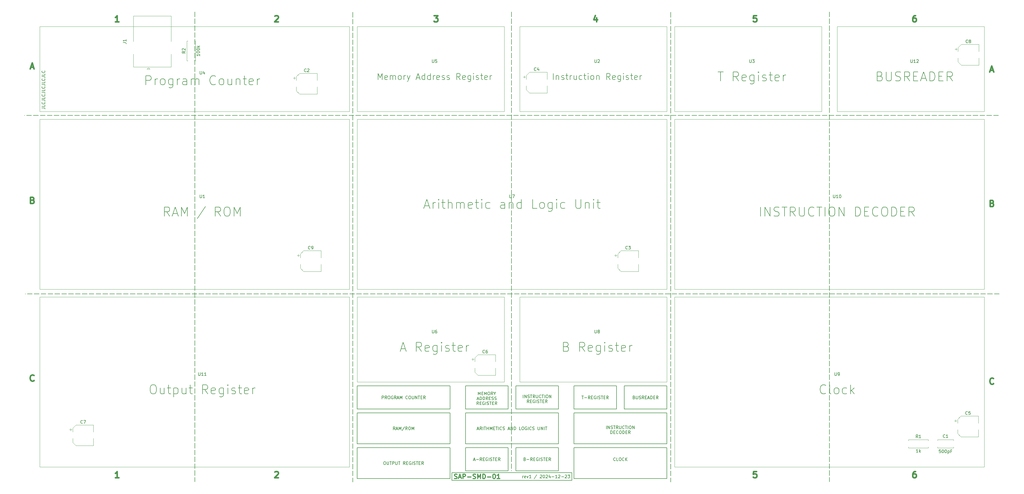
<source format=gbr>
%TF.GenerationSoftware,KiCad,Pcbnew,8.0.2*%
%TF.CreationDate,2024-12-23T20:56:35+01:00*%
%TF.ProjectId,bp-leanplate,62702d6c-6561-46e7-906c-6174652e6b69,rev?*%
%TF.SameCoordinates,Original*%
%TF.FileFunction,Legend,Top*%
%TF.FilePolarity,Positive*%
%FSLAX46Y46*%
G04 Gerber Fmt 4.6, Leading zero omitted, Abs format (unit mm)*
G04 Created by KiCad (PCBNEW 8.0.2) date 2024-12-23 20:56:35*
%MOMM*%
%LPD*%
G01*
G04 APERTURE LIST*
%ADD10C,0.150000*%
%ADD11C,0.300000*%
%ADD12C,0.500000*%
%ADD13C,0.120000*%
G04 APERTURE END LIST*
D10*
X162560000Y-153670000D02*
X176530000Y-153670000D01*
X176530000Y-161290000D01*
X162560000Y-161290000D01*
X162560000Y-153670000D01*
X73787000Y-30734000D02*
X73787000Y-32384000D01*
X73787000Y-32984000D02*
X73787000Y-34634000D01*
X73787000Y-35234000D02*
X73787000Y-36884000D01*
X73787000Y-37484000D02*
X73787000Y-39134000D01*
X73787000Y-39734000D02*
X73787000Y-41384000D01*
X73787000Y-41984000D02*
X73787000Y-43634000D01*
X73787000Y-44234000D02*
X73787000Y-45884000D01*
X73787000Y-46484000D02*
X73787000Y-48134000D01*
X73787000Y-48734000D02*
X73787000Y-50384000D01*
X73787000Y-50984000D02*
X73787000Y-52634000D01*
X73787000Y-53234000D02*
X73787000Y-54884000D01*
X73787000Y-55484000D02*
X73787000Y-57134000D01*
X73787000Y-57734000D02*
X73787000Y-59384000D01*
X73787000Y-59984000D02*
X73787000Y-61634000D01*
X73787000Y-62234000D02*
X73787000Y-63884000D01*
X73787000Y-64484000D02*
X73787000Y-66134000D01*
X73787000Y-66734000D02*
X73787000Y-68384000D01*
X73787000Y-68984000D02*
X73787000Y-70634000D01*
X73787000Y-71234000D02*
X73787000Y-72884000D01*
X73787000Y-73484000D02*
X73787000Y-75134000D01*
X73787000Y-75734000D02*
X73787000Y-77384000D01*
X73787000Y-77984000D02*
X73787000Y-79634000D01*
X73787000Y-80234000D02*
X73787000Y-81884000D01*
X73787000Y-82484000D02*
X73787000Y-84134000D01*
X73787000Y-84734000D02*
X73787000Y-86384000D01*
X73787000Y-86984000D02*
X73787000Y-88634000D01*
X73787000Y-89234000D02*
X73787000Y-90884000D01*
X73787000Y-91484000D02*
X73787000Y-93134000D01*
X73787000Y-93734000D02*
X73787000Y-95384000D01*
X73787000Y-95984000D02*
X73787000Y-97634000D01*
X73787000Y-98234000D02*
X73787000Y-99884000D01*
X73787000Y-100484000D02*
X73787000Y-102134000D01*
X73787000Y-102734000D02*
X73787000Y-104384000D01*
X73787000Y-104984000D02*
X73787000Y-106634000D01*
X73787000Y-107234000D02*
X73787000Y-108884000D01*
X73787000Y-109484000D02*
X73787000Y-111134000D01*
X73787000Y-111734000D02*
X73787000Y-113384000D01*
X73787000Y-113984000D02*
X73787000Y-115634000D01*
X73787000Y-116234000D02*
X73787000Y-117884000D01*
X73787000Y-118484000D02*
X73787000Y-120134000D01*
X73787000Y-120734000D02*
X73787000Y-122384000D01*
X73787000Y-122984000D02*
X73787000Y-124634000D01*
X73787000Y-125234000D02*
X73787000Y-126884000D01*
X73787000Y-127484000D02*
X73787000Y-129134000D01*
X73787000Y-129734000D02*
X73787000Y-131384000D01*
X73787000Y-131984000D02*
X73787000Y-133634000D01*
X73787000Y-134234000D02*
X73787000Y-135884000D01*
X73787000Y-136484000D02*
X73787000Y-138134000D01*
X73787000Y-138734000D02*
X73787000Y-140384000D01*
X73787000Y-140984000D02*
X73787000Y-142634000D01*
X73787000Y-143234000D02*
X73787000Y-144884000D01*
X73787000Y-145484000D02*
X73787000Y-147134000D01*
X73787000Y-147734000D02*
X73787000Y-149384000D01*
X73787000Y-149984000D02*
X73787000Y-151634000D01*
X73787000Y-152234000D02*
X73787000Y-153884000D01*
X73787000Y-154484000D02*
X73787000Y-156134000D01*
X73787000Y-156734000D02*
X73787000Y-158384000D01*
X73787000Y-158984000D02*
X73787000Y-160634000D01*
X73787000Y-161234000D02*
X73787000Y-162884000D01*
X73787000Y-163484000D02*
X73787000Y-165134000D01*
X73787000Y-165734000D02*
X73787000Y-167384000D01*
X73787000Y-167984000D02*
X73787000Y-169634000D01*
X73787000Y-170234000D02*
X73787000Y-171884000D01*
X73787000Y-172484000D02*
X73787000Y-174134000D01*
X73787000Y-174734000D02*
X73787000Y-176384000D01*
X73787000Y-176984000D02*
X73787000Y-178634000D01*
X73787000Y-179234000D02*
X73787000Y-180884000D01*
X73787000Y-181484000D02*
X73787000Y-183134000D01*
X73787000Y-183734000D02*
X73787000Y-185166000D01*
X229870000Y-30861000D02*
X229870000Y-32511000D01*
X229870000Y-33111000D02*
X229870000Y-34761000D01*
X229870000Y-35361000D02*
X229870000Y-37011000D01*
X229870000Y-37611000D02*
X229870000Y-39261000D01*
X229870000Y-39861000D02*
X229870000Y-41511000D01*
X229870000Y-42111000D02*
X229870000Y-43761000D01*
X229870000Y-44361000D02*
X229870000Y-46011000D01*
X229870000Y-46611000D02*
X229870000Y-48261000D01*
X229870000Y-48861000D02*
X229870000Y-50511000D01*
X229870000Y-51111000D02*
X229870000Y-52761000D01*
X229870000Y-53361000D02*
X229870000Y-55011000D01*
X229870000Y-55611000D02*
X229870000Y-57261000D01*
X229870000Y-57861000D02*
X229870000Y-59511000D01*
X229870000Y-60111000D02*
X229870000Y-61761000D01*
X229870000Y-62361000D02*
X229870000Y-64011000D01*
X229870000Y-64611000D02*
X229870000Y-66261000D01*
X229870000Y-66861000D02*
X229870000Y-68511000D01*
X229870000Y-69111000D02*
X229870000Y-70761000D01*
X229870000Y-71361000D02*
X229870000Y-73011000D01*
X229870000Y-73611000D02*
X229870000Y-75261000D01*
X229870000Y-75861000D02*
X229870000Y-77511000D01*
X229870000Y-78111000D02*
X229870000Y-79761000D01*
X229870000Y-80361000D02*
X229870000Y-82011000D01*
X229870000Y-82611000D02*
X229870000Y-84261000D01*
X229870000Y-84861000D02*
X229870000Y-86511000D01*
X229870000Y-87111000D02*
X229870000Y-88761000D01*
X229870000Y-89361000D02*
X229870000Y-91011000D01*
X229870000Y-91611000D02*
X229870000Y-93261000D01*
X229870000Y-93861000D02*
X229870000Y-95511000D01*
X229870000Y-96111000D02*
X229870000Y-97761000D01*
X229870000Y-98361000D02*
X229870000Y-100011000D01*
X229870000Y-100611000D02*
X229870000Y-102261000D01*
X229870000Y-102861000D02*
X229870000Y-104511000D01*
X229870000Y-105111000D02*
X229870000Y-106761000D01*
X229870000Y-107361000D02*
X229870000Y-109011000D01*
X229870000Y-109611000D02*
X229870000Y-111261000D01*
X229870000Y-111861000D02*
X229870000Y-113511000D01*
X229870000Y-114111000D02*
X229870000Y-115761000D01*
X229870000Y-116361000D02*
X229870000Y-118011000D01*
X229870000Y-118611000D02*
X229870000Y-120261000D01*
X229870000Y-120861000D02*
X229870000Y-122511000D01*
X229870000Y-123111000D02*
X229870000Y-124761000D01*
X229870000Y-125361000D02*
X229870000Y-127011000D01*
X229870000Y-127611000D02*
X229870000Y-129261000D01*
X229870000Y-129861000D02*
X229870000Y-131511000D01*
X229870000Y-132111000D02*
X229870000Y-133761000D01*
X229870000Y-134361000D02*
X229870000Y-136011000D01*
X229870000Y-136611000D02*
X229870000Y-138261000D01*
X229870000Y-138861000D02*
X229870000Y-140511000D01*
X229870000Y-141111000D02*
X229870000Y-142761000D01*
X229870000Y-143361000D02*
X229870000Y-145011000D01*
X229870000Y-145611000D02*
X229870000Y-147261000D01*
X229870000Y-147861000D02*
X229870000Y-149511000D01*
X229870000Y-150111000D02*
X229870000Y-151761000D01*
X229870000Y-152361000D02*
X229870000Y-154011000D01*
X229870000Y-154611000D02*
X229870000Y-156261000D01*
X229870000Y-156861000D02*
X229870000Y-158511000D01*
X229870000Y-159111000D02*
X229870000Y-160761000D01*
X229870000Y-161361000D02*
X229870000Y-163011000D01*
X229870000Y-163611000D02*
X229870000Y-165261000D01*
X229870000Y-165861000D02*
X229870000Y-167511000D01*
X229870000Y-168111000D02*
X229870000Y-169761000D01*
X229870000Y-170361000D02*
X229870000Y-172011000D01*
X229870000Y-172611000D02*
X229870000Y-174261000D01*
X229870000Y-174861000D02*
X229870000Y-176511000D01*
X229870000Y-177111000D02*
X229870000Y-178761000D01*
X229870000Y-179361000D02*
X229870000Y-181011000D01*
X229870000Y-181611000D02*
X229870000Y-183261000D01*
X229870000Y-183861000D02*
X229870000Y-185293000D01*
X198120000Y-162560000D02*
X228600000Y-162560000D01*
X228600000Y-172720000D01*
X198120000Y-172720000D01*
X198120000Y-162560000D01*
X127000000Y-153670000D02*
X157480000Y-153670000D01*
X157480000Y-161290000D01*
X127000000Y-161290000D01*
X127000000Y-153670000D01*
X127000000Y-173990000D02*
X157480000Y-173990000D01*
X157480000Y-184150000D01*
X127000000Y-184150000D01*
X127000000Y-173990000D01*
X162560000Y-162560000D02*
X193040000Y-162560000D01*
X193040000Y-172720000D01*
X162560000Y-172720000D01*
X162560000Y-162560000D01*
X177673000Y-30734000D02*
X177673000Y-32384000D01*
X177673000Y-32984000D02*
X177673000Y-34634000D01*
X177673000Y-35234000D02*
X177673000Y-36884000D01*
X177673000Y-37484000D02*
X177673000Y-39134000D01*
X177673000Y-39734000D02*
X177673000Y-41384000D01*
X177673000Y-41984000D02*
X177673000Y-43634000D01*
X177673000Y-44234000D02*
X177673000Y-45884000D01*
X177673000Y-46484000D02*
X177673000Y-48134000D01*
X177673000Y-48734000D02*
X177673000Y-50384000D01*
X177673000Y-50984000D02*
X177673000Y-52634000D01*
X177673000Y-53234000D02*
X177673000Y-54884000D01*
X177673000Y-55484000D02*
X177673000Y-57134000D01*
X177673000Y-57734000D02*
X177673000Y-59384000D01*
X177673000Y-59984000D02*
X177673000Y-61634000D01*
X177673000Y-62234000D02*
X177673000Y-63884000D01*
X177673000Y-64484000D02*
X177673000Y-66134000D01*
X177673000Y-66734000D02*
X177673000Y-68384000D01*
X177673000Y-68984000D02*
X177673000Y-70634000D01*
X177673000Y-71234000D02*
X177673000Y-72884000D01*
X177673000Y-73484000D02*
X177673000Y-75134000D01*
X177673000Y-75734000D02*
X177673000Y-77384000D01*
X177673000Y-77984000D02*
X177673000Y-79634000D01*
X177673000Y-80234000D02*
X177673000Y-81884000D01*
X177673000Y-82484000D02*
X177673000Y-84134000D01*
X177673000Y-84734000D02*
X177673000Y-86384000D01*
X177673000Y-86984000D02*
X177673000Y-88634000D01*
X177673000Y-89234000D02*
X177673000Y-90884000D01*
X177673000Y-91484000D02*
X177673000Y-93134000D01*
X177673000Y-93734000D02*
X177673000Y-95384000D01*
X177673000Y-95984000D02*
X177673000Y-97634000D01*
X177673000Y-98234000D02*
X177673000Y-99884000D01*
X177673000Y-100484000D02*
X177673000Y-102134000D01*
X177673000Y-102734000D02*
X177673000Y-104384000D01*
X177673000Y-104984000D02*
X177673000Y-106634000D01*
X177673000Y-107234000D02*
X177673000Y-108884000D01*
X177673000Y-109484000D02*
X177673000Y-111134000D01*
X177673000Y-111734000D02*
X177673000Y-113384000D01*
X177673000Y-113984000D02*
X177673000Y-115634000D01*
X177673000Y-116234000D02*
X177673000Y-117884000D01*
X177673000Y-118484000D02*
X177673000Y-120134000D01*
X177673000Y-120734000D02*
X177673000Y-122384000D01*
X177673000Y-122984000D02*
X177673000Y-124634000D01*
X177673000Y-125234000D02*
X177673000Y-126884000D01*
X177673000Y-127484000D02*
X177673000Y-129134000D01*
X177673000Y-129734000D02*
X177673000Y-131384000D01*
X177673000Y-131984000D02*
X177673000Y-133634000D01*
X177673000Y-134234000D02*
X177673000Y-135884000D01*
X177673000Y-136484000D02*
X177673000Y-138134000D01*
X177673000Y-138734000D02*
X177673000Y-140384000D01*
X177673000Y-140984000D02*
X177673000Y-142634000D01*
X177673000Y-143234000D02*
X177673000Y-144884000D01*
X177673000Y-145484000D02*
X177673000Y-147134000D01*
X177673000Y-147734000D02*
X177673000Y-149384000D01*
X177673000Y-149984000D02*
X177673000Y-151634000D01*
X177673000Y-152234000D02*
X177673000Y-153884000D01*
X177673000Y-154484000D02*
X177673000Y-156134000D01*
X177673000Y-156734000D02*
X177673000Y-158384000D01*
X177673000Y-158984000D02*
X177673000Y-160634000D01*
X177673000Y-161234000D02*
X177673000Y-162884000D01*
X177673000Y-163484000D02*
X177673000Y-165134000D01*
X177673000Y-165734000D02*
X177673000Y-167384000D01*
X177673000Y-167984000D02*
X177673000Y-169634000D01*
X177673000Y-170234000D02*
X177673000Y-171884000D01*
X177673000Y-172484000D02*
X177673000Y-174134000D01*
X177673000Y-174734000D02*
X177673000Y-176384000D01*
X177673000Y-176984000D02*
X177673000Y-178634000D01*
X177673000Y-179234000D02*
X177673000Y-180884000D01*
X177673000Y-181484000D02*
X177673000Y-181610000D01*
X179070000Y-173990000D02*
X193040000Y-173990000D01*
X193040000Y-181610000D01*
X179070000Y-181610000D01*
X179070000Y-173990000D01*
X125603000Y-30861000D02*
X125603000Y-32511000D01*
X125603000Y-33111000D02*
X125603000Y-34761000D01*
X125603000Y-35361000D02*
X125603000Y-37011000D01*
X125603000Y-37611000D02*
X125603000Y-39261000D01*
X125603000Y-39861000D02*
X125603000Y-41511000D01*
X125603000Y-42111000D02*
X125603000Y-43761000D01*
X125603000Y-44361000D02*
X125603000Y-46011000D01*
X125603000Y-46611000D02*
X125603000Y-48261000D01*
X125603000Y-48861000D02*
X125603000Y-50511000D01*
X125603000Y-51111000D02*
X125603000Y-52761000D01*
X125603000Y-53361000D02*
X125603000Y-55011000D01*
X125603000Y-55611000D02*
X125603000Y-57261000D01*
X125603000Y-57861000D02*
X125603000Y-59511000D01*
X125603000Y-60111000D02*
X125603000Y-61761000D01*
X125603000Y-62361000D02*
X125603000Y-64011000D01*
X125603000Y-64611000D02*
X125603000Y-66261000D01*
X125603000Y-66861000D02*
X125603000Y-68511000D01*
X125603000Y-69111000D02*
X125603000Y-70761000D01*
X125603000Y-71361000D02*
X125603000Y-73011000D01*
X125603000Y-73611000D02*
X125603000Y-75261000D01*
X125603000Y-75861000D02*
X125603000Y-77511000D01*
X125603000Y-78111000D02*
X125603000Y-79761000D01*
X125603000Y-80361000D02*
X125603000Y-82011000D01*
X125603000Y-82611000D02*
X125603000Y-84261000D01*
X125603000Y-84861000D02*
X125603000Y-86511000D01*
X125603000Y-87111000D02*
X125603000Y-88761000D01*
X125603000Y-89361000D02*
X125603000Y-91011000D01*
X125603000Y-91611000D02*
X125603000Y-93261000D01*
X125603000Y-93861000D02*
X125603000Y-95511000D01*
X125603000Y-96111000D02*
X125603000Y-97761000D01*
X125603000Y-98361000D02*
X125603000Y-100011000D01*
X125603000Y-100611000D02*
X125603000Y-102261000D01*
X125603000Y-102861000D02*
X125603000Y-104511000D01*
X125603000Y-105111000D02*
X125603000Y-106761000D01*
X125603000Y-107361000D02*
X125603000Y-109011000D01*
X125603000Y-109611000D02*
X125603000Y-111261000D01*
X125603000Y-111861000D02*
X125603000Y-113511000D01*
X125603000Y-114111000D02*
X125603000Y-115761000D01*
X125603000Y-116361000D02*
X125603000Y-118011000D01*
X125603000Y-118611000D02*
X125603000Y-120261000D01*
X125603000Y-120861000D02*
X125603000Y-122511000D01*
X125603000Y-123111000D02*
X125603000Y-124761000D01*
X125603000Y-125361000D02*
X125603000Y-127011000D01*
X125603000Y-127611000D02*
X125603000Y-129261000D01*
X125603000Y-129861000D02*
X125603000Y-131511000D01*
X125603000Y-132111000D02*
X125603000Y-133761000D01*
X125603000Y-134361000D02*
X125603000Y-136011000D01*
X125603000Y-136611000D02*
X125603000Y-138261000D01*
X125603000Y-138861000D02*
X125603000Y-140511000D01*
X125603000Y-141111000D02*
X125603000Y-142761000D01*
X125603000Y-143361000D02*
X125603000Y-145011000D01*
X125603000Y-145611000D02*
X125603000Y-147261000D01*
X125603000Y-147861000D02*
X125603000Y-149511000D01*
X125603000Y-150111000D02*
X125603000Y-151761000D01*
X125603000Y-152361000D02*
X125603000Y-154011000D01*
X125603000Y-154611000D02*
X125603000Y-156261000D01*
X125603000Y-156861000D02*
X125603000Y-158511000D01*
X125603000Y-159111000D02*
X125603000Y-160761000D01*
X125603000Y-161361000D02*
X125603000Y-163011000D01*
X125603000Y-163611000D02*
X125603000Y-165261000D01*
X125603000Y-165861000D02*
X125603000Y-167511000D01*
X125603000Y-168111000D02*
X125603000Y-169761000D01*
X125603000Y-170361000D02*
X125603000Y-172011000D01*
X125603000Y-172611000D02*
X125603000Y-174261000D01*
X125603000Y-174861000D02*
X125603000Y-176511000D01*
X125603000Y-177111000D02*
X125603000Y-178761000D01*
X125603000Y-179361000D02*
X125603000Y-181011000D01*
X125603000Y-181611000D02*
X125603000Y-183261000D01*
X125603000Y-183861000D02*
X125603000Y-185293000D01*
X198120000Y-153670000D02*
X212090000Y-153670000D01*
X212090000Y-161290000D01*
X198120000Y-161290000D01*
X198120000Y-153670000D01*
X158115000Y-182245000D02*
X197485000Y-182245000D01*
X197485000Y-184785000D01*
X158115000Y-184785000D01*
X158115000Y-182245000D01*
X179070000Y-153670000D02*
X193040000Y-153670000D01*
X193040000Y-161290000D01*
X179070000Y-161290000D01*
X179070000Y-153670000D01*
X162560000Y-173990000D02*
X176530000Y-173990000D01*
X176530000Y-181610000D01*
X162560000Y-181610000D01*
X162560000Y-173990000D01*
X127000000Y-162560000D02*
X157480000Y-162560000D01*
X157480000Y-172720000D01*
X127000000Y-172720000D01*
X127000000Y-162560000D01*
X337693000Y-123444000D02*
X336043000Y-123444000D01*
X335443000Y-123444000D02*
X333793000Y-123444000D01*
X333193000Y-123444000D02*
X331543000Y-123444000D01*
X330943000Y-123444000D02*
X329293000Y-123444000D01*
X328693000Y-123444000D02*
X327043000Y-123444000D01*
X326443000Y-123444000D02*
X324793000Y-123444000D01*
X324193000Y-123444000D02*
X322543000Y-123444000D01*
X321943000Y-123444000D02*
X320293000Y-123444000D01*
X319693000Y-123444000D02*
X318043000Y-123444000D01*
X317443000Y-123444000D02*
X315793000Y-123444000D01*
X315193000Y-123444000D02*
X313543000Y-123444000D01*
X312943000Y-123444000D02*
X311293000Y-123444000D01*
X310693000Y-123444000D02*
X309043000Y-123444000D01*
X308443000Y-123444000D02*
X306793000Y-123444000D01*
X306193000Y-123444000D02*
X304543000Y-123444000D01*
X303943000Y-123444000D02*
X302293000Y-123444000D01*
X301693000Y-123444000D02*
X300043000Y-123444000D01*
X299443000Y-123444000D02*
X297793000Y-123444000D01*
X297193000Y-123444000D02*
X295543000Y-123444000D01*
X294943000Y-123444000D02*
X293293000Y-123444000D01*
X292693000Y-123444000D02*
X291043000Y-123444000D01*
X290443000Y-123444000D02*
X288793000Y-123444000D01*
X288193000Y-123444000D02*
X286543000Y-123444000D01*
X285943000Y-123444000D02*
X284293000Y-123444000D01*
X283693000Y-123444000D02*
X282043000Y-123444000D01*
X281443000Y-123444000D02*
X279793000Y-123444000D01*
X279193000Y-123444000D02*
X277543000Y-123444000D01*
X276943000Y-123444000D02*
X275293000Y-123444000D01*
X274693000Y-123444000D02*
X273043000Y-123444000D01*
X272443000Y-123444000D02*
X270793000Y-123444000D01*
X270193000Y-123444000D02*
X268543000Y-123444000D01*
X267943000Y-123444000D02*
X266293000Y-123444000D01*
X265693000Y-123444000D02*
X264043000Y-123444000D01*
X263443000Y-123444000D02*
X261793000Y-123444000D01*
X261193000Y-123444000D02*
X259543000Y-123444000D01*
X258943000Y-123444000D02*
X257293000Y-123444000D01*
X256693000Y-123444000D02*
X255043000Y-123444000D01*
X254443000Y-123444000D02*
X252793000Y-123444000D01*
X252193000Y-123444000D02*
X250543000Y-123444000D01*
X249943000Y-123444000D02*
X248293000Y-123444000D01*
X247693000Y-123444000D02*
X246043000Y-123444000D01*
X245443000Y-123444000D02*
X243793000Y-123444000D01*
X243193000Y-123444000D02*
X241543000Y-123444000D01*
X240943000Y-123444000D02*
X239293000Y-123444000D01*
X238693000Y-123444000D02*
X237043000Y-123444000D01*
X236443000Y-123444000D02*
X234793000Y-123444000D01*
X234193000Y-123444000D02*
X232543000Y-123444000D01*
X231943000Y-123444000D02*
X230293000Y-123444000D01*
X229693000Y-123444000D02*
X228043000Y-123444000D01*
X227443000Y-123444000D02*
X225793000Y-123444000D01*
X225193000Y-123444000D02*
X223543000Y-123444000D01*
X222943000Y-123444000D02*
X221293000Y-123444000D01*
X220693000Y-123444000D02*
X219043000Y-123444000D01*
X218443000Y-123444000D02*
X216793000Y-123444000D01*
X216193000Y-123444000D02*
X214543000Y-123444000D01*
X213943000Y-123444000D02*
X212293000Y-123444000D01*
X211693000Y-123444000D02*
X210043000Y-123444000D01*
X209443000Y-123444000D02*
X207793000Y-123444000D01*
X207193000Y-123444000D02*
X205543000Y-123444000D01*
X204943000Y-123444000D02*
X203293000Y-123444000D01*
X202693000Y-123444000D02*
X201043000Y-123444000D01*
X200443000Y-123444000D02*
X198793000Y-123444000D01*
X198193000Y-123444000D02*
X196543000Y-123444000D01*
X195943000Y-123444000D02*
X194293000Y-123444000D01*
X193693000Y-123444000D02*
X192043000Y-123444000D01*
X191443000Y-123444000D02*
X189793000Y-123444000D01*
X189193000Y-123444000D02*
X187543000Y-123444000D01*
X186943000Y-123444000D02*
X185293000Y-123444000D01*
X184693000Y-123444000D02*
X183043000Y-123444000D01*
X182443000Y-123444000D02*
X180793000Y-123444000D01*
X180193000Y-123444000D02*
X178543000Y-123444000D01*
X177943000Y-123444000D02*
X176293000Y-123444000D01*
X175693000Y-123444000D02*
X174043000Y-123444000D01*
X173443000Y-123444000D02*
X171793000Y-123444000D01*
X171193000Y-123444000D02*
X169543000Y-123444000D01*
X168943000Y-123444000D02*
X167293000Y-123444000D01*
X166693000Y-123444000D02*
X165043000Y-123444000D01*
X164443000Y-123444000D02*
X162793000Y-123444000D01*
X162193000Y-123444000D02*
X160543000Y-123444000D01*
X159943000Y-123444000D02*
X158293000Y-123444000D01*
X157693000Y-123444000D02*
X156043000Y-123444000D01*
X155443000Y-123444000D02*
X153793000Y-123444000D01*
X153193000Y-123444000D02*
X151543000Y-123444000D01*
X150943000Y-123444000D02*
X149293000Y-123444000D01*
X148693000Y-123444000D02*
X147043000Y-123444000D01*
X146443000Y-123444000D02*
X144793000Y-123444000D01*
X144193000Y-123444000D02*
X142543000Y-123444000D01*
X141943000Y-123444000D02*
X140293000Y-123444000D01*
X139693000Y-123444000D02*
X138043000Y-123444000D01*
X137443000Y-123444000D02*
X135793000Y-123444000D01*
X135193000Y-123444000D02*
X133543000Y-123444000D01*
X132943000Y-123444000D02*
X131293000Y-123444000D01*
X130693000Y-123444000D02*
X129043000Y-123444000D01*
X128443000Y-123444000D02*
X126793000Y-123444000D01*
X126193000Y-123444000D02*
X124543000Y-123444000D01*
X123943000Y-123444000D02*
X122293000Y-123444000D01*
X121693000Y-123444000D02*
X120043000Y-123444000D01*
X119443000Y-123444000D02*
X117793000Y-123444000D01*
X117193000Y-123444000D02*
X115543000Y-123444000D01*
X114943000Y-123444000D02*
X113293000Y-123444000D01*
X112693000Y-123444000D02*
X111043000Y-123444000D01*
X110443000Y-123444000D02*
X108793000Y-123444000D01*
X108193000Y-123444000D02*
X106543000Y-123444000D01*
X105943000Y-123444000D02*
X104293000Y-123444000D01*
X103693000Y-123444000D02*
X102043000Y-123444000D01*
X101443000Y-123444000D02*
X99793000Y-123444000D01*
X99193000Y-123444000D02*
X97543000Y-123444000D01*
X96943000Y-123444000D02*
X95293000Y-123444000D01*
X94693000Y-123444000D02*
X93043000Y-123444000D01*
X92443000Y-123444000D02*
X90793000Y-123444000D01*
X90193000Y-123444000D02*
X88543000Y-123444000D01*
X87943000Y-123444000D02*
X86293000Y-123444000D01*
X85693000Y-123444000D02*
X84043000Y-123444000D01*
X83443000Y-123444000D02*
X81793000Y-123444000D01*
X81193000Y-123444000D02*
X79543000Y-123444000D01*
X78943000Y-123444000D02*
X77293000Y-123444000D01*
X76693000Y-123444000D02*
X75043000Y-123444000D01*
X74443000Y-123444000D02*
X72793000Y-123444000D01*
X72193000Y-123444000D02*
X70543000Y-123444000D01*
X69943000Y-123444000D02*
X68293000Y-123444000D01*
X67693000Y-123444000D02*
X66043000Y-123444000D01*
X65443000Y-123444000D02*
X63793000Y-123444000D01*
X63193000Y-123444000D02*
X61543000Y-123444000D01*
X60943000Y-123444000D02*
X59293000Y-123444000D01*
X58693000Y-123444000D02*
X57043000Y-123444000D01*
X56443000Y-123444000D02*
X54793000Y-123444000D01*
X54193000Y-123444000D02*
X52543000Y-123444000D01*
X51943000Y-123444000D02*
X50293000Y-123444000D01*
X49693000Y-123444000D02*
X48043000Y-123444000D01*
X47443000Y-123444000D02*
X45793000Y-123444000D01*
X45193000Y-123444000D02*
X43543000Y-123444000D01*
X42943000Y-123444000D02*
X41293000Y-123444000D01*
X40693000Y-123444000D02*
X39043000Y-123444000D01*
X38443000Y-123444000D02*
X36793000Y-123444000D01*
X36193000Y-123444000D02*
X34543000Y-123444000D01*
X33943000Y-123444000D02*
X32293000Y-123444000D01*
X31693000Y-123444000D02*
X30043000Y-123444000D01*
X29443000Y-123444000D02*
X27793000Y-123444000D01*
X27193000Y-123444000D02*
X25543000Y-123444000D01*
X24943000Y-123444000D02*
X23293000Y-123444000D01*
X22693000Y-123444000D02*
X21043000Y-123444000D01*
X20443000Y-123444000D02*
X18793000Y-123444000D01*
X18193000Y-123444000D02*
X18161000Y-123444000D01*
X198120000Y-173990000D02*
X228600000Y-173990000D01*
X228600000Y-184150000D01*
X198120000Y-184150000D01*
X198120000Y-173990000D01*
X281940000Y-30734000D02*
X281940000Y-32384000D01*
X281940000Y-32984000D02*
X281940000Y-34634000D01*
X281940000Y-35234000D02*
X281940000Y-36884000D01*
X281940000Y-37484000D02*
X281940000Y-39134000D01*
X281940000Y-39734000D02*
X281940000Y-41384000D01*
X281940000Y-41984000D02*
X281940000Y-43634000D01*
X281940000Y-44234000D02*
X281940000Y-45884000D01*
X281940000Y-46484000D02*
X281940000Y-48134000D01*
X281940000Y-48734000D02*
X281940000Y-50384000D01*
X281940000Y-50984000D02*
X281940000Y-52634000D01*
X281940000Y-53234000D02*
X281940000Y-54884000D01*
X281940000Y-55484000D02*
X281940000Y-57134000D01*
X281940000Y-57734000D02*
X281940000Y-59384000D01*
X281940000Y-59984000D02*
X281940000Y-61634000D01*
X281940000Y-62234000D02*
X281940000Y-63884000D01*
X281940000Y-64484000D02*
X281940000Y-66134000D01*
X281940000Y-66734000D02*
X281940000Y-68384000D01*
X281940000Y-68984000D02*
X281940000Y-70634000D01*
X281940000Y-71234000D02*
X281940000Y-72884000D01*
X281940000Y-73484000D02*
X281940000Y-75134000D01*
X281940000Y-75734000D02*
X281940000Y-77384000D01*
X281940000Y-77984000D02*
X281940000Y-79634000D01*
X281940000Y-80234000D02*
X281940000Y-81884000D01*
X281940000Y-82484000D02*
X281940000Y-84134000D01*
X281940000Y-84734000D02*
X281940000Y-86384000D01*
X281940000Y-86984000D02*
X281940000Y-88634000D01*
X281940000Y-89234000D02*
X281940000Y-90884000D01*
X281940000Y-91484000D02*
X281940000Y-93134000D01*
X281940000Y-93734000D02*
X281940000Y-95384000D01*
X281940000Y-95984000D02*
X281940000Y-97634000D01*
X281940000Y-98234000D02*
X281940000Y-99884000D01*
X281940000Y-100484000D02*
X281940000Y-102134000D01*
X281940000Y-102734000D02*
X281940000Y-104384000D01*
X281940000Y-104984000D02*
X281940000Y-106634000D01*
X281940000Y-107234000D02*
X281940000Y-108884000D01*
X281940000Y-109484000D02*
X281940000Y-111134000D01*
X281940000Y-111734000D02*
X281940000Y-113384000D01*
X281940000Y-113984000D02*
X281940000Y-115634000D01*
X281940000Y-116234000D02*
X281940000Y-117884000D01*
X281940000Y-118484000D02*
X281940000Y-120134000D01*
X281940000Y-120734000D02*
X281940000Y-122384000D01*
X281940000Y-122984000D02*
X281940000Y-124634000D01*
X281940000Y-125234000D02*
X281940000Y-126884000D01*
X281940000Y-127484000D02*
X281940000Y-129134000D01*
X281940000Y-129734000D02*
X281940000Y-131384000D01*
X281940000Y-131984000D02*
X281940000Y-133634000D01*
X281940000Y-134234000D02*
X281940000Y-135884000D01*
X281940000Y-136484000D02*
X281940000Y-138134000D01*
X281940000Y-138734000D02*
X281940000Y-140384000D01*
X281940000Y-140984000D02*
X281940000Y-142634000D01*
X281940000Y-143234000D02*
X281940000Y-144884000D01*
X281940000Y-145484000D02*
X281940000Y-147134000D01*
X281940000Y-147734000D02*
X281940000Y-149384000D01*
X281940000Y-149984000D02*
X281940000Y-151634000D01*
X281940000Y-152234000D02*
X281940000Y-153884000D01*
X281940000Y-154484000D02*
X281940000Y-156134000D01*
X281940000Y-156734000D02*
X281940000Y-158384000D01*
X281940000Y-158984000D02*
X281940000Y-160634000D01*
X281940000Y-161234000D02*
X281940000Y-162884000D01*
X281940000Y-163484000D02*
X281940000Y-165134000D01*
X281940000Y-165734000D02*
X281940000Y-167384000D01*
X281940000Y-167984000D02*
X281940000Y-169634000D01*
X281940000Y-170234000D02*
X281940000Y-171884000D01*
X281940000Y-172484000D02*
X281940000Y-174134000D01*
X281940000Y-174734000D02*
X281940000Y-176384000D01*
X281940000Y-176984000D02*
X281940000Y-178634000D01*
X281940000Y-179234000D02*
X281940000Y-180884000D01*
X281940000Y-181484000D02*
X281940000Y-183134000D01*
X281940000Y-183734000D02*
X281940000Y-185166000D01*
X214630000Y-153670000D02*
X228600000Y-153670000D01*
X228600000Y-161290000D01*
X214630000Y-161290000D01*
X214630000Y-153670000D01*
X337439000Y-64770000D02*
X335789000Y-64770000D01*
X335189000Y-64770000D02*
X333539000Y-64770000D01*
X332939000Y-64770000D02*
X331289000Y-64770000D01*
X330689000Y-64770000D02*
X329039000Y-64770000D01*
X328439000Y-64770000D02*
X326789000Y-64770000D01*
X326189000Y-64770000D02*
X324539000Y-64770000D01*
X323939000Y-64770000D02*
X322289000Y-64770000D01*
X321689000Y-64770000D02*
X320039000Y-64770000D01*
X319439000Y-64770000D02*
X317789000Y-64770000D01*
X317189000Y-64770000D02*
X315539000Y-64770000D01*
X314939000Y-64770000D02*
X313289000Y-64770000D01*
X312689000Y-64770000D02*
X311039000Y-64770000D01*
X310439000Y-64770000D02*
X308789000Y-64770000D01*
X308189000Y-64770000D02*
X306539000Y-64770000D01*
X305939000Y-64770000D02*
X304289000Y-64770000D01*
X303689000Y-64770000D02*
X302039000Y-64770000D01*
X301439000Y-64770000D02*
X299789000Y-64770000D01*
X299189000Y-64770000D02*
X297539000Y-64770000D01*
X296939000Y-64770000D02*
X295289000Y-64770000D01*
X294689000Y-64770000D02*
X293039000Y-64770000D01*
X292439000Y-64770000D02*
X290789000Y-64770000D01*
X290189000Y-64770000D02*
X288539000Y-64770000D01*
X287939000Y-64770000D02*
X286289000Y-64770000D01*
X285689000Y-64770000D02*
X284039000Y-64770000D01*
X283439000Y-64770000D02*
X281789000Y-64770000D01*
X281189000Y-64770000D02*
X279539000Y-64770000D01*
X278939000Y-64770000D02*
X277289000Y-64770000D01*
X276689000Y-64770000D02*
X275039000Y-64770000D01*
X274439000Y-64770000D02*
X272789000Y-64770000D01*
X272189000Y-64770000D02*
X270539000Y-64770000D01*
X269939000Y-64770000D02*
X268289000Y-64770000D01*
X267689000Y-64770000D02*
X266039000Y-64770000D01*
X265439000Y-64770000D02*
X263789000Y-64770000D01*
X263189000Y-64770000D02*
X261539000Y-64770000D01*
X260939000Y-64770000D02*
X259289000Y-64770000D01*
X258689000Y-64770000D02*
X257039000Y-64770000D01*
X256439000Y-64770000D02*
X254789000Y-64770000D01*
X254189000Y-64770000D02*
X252539000Y-64770000D01*
X251939000Y-64770000D02*
X250289000Y-64770000D01*
X249689000Y-64770000D02*
X248039000Y-64770000D01*
X247439000Y-64770000D02*
X245789000Y-64770000D01*
X245189000Y-64770000D02*
X243539000Y-64770000D01*
X242939000Y-64770000D02*
X241289000Y-64770000D01*
X240689000Y-64770000D02*
X239039000Y-64770000D01*
X238439000Y-64770000D02*
X236789000Y-64770000D01*
X236189000Y-64770000D02*
X234539000Y-64770000D01*
X233939000Y-64770000D02*
X232289000Y-64770000D01*
X231689000Y-64770000D02*
X230039000Y-64770000D01*
X229439000Y-64770000D02*
X227789000Y-64770000D01*
X227189000Y-64770000D02*
X225539000Y-64770000D01*
X224939000Y-64770000D02*
X223289000Y-64770000D01*
X222689000Y-64770000D02*
X221039000Y-64770000D01*
X220439000Y-64770000D02*
X218789000Y-64770000D01*
X218189000Y-64770000D02*
X216539000Y-64770000D01*
X215939000Y-64770000D02*
X214289000Y-64770000D01*
X213689000Y-64770000D02*
X212039000Y-64770000D01*
X211439000Y-64770000D02*
X209789000Y-64770000D01*
X209189000Y-64770000D02*
X207539000Y-64770000D01*
X206939000Y-64770000D02*
X205289000Y-64770000D01*
X204689000Y-64770000D02*
X203039000Y-64770000D01*
X202439000Y-64770000D02*
X200789000Y-64770000D01*
X200189000Y-64770000D02*
X198539000Y-64770000D01*
X197939000Y-64770000D02*
X196289000Y-64770000D01*
X195689000Y-64770000D02*
X194039000Y-64770000D01*
X193439000Y-64770000D02*
X191789000Y-64770000D01*
X191189000Y-64770000D02*
X189539000Y-64770000D01*
X188939000Y-64770000D02*
X187289000Y-64770000D01*
X186689000Y-64770000D02*
X185039000Y-64770000D01*
X184439000Y-64770000D02*
X182789000Y-64770000D01*
X182189000Y-64770000D02*
X180539000Y-64770000D01*
X179939000Y-64770000D02*
X178289000Y-64770000D01*
X177689000Y-64770000D02*
X176039000Y-64770000D01*
X175439000Y-64770000D02*
X173789000Y-64770000D01*
X173189000Y-64770000D02*
X171539000Y-64770000D01*
X170939000Y-64770000D02*
X169289000Y-64770000D01*
X168689000Y-64770000D02*
X167039000Y-64770000D01*
X166439000Y-64770000D02*
X164789000Y-64770000D01*
X164189000Y-64770000D02*
X162539000Y-64770000D01*
X161939000Y-64770000D02*
X160289000Y-64770000D01*
X159689000Y-64770000D02*
X158039000Y-64770000D01*
X157439000Y-64770000D02*
X155789000Y-64770000D01*
X155189000Y-64770000D02*
X153539000Y-64770000D01*
X152939000Y-64770000D02*
X151289000Y-64770000D01*
X150689000Y-64770000D02*
X149039000Y-64770000D01*
X148439000Y-64770000D02*
X146789000Y-64770000D01*
X146189000Y-64770000D02*
X144539000Y-64770000D01*
X143939000Y-64770000D02*
X142289000Y-64770000D01*
X141689000Y-64770000D02*
X140039000Y-64770000D01*
X139439000Y-64770000D02*
X137789000Y-64770000D01*
X137189000Y-64770000D02*
X135539000Y-64770000D01*
X134939000Y-64770000D02*
X133289000Y-64770000D01*
X132689000Y-64770000D02*
X131039000Y-64770000D01*
X130439000Y-64770000D02*
X128789000Y-64770000D01*
X128189000Y-64770000D02*
X126539000Y-64770000D01*
X125939000Y-64770000D02*
X124289000Y-64770000D01*
X123689000Y-64770000D02*
X122039000Y-64770000D01*
X121439000Y-64770000D02*
X119789000Y-64770000D01*
X119189000Y-64770000D02*
X117539000Y-64770000D01*
X116939000Y-64770000D02*
X115289000Y-64770000D01*
X114689000Y-64770000D02*
X113039000Y-64770000D01*
X112439000Y-64770000D02*
X110789000Y-64770000D01*
X110189000Y-64770000D02*
X108539000Y-64770000D01*
X107939000Y-64770000D02*
X106289000Y-64770000D01*
X105689000Y-64770000D02*
X104039000Y-64770000D01*
X103439000Y-64770000D02*
X101789000Y-64770000D01*
X101189000Y-64770000D02*
X99539000Y-64770000D01*
X98939000Y-64770000D02*
X97289000Y-64770000D01*
X96689000Y-64770000D02*
X95039000Y-64770000D01*
X94439000Y-64770000D02*
X92789000Y-64770000D01*
X92189000Y-64770000D02*
X90539000Y-64770000D01*
X89939000Y-64770000D02*
X88289000Y-64770000D01*
X87689000Y-64770000D02*
X86039000Y-64770000D01*
X85439000Y-64770000D02*
X83789000Y-64770000D01*
X83189000Y-64770000D02*
X81539000Y-64770000D01*
X80939000Y-64770000D02*
X79289000Y-64770000D01*
X78689000Y-64770000D02*
X77039000Y-64770000D01*
X76439000Y-64770000D02*
X74789000Y-64770000D01*
X74189000Y-64770000D02*
X72539000Y-64770000D01*
X71939000Y-64770000D02*
X70289000Y-64770000D01*
X69689000Y-64770000D02*
X68039000Y-64770000D01*
X67439000Y-64770000D02*
X65789000Y-64770000D01*
X65189000Y-64770000D02*
X63539000Y-64770000D01*
X62939000Y-64770000D02*
X61289000Y-64770000D01*
X60689000Y-64770000D02*
X59039000Y-64770000D01*
X58439000Y-64770000D02*
X56789000Y-64770000D01*
X56189000Y-64770000D02*
X54539000Y-64770000D01*
X53939000Y-64770000D02*
X52289000Y-64770000D01*
X51689000Y-64770000D02*
X50039000Y-64770000D01*
X49439000Y-64770000D02*
X47789000Y-64770000D01*
X47189000Y-64770000D02*
X45539000Y-64770000D01*
X44939000Y-64770000D02*
X43289000Y-64770000D01*
X42689000Y-64770000D02*
X41039000Y-64770000D01*
X40439000Y-64770000D02*
X38789000Y-64770000D01*
X38189000Y-64770000D02*
X36539000Y-64770000D01*
X35939000Y-64770000D02*
X34289000Y-64770000D01*
X33689000Y-64770000D02*
X32039000Y-64770000D01*
X31439000Y-64770000D02*
X29789000Y-64770000D01*
X29189000Y-64770000D02*
X27539000Y-64770000D01*
X26939000Y-64770000D02*
X25289000Y-64770000D01*
X24689000Y-64770000D02*
X23039000Y-64770000D01*
X22439000Y-64770000D02*
X20789000Y-64770000D01*
X20189000Y-64770000D02*
X18539000Y-64770000D01*
X17939000Y-64770000D02*
X17907000Y-64770000D01*
D11*
X158941429Y-184121900D02*
X159155715Y-184193328D01*
X159155715Y-184193328D02*
X159512857Y-184193328D01*
X159512857Y-184193328D02*
X159655715Y-184121900D01*
X159655715Y-184121900D02*
X159727143Y-184050471D01*
X159727143Y-184050471D02*
X159798572Y-183907614D01*
X159798572Y-183907614D02*
X159798572Y-183764757D01*
X159798572Y-183764757D02*
X159727143Y-183621900D01*
X159727143Y-183621900D02*
X159655715Y-183550471D01*
X159655715Y-183550471D02*
X159512857Y-183479042D01*
X159512857Y-183479042D02*
X159227143Y-183407614D01*
X159227143Y-183407614D02*
X159084286Y-183336185D01*
X159084286Y-183336185D02*
X159012857Y-183264757D01*
X159012857Y-183264757D02*
X158941429Y-183121900D01*
X158941429Y-183121900D02*
X158941429Y-182979042D01*
X158941429Y-182979042D02*
X159012857Y-182836185D01*
X159012857Y-182836185D02*
X159084286Y-182764757D01*
X159084286Y-182764757D02*
X159227143Y-182693328D01*
X159227143Y-182693328D02*
X159584286Y-182693328D01*
X159584286Y-182693328D02*
X159798572Y-182764757D01*
X160370000Y-183764757D02*
X161084286Y-183764757D01*
X160227143Y-184193328D02*
X160727143Y-182693328D01*
X160727143Y-182693328D02*
X161227143Y-184193328D01*
X161727142Y-184193328D02*
X161727142Y-182693328D01*
X161727142Y-182693328D02*
X162298571Y-182693328D01*
X162298571Y-182693328D02*
X162441428Y-182764757D01*
X162441428Y-182764757D02*
X162512857Y-182836185D01*
X162512857Y-182836185D02*
X162584285Y-182979042D01*
X162584285Y-182979042D02*
X162584285Y-183193328D01*
X162584285Y-183193328D02*
X162512857Y-183336185D01*
X162512857Y-183336185D02*
X162441428Y-183407614D01*
X162441428Y-183407614D02*
X162298571Y-183479042D01*
X162298571Y-183479042D02*
X161727142Y-183479042D01*
X163227142Y-183621900D02*
X164370000Y-183621900D01*
X165012857Y-184121900D02*
X165227143Y-184193328D01*
X165227143Y-184193328D02*
X165584285Y-184193328D01*
X165584285Y-184193328D02*
X165727143Y-184121900D01*
X165727143Y-184121900D02*
X165798571Y-184050471D01*
X165798571Y-184050471D02*
X165870000Y-183907614D01*
X165870000Y-183907614D02*
X165870000Y-183764757D01*
X165870000Y-183764757D02*
X165798571Y-183621900D01*
X165798571Y-183621900D02*
X165727143Y-183550471D01*
X165727143Y-183550471D02*
X165584285Y-183479042D01*
X165584285Y-183479042D02*
X165298571Y-183407614D01*
X165298571Y-183407614D02*
X165155714Y-183336185D01*
X165155714Y-183336185D02*
X165084285Y-183264757D01*
X165084285Y-183264757D02*
X165012857Y-183121900D01*
X165012857Y-183121900D02*
X165012857Y-182979042D01*
X165012857Y-182979042D02*
X165084285Y-182836185D01*
X165084285Y-182836185D02*
X165155714Y-182764757D01*
X165155714Y-182764757D02*
X165298571Y-182693328D01*
X165298571Y-182693328D02*
X165655714Y-182693328D01*
X165655714Y-182693328D02*
X165870000Y-182764757D01*
X166512856Y-184193328D02*
X166512856Y-182693328D01*
X166512856Y-182693328D02*
X167012856Y-183764757D01*
X167012856Y-183764757D02*
X167512856Y-182693328D01*
X167512856Y-182693328D02*
X167512856Y-184193328D01*
X168227142Y-184193328D02*
X168227142Y-182693328D01*
X168227142Y-182693328D02*
X168584285Y-182693328D01*
X168584285Y-182693328D02*
X168798571Y-182764757D01*
X168798571Y-182764757D02*
X168941428Y-182907614D01*
X168941428Y-182907614D02*
X169012857Y-183050471D01*
X169012857Y-183050471D02*
X169084285Y-183336185D01*
X169084285Y-183336185D02*
X169084285Y-183550471D01*
X169084285Y-183550471D02*
X169012857Y-183836185D01*
X169012857Y-183836185D02*
X168941428Y-183979042D01*
X168941428Y-183979042D02*
X168798571Y-184121900D01*
X168798571Y-184121900D02*
X168584285Y-184193328D01*
X168584285Y-184193328D02*
X168227142Y-184193328D01*
X169727142Y-183621900D02*
X170870000Y-183621900D01*
X171870000Y-182693328D02*
X172012857Y-182693328D01*
X172012857Y-182693328D02*
X172155714Y-182764757D01*
X172155714Y-182764757D02*
X172227143Y-182836185D01*
X172227143Y-182836185D02*
X172298571Y-182979042D01*
X172298571Y-182979042D02*
X172370000Y-183264757D01*
X172370000Y-183264757D02*
X172370000Y-183621900D01*
X172370000Y-183621900D02*
X172298571Y-183907614D01*
X172298571Y-183907614D02*
X172227143Y-184050471D01*
X172227143Y-184050471D02*
X172155714Y-184121900D01*
X172155714Y-184121900D02*
X172012857Y-184193328D01*
X172012857Y-184193328D02*
X171870000Y-184193328D01*
X171870000Y-184193328D02*
X171727143Y-184121900D01*
X171727143Y-184121900D02*
X171655714Y-184050471D01*
X171655714Y-184050471D02*
X171584285Y-183907614D01*
X171584285Y-183907614D02*
X171512857Y-183621900D01*
X171512857Y-183621900D02*
X171512857Y-183264757D01*
X171512857Y-183264757D02*
X171584285Y-182979042D01*
X171584285Y-182979042D02*
X171655714Y-182836185D01*
X171655714Y-182836185D02*
X171727143Y-182764757D01*
X171727143Y-182764757D02*
X171870000Y-182693328D01*
X173798571Y-184193328D02*
X172941428Y-184193328D01*
X173369999Y-184193328D02*
X173369999Y-182693328D01*
X173369999Y-182693328D02*
X173227142Y-182907614D01*
X173227142Y-182907614D02*
X173084285Y-183050471D01*
X173084285Y-183050471D02*
X172941428Y-183121900D01*
D10*
X200700238Y-156984819D02*
X201271666Y-156984819D01*
X200985952Y-157984819D02*
X200985952Y-156984819D01*
X201605000Y-157603866D02*
X202366905Y-157603866D01*
X203414523Y-157984819D02*
X203081190Y-157508628D01*
X202843095Y-157984819D02*
X202843095Y-156984819D01*
X202843095Y-156984819D02*
X203224047Y-156984819D01*
X203224047Y-156984819D02*
X203319285Y-157032438D01*
X203319285Y-157032438D02*
X203366904Y-157080057D01*
X203366904Y-157080057D02*
X203414523Y-157175295D01*
X203414523Y-157175295D02*
X203414523Y-157318152D01*
X203414523Y-157318152D02*
X203366904Y-157413390D01*
X203366904Y-157413390D02*
X203319285Y-157461009D01*
X203319285Y-157461009D02*
X203224047Y-157508628D01*
X203224047Y-157508628D02*
X202843095Y-157508628D01*
X203843095Y-157461009D02*
X204176428Y-157461009D01*
X204319285Y-157984819D02*
X203843095Y-157984819D01*
X203843095Y-157984819D02*
X203843095Y-156984819D01*
X203843095Y-156984819D02*
X204319285Y-156984819D01*
X205271666Y-157032438D02*
X205176428Y-156984819D01*
X205176428Y-156984819D02*
X205033571Y-156984819D01*
X205033571Y-156984819D02*
X204890714Y-157032438D01*
X204890714Y-157032438D02*
X204795476Y-157127676D01*
X204795476Y-157127676D02*
X204747857Y-157222914D01*
X204747857Y-157222914D02*
X204700238Y-157413390D01*
X204700238Y-157413390D02*
X204700238Y-157556247D01*
X204700238Y-157556247D02*
X204747857Y-157746723D01*
X204747857Y-157746723D02*
X204795476Y-157841961D01*
X204795476Y-157841961D02*
X204890714Y-157937200D01*
X204890714Y-157937200D02*
X205033571Y-157984819D01*
X205033571Y-157984819D02*
X205128809Y-157984819D01*
X205128809Y-157984819D02*
X205271666Y-157937200D01*
X205271666Y-157937200D02*
X205319285Y-157889580D01*
X205319285Y-157889580D02*
X205319285Y-157556247D01*
X205319285Y-157556247D02*
X205128809Y-157556247D01*
X205747857Y-157984819D02*
X205747857Y-156984819D01*
X206176428Y-157937200D02*
X206319285Y-157984819D01*
X206319285Y-157984819D02*
X206557380Y-157984819D01*
X206557380Y-157984819D02*
X206652618Y-157937200D01*
X206652618Y-157937200D02*
X206700237Y-157889580D01*
X206700237Y-157889580D02*
X206747856Y-157794342D01*
X206747856Y-157794342D02*
X206747856Y-157699104D01*
X206747856Y-157699104D02*
X206700237Y-157603866D01*
X206700237Y-157603866D02*
X206652618Y-157556247D01*
X206652618Y-157556247D02*
X206557380Y-157508628D01*
X206557380Y-157508628D02*
X206366904Y-157461009D01*
X206366904Y-157461009D02*
X206271666Y-157413390D01*
X206271666Y-157413390D02*
X206224047Y-157365771D01*
X206224047Y-157365771D02*
X206176428Y-157270533D01*
X206176428Y-157270533D02*
X206176428Y-157175295D01*
X206176428Y-157175295D02*
X206224047Y-157080057D01*
X206224047Y-157080057D02*
X206271666Y-157032438D01*
X206271666Y-157032438D02*
X206366904Y-156984819D01*
X206366904Y-156984819D02*
X206604999Y-156984819D01*
X206604999Y-156984819D02*
X206747856Y-157032438D01*
X207033571Y-156984819D02*
X207604999Y-156984819D01*
X207319285Y-157984819D02*
X207319285Y-156984819D01*
X207938333Y-157461009D02*
X208271666Y-157461009D01*
X208414523Y-157984819D02*
X207938333Y-157984819D01*
X207938333Y-157984819D02*
X207938333Y-156984819D01*
X207938333Y-156984819D02*
X208414523Y-156984819D01*
X209414523Y-157984819D02*
X209081190Y-157508628D01*
X208843095Y-157984819D02*
X208843095Y-156984819D01*
X208843095Y-156984819D02*
X209224047Y-156984819D01*
X209224047Y-156984819D02*
X209319285Y-157032438D01*
X209319285Y-157032438D02*
X209366904Y-157080057D01*
X209366904Y-157080057D02*
X209414523Y-157175295D01*
X209414523Y-157175295D02*
X209414523Y-157318152D01*
X209414523Y-157318152D02*
X209366904Y-157413390D01*
X209366904Y-157413390D02*
X209319285Y-157461009D01*
X209319285Y-157461009D02*
X209224047Y-157508628D01*
X209224047Y-157508628D02*
X208843095Y-157508628D01*
X181311779Y-183969819D02*
X181311779Y-183303152D01*
X181311779Y-183493628D02*
X181359398Y-183398390D01*
X181359398Y-183398390D02*
X181407017Y-183350771D01*
X181407017Y-183350771D02*
X181502255Y-183303152D01*
X181502255Y-183303152D02*
X181597493Y-183303152D01*
X182311779Y-183922200D02*
X182216541Y-183969819D01*
X182216541Y-183969819D02*
X182026065Y-183969819D01*
X182026065Y-183969819D02*
X181930827Y-183922200D01*
X181930827Y-183922200D02*
X181883208Y-183826961D01*
X181883208Y-183826961D02*
X181883208Y-183446009D01*
X181883208Y-183446009D02*
X181930827Y-183350771D01*
X181930827Y-183350771D02*
X182026065Y-183303152D01*
X182026065Y-183303152D02*
X182216541Y-183303152D01*
X182216541Y-183303152D02*
X182311779Y-183350771D01*
X182311779Y-183350771D02*
X182359398Y-183446009D01*
X182359398Y-183446009D02*
X182359398Y-183541247D01*
X182359398Y-183541247D02*
X181883208Y-183636485D01*
X182692732Y-183303152D02*
X182930827Y-183969819D01*
X182930827Y-183969819D02*
X183168922Y-183303152D01*
X184073684Y-183969819D02*
X183502256Y-183969819D01*
X183787970Y-183969819D02*
X183787970Y-182969819D01*
X183787970Y-182969819D02*
X183692732Y-183112676D01*
X183692732Y-183112676D02*
X183597494Y-183207914D01*
X183597494Y-183207914D02*
X183502256Y-183255533D01*
X185978446Y-182922200D02*
X185121304Y-184207914D01*
X187026066Y-183065057D02*
X187073685Y-183017438D01*
X187073685Y-183017438D02*
X187168923Y-182969819D01*
X187168923Y-182969819D02*
X187407018Y-182969819D01*
X187407018Y-182969819D02*
X187502256Y-183017438D01*
X187502256Y-183017438D02*
X187549875Y-183065057D01*
X187549875Y-183065057D02*
X187597494Y-183160295D01*
X187597494Y-183160295D02*
X187597494Y-183255533D01*
X187597494Y-183255533D02*
X187549875Y-183398390D01*
X187549875Y-183398390D02*
X186978447Y-183969819D01*
X186978447Y-183969819D02*
X187597494Y-183969819D01*
X188216542Y-182969819D02*
X188311780Y-182969819D01*
X188311780Y-182969819D02*
X188407018Y-183017438D01*
X188407018Y-183017438D02*
X188454637Y-183065057D01*
X188454637Y-183065057D02*
X188502256Y-183160295D01*
X188502256Y-183160295D02*
X188549875Y-183350771D01*
X188549875Y-183350771D02*
X188549875Y-183588866D01*
X188549875Y-183588866D02*
X188502256Y-183779342D01*
X188502256Y-183779342D02*
X188454637Y-183874580D01*
X188454637Y-183874580D02*
X188407018Y-183922200D01*
X188407018Y-183922200D02*
X188311780Y-183969819D01*
X188311780Y-183969819D02*
X188216542Y-183969819D01*
X188216542Y-183969819D02*
X188121304Y-183922200D01*
X188121304Y-183922200D02*
X188073685Y-183874580D01*
X188073685Y-183874580D02*
X188026066Y-183779342D01*
X188026066Y-183779342D02*
X187978447Y-183588866D01*
X187978447Y-183588866D02*
X187978447Y-183350771D01*
X187978447Y-183350771D02*
X188026066Y-183160295D01*
X188026066Y-183160295D02*
X188073685Y-183065057D01*
X188073685Y-183065057D02*
X188121304Y-183017438D01*
X188121304Y-183017438D02*
X188216542Y-182969819D01*
X188930828Y-183065057D02*
X188978447Y-183017438D01*
X188978447Y-183017438D02*
X189073685Y-182969819D01*
X189073685Y-182969819D02*
X189311780Y-182969819D01*
X189311780Y-182969819D02*
X189407018Y-183017438D01*
X189407018Y-183017438D02*
X189454637Y-183065057D01*
X189454637Y-183065057D02*
X189502256Y-183160295D01*
X189502256Y-183160295D02*
X189502256Y-183255533D01*
X189502256Y-183255533D02*
X189454637Y-183398390D01*
X189454637Y-183398390D02*
X188883209Y-183969819D01*
X188883209Y-183969819D02*
X189502256Y-183969819D01*
X190359399Y-183303152D02*
X190359399Y-183969819D01*
X190121304Y-182922200D02*
X189883209Y-183636485D01*
X189883209Y-183636485D02*
X190502256Y-183636485D01*
X190883209Y-183588866D02*
X191645114Y-183588866D01*
X192645113Y-183969819D02*
X192073685Y-183969819D01*
X192359399Y-183969819D02*
X192359399Y-182969819D01*
X192359399Y-182969819D02*
X192264161Y-183112676D01*
X192264161Y-183112676D02*
X192168923Y-183207914D01*
X192168923Y-183207914D02*
X192073685Y-183255533D01*
X193026066Y-183065057D02*
X193073685Y-183017438D01*
X193073685Y-183017438D02*
X193168923Y-182969819D01*
X193168923Y-182969819D02*
X193407018Y-182969819D01*
X193407018Y-182969819D02*
X193502256Y-183017438D01*
X193502256Y-183017438D02*
X193549875Y-183065057D01*
X193549875Y-183065057D02*
X193597494Y-183160295D01*
X193597494Y-183160295D02*
X193597494Y-183255533D01*
X193597494Y-183255533D02*
X193549875Y-183398390D01*
X193549875Y-183398390D02*
X192978447Y-183969819D01*
X192978447Y-183969819D02*
X193597494Y-183969819D01*
X194026066Y-183588866D02*
X194787971Y-183588866D01*
X195216542Y-183065057D02*
X195264161Y-183017438D01*
X195264161Y-183017438D02*
X195359399Y-182969819D01*
X195359399Y-182969819D02*
X195597494Y-182969819D01*
X195597494Y-182969819D02*
X195692732Y-183017438D01*
X195692732Y-183017438D02*
X195740351Y-183065057D01*
X195740351Y-183065057D02*
X195787970Y-183160295D01*
X195787970Y-183160295D02*
X195787970Y-183255533D01*
X195787970Y-183255533D02*
X195740351Y-183398390D01*
X195740351Y-183398390D02*
X195168923Y-183969819D01*
X195168923Y-183969819D02*
X195787970Y-183969819D01*
X196121304Y-182969819D02*
X196740351Y-182969819D01*
X196740351Y-182969819D02*
X196407018Y-183350771D01*
X196407018Y-183350771D02*
X196549875Y-183350771D01*
X196549875Y-183350771D02*
X196645113Y-183398390D01*
X196645113Y-183398390D02*
X196692732Y-183446009D01*
X196692732Y-183446009D02*
X196740351Y-183541247D01*
X196740351Y-183541247D02*
X196740351Y-183779342D01*
X196740351Y-183779342D02*
X196692732Y-183874580D01*
X196692732Y-183874580D02*
X196645113Y-183922200D01*
X196645113Y-183922200D02*
X196549875Y-183969819D01*
X196549875Y-183969819D02*
X196264161Y-183969819D01*
X196264161Y-183969819D02*
X196168923Y-183922200D01*
X196168923Y-183922200D02*
X196121304Y-183874580D01*
X165187857Y-178019104D02*
X165664047Y-178019104D01*
X165092619Y-178304819D02*
X165425952Y-177304819D01*
X165425952Y-177304819D02*
X165759285Y-178304819D01*
X166092619Y-177923866D02*
X166854524Y-177923866D01*
X167902142Y-178304819D02*
X167568809Y-177828628D01*
X167330714Y-178304819D02*
X167330714Y-177304819D01*
X167330714Y-177304819D02*
X167711666Y-177304819D01*
X167711666Y-177304819D02*
X167806904Y-177352438D01*
X167806904Y-177352438D02*
X167854523Y-177400057D01*
X167854523Y-177400057D02*
X167902142Y-177495295D01*
X167902142Y-177495295D02*
X167902142Y-177638152D01*
X167902142Y-177638152D02*
X167854523Y-177733390D01*
X167854523Y-177733390D02*
X167806904Y-177781009D01*
X167806904Y-177781009D02*
X167711666Y-177828628D01*
X167711666Y-177828628D02*
X167330714Y-177828628D01*
X168330714Y-177781009D02*
X168664047Y-177781009D01*
X168806904Y-178304819D02*
X168330714Y-178304819D01*
X168330714Y-178304819D02*
X168330714Y-177304819D01*
X168330714Y-177304819D02*
X168806904Y-177304819D01*
X169759285Y-177352438D02*
X169664047Y-177304819D01*
X169664047Y-177304819D02*
X169521190Y-177304819D01*
X169521190Y-177304819D02*
X169378333Y-177352438D01*
X169378333Y-177352438D02*
X169283095Y-177447676D01*
X169283095Y-177447676D02*
X169235476Y-177542914D01*
X169235476Y-177542914D02*
X169187857Y-177733390D01*
X169187857Y-177733390D02*
X169187857Y-177876247D01*
X169187857Y-177876247D02*
X169235476Y-178066723D01*
X169235476Y-178066723D02*
X169283095Y-178161961D01*
X169283095Y-178161961D02*
X169378333Y-178257200D01*
X169378333Y-178257200D02*
X169521190Y-178304819D01*
X169521190Y-178304819D02*
X169616428Y-178304819D01*
X169616428Y-178304819D02*
X169759285Y-178257200D01*
X169759285Y-178257200D02*
X169806904Y-178209580D01*
X169806904Y-178209580D02*
X169806904Y-177876247D01*
X169806904Y-177876247D02*
X169616428Y-177876247D01*
X170235476Y-178304819D02*
X170235476Y-177304819D01*
X170664047Y-178257200D02*
X170806904Y-178304819D01*
X170806904Y-178304819D02*
X171044999Y-178304819D01*
X171044999Y-178304819D02*
X171140237Y-178257200D01*
X171140237Y-178257200D02*
X171187856Y-178209580D01*
X171187856Y-178209580D02*
X171235475Y-178114342D01*
X171235475Y-178114342D02*
X171235475Y-178019104D01*
X171235475Y-178019104D02*
X171187856Y-177923866D01*
X171187856Y-177923866D02*
X171140237Y-177876247D01*
X171140237Y-177876247D02*
X171044999Y-177828628D01*
X171044999Y-177828628D02*
X170854523Y-177781009D01*
X170854523Y-177781009D02*
X170759285Y-177733390D01*
X170759285Y-177733390D02*
X170711666Y-177685771D01*
X170711666Y-177685771D02*
X170664047Y-177590533D01*
X170664047Y-177590533D02*
X170664047Y-177495295D01*
X170664047Y-177495295D02*
X170711666Y-177400057D01*
X170711666Y-177400057D02*
X170759285Y-177352438D01*
X170759285Y-177352438D02*
X170854523Y-177304819D01*
X170854523Y-177304819D02*
X171092618Y-177304819D01*
X171092618Y-177304819D02*
X171235475Y-177352438D01*
X171521190Y-177304819D02*
X172092618Y-177304819D01*
X171806904Y-178304819D02*
X171806904Y-177304819D01*
X172425952Y-177781009D02*
X172759285Y-177781009D01*
X172902142Y-178304819D02*
X172425952Y-178304819D01*
X172425952Y-178304819D02*
X172425952Y-177304819D01*
X172425952Y-177304819D02*
X172902142Y-177304819D01*
X173902142Y-178304819D02*
X173568809Y-177828628D01*
X173330714Y-178304819D02*
X173330714Y-177304819D01*
X173330714Y-177304819D02*
X173711666Y-177304819D01*
X173711666Y-177304819D02*
X173806904Y-177352438D01*
X173806904Y-177352438D02*
X173854523Y-177400057D01*
X173854523Y-177400057D02*
X173902142Y-177495295D01*
X173902142Y-177495295D02*
X173902142Y-177638152D01*
X173902142Y-177638152D02*
X173854523Y-177733390D01*
X173854523Y-177733390D02*
X173806904Y-177781009D01*
X173806904Y-177781009D02*
X173711666Y-177828628D01*
X173711666Y-177828628D02*
X173330714Y-177828628D01*
X139430476Y-168144819D02*
X139097143Y-167668628D01*
X138859048Y-168144819D02*
X138859048Y-167144819D01*
X138859048Y-167144819D02*
X139240000Y-167144819D01*
X139240000Y-167144819D02*
X139335238Y-167192438D01*
X139335238Y-167192438D02*
X139382857Y-167240057D01*
X139382857Y-167240057D02*
X139430476Y-167335295D01*
X139430476Y-167335295D02*
X139430476Y-167478152D01*
X139430476Y-167478152D02*
X139382857Y-167573390D01*
X139382857Y-167573390D02*
X139335238Y-167621009D01*
X139335238Y-167621009D02*
X139240000Y-167668628D01*
X139240000Y-167668628D02*
X138859048Y-167668628D01*
X139811429Y-167859104D02*
X140287619Y-167859104D01*
X139716191Y-168144819D02*
X140049524Y-167144819D01*
X140049524Y-167144819D02*
X140382857Y-168144819D01*
X140716191Y-168144819D02*
X140716191Y-167144819D01*
X140716191Y-167144819D02*
X141049524Y-167859104D01*
X141049524Y-167859104D02*
X141382857Y-167144819D01*
X141382857Y-167144819D02*
X141382857Y-168144819D01*
X142573333Y-167097200D02*
X141716191Y-168382914D01*
X143478095Y-168144819D02*
X143144762Y-167668628D01*
X142906667Y-168144819D02*
X142906667Y-167144819D01*
X142906667Y-167144819D02*
X143287619Y-167144819D01*
X143287619Y-167144819D02*
X143382857Y-167192438D01*
X143382857Y-167192438D02*
X143430476Y-167240057D01*
X143430476Y-167240057D02*
X143478095Y-167335295D01*
X143478095Y-167335295D02*
X143478095Y-167478152D01*
X143478095Y-167478152D02*
X143430476Y-167573390D01*
X143430476Y-167573390D02*
X143382857Y-167621009D01*
X143382857Y-167621009D02*
X143287619Y-167668628D01*
X143287619Y-167668628D02*
X142906667Y-167668628D01*
X144097143Y-167144819D02*
X144287619Y-167144819D01*
X144287619Y-167144819D02*
X144382857Y-167192438D01*
X144382857Y-167192438D02*
X144478095Y-167287676D01*
X144478095Y-167287676D02*
X144525714Y-167478152D01*
X144525714Y-167478152D02*
X144525714Y-167811485D01*
X144525714Y-167811485D02*
X144478095Y-168001961D01*
X144478095Y-168001961D02*
X144382857Y-168097200D01*
X144382857Y-168097200D02*
X144287619Y-168144819D01*
X144287619Y-168144819D02*
X144097143Y-168144819D01*
X144097143Y-168144819D02*
X144001905Y-168097200D01*
X144001905Y-168097200D02*
X143906667Y-168001961D01*
X143906667Y-168001961D02*
X143859048Y-167811485D01*
X143859048Y-167811485D02*
X143859048Y-167478152D01*
X143859048Y-167478152D02*
X143906667Y-167287676D01*
X143906667Y-167287676D02*
X144001905Y-167192438D01*
X144001905Y-167192438D02*
X144097143Y-167144819D01*
X144954286Y-168144819D02*
X144954286Y-167144819D01*
X144954286Y-167144819D02*
X145287619Y-167859104D01*
X145287619Y-167859104D02*
X145620952Y-167144819D01*
X145620952Y-167144819D02*
X145620952Y-168144819D01*
D12*
X335815137Y-152954761D02*
X335719899Y-153050000D01*
X335719899Y-153050000D02*
X335434185Y-153145238D01*
X335434185Y-153145238D02*
X335243709Y-153145238D01*
X335243709Y-153145238D02*
X334957994Y-153050000D01*
X334957994Y-153050000D02*
X334767518Y-152859523D01*
X334767518Y-152859523D02*
X334672280Y-152669047D01*
X334672280Y-152669047D02*
X334577042Y-152288095D01*
X334577042Y-152288095D02*
X334577042Y-152002380D01*
X334577042Y-152002380D02*
X334672280Y-151621428D01*
X334672280Y-151621428D02*
X334767518Y-151430952D01*
X334767518Y-151430952D02*
X334957994Y-151240476D01*
X334957994Y-151240476D02*
X335243709Y-151145238D01*
X335243709Y-151145238D02*
X335434185Y-151145238D01*
X335434185Y-151145238D02*
X335719899Y-151240476D01*
X335719899Y-151240476D02*
X335815137Y-151335714D01*
D10*
X208788572Y-167804875D02*
X208788572Y-166804875D01*
X209264762Y-167804875D02*
X209264762Y-166804875D01*
X209264762Y-166804875D02*
X209836190Y-167804875D01*
X209836190Y-167804875D02*
X209836190Y-166804875D01*
X210264762Y-167757256D02*
X210407619Y-167804875D01*
X210407619Y-167804875D02*
X210645714Y-167804875D01*
X210645714Y-167804875D02*
X210740952Y-167757256D01*
X210740952Y-167757256D02*
X210788571Y-167709636D01*
X210788571Y-167709636D02*
X210836190Y-167614398D01*
X210836190Y-167614398D02*
X210836190Y-167519160D01*
X210836190Y-167519160D02*
X210788571Y-167423922D01*
X210788571Y-167423922D02*
X210740952Y-167376303D01*
X210740952Y-167376303D02*
X210645714Y-167328684D01*
X210645714Y-167328684D02*
X210455238Y-167281065D01*
X210455238Y-167281065D02*
X210360000Y-167233446D01*
X210360000Y-167233446D02*
X210312381Y-167185827D01*
X210312381Y-167185827D02*
X210264762Y-167090589D01*
X210264762Y-167090589D02*
X210264762Y-166995351D01*
X210264762Y-166995351D02*
X210312381Y-166900113D01*
X210312381Y-166900113D02*
X210360000Y-166852494D01*
X210360000Y-166852494D02*
X210455238Y-166804875D01*
X210455238Y-166804875D02*
X210693333Y-166804875D01*
X210693333Y-166804875D02*
X210836190Y-166852494D01*
X211121905Y-166804875D02*
X211693333Y-166804875D01*
X211407619Y-167804875D02*
X211407619Y-166804875D01*
X212598095Y-167804875D02*
X212264762Y-167328684D01*
X212026667Y-167804875D02*
X212026667Y-166804875D01*
X212026667Y-166804875D02*
X212407619Y-166804875D01*
X212407619Y-166804875D02*
X212502857Y-166852494D01*
X212502857Y-166852494D02*
X212550476Y-166900113D01*
X212550476Y-166900113D02*
X212598095Y-166995351D01*
X212598095Y-166995351D02*
X212598095Y-167138208D01*
X212598095Y-167138208D02*
X212550476Y-167233446D01*
X212550476Y-167233446D02*
X212502857Y-167281065D01*
X212502857Y-167281065D02*
X212407619Y-167328684D01*
X212407619Y-167328684D02*
X212026667Y-167328684D01*
X213026667Y-166804875D02*
X213026667Y-167614398D01*
X213026667Y-167614398D02*
X213074286Y-167709636D01*
X213074286Y-167709636D02*
X213121905Y-167757256D01*
X213121905Y-167757256D02*
X213217143Y-167804875D01*
X213217143Y-167804875D02*
X213407619Y-167804875D01*
X213407619Y-167804875D02*
X213502857Y-167757256D01*
X213502857Y-167757256D02*
X213550476Y-167709636D01*
X213550476Y-167709636D02*
X213598095Y-167614398D01*
X213598095Y-167614398D02*
X213598095Y-166804875D01*
X214645714Y-167709636D02*
X214598095Y-167757256D01*
X214598095Y-167757256D02*
X214455238Y-167804875D01*
X214455238Y-167804875D02*
X214360000Y-167804875D01*
X214360000Y-167804875D02*
X214217143Y-167757256D01*
X214217143Y-167757256D02*
X214121905Y-167662017D01*
X214121905Y-167662017D02*
X214074286Y-167566779D01*
X214074286Y-167566779D02*
X214026667Y-167376303D01*
X214026667Y-167376303D02*
X214026667Y-167233446D01*
X214026667Y-167233446D02*
X214074286Y-167042970D01*
X214074286Y-167042970D02*
X214121905Y-166947732D01*
X214121905Y-166947732D02*
X214217143Y-166852494D01*
X214217143Y-166852494D02*
X214360000Y-166804875D01*
X214360000Y-166804875D02*
X214455238Y-166804875D01*
X214455238Y-166804875D02*
X214598095Y-166852494D01*
X214598095Y-166852494D02*
X214645714Y-166900113D01*
X214931429Y-166804875D02*
X215502857Y-166804875D01*
X215217143Y-167804875D02*
X215217143Y-166804875D01*
X215836191Y-167804875D02*
X215836191Y-166804875D01*
X216502857Y-166804875D02*
X216693333Y-166804875D01*
X216693333Y-166804875D02*
X216788571Y-166852494D01*
X216788571Y-166852494D02*
X216883809Y-166947732D01*
X216883809Y-166947732D02*
X216931428Y-167138208D01*
X216931428Y-167138208D02*
X216931428Y-167471541D01*
X216931428Y-167471541D02*
X216883809Y-167662017D01*
X216883809Y-167662017D02*
X216788571Y-167757256D01*
X216788571Y-167757256D02*
X216693333Y-167804875D01*
X216693333Y-167804875D02*
X216502857Y-167804875D01*
X216502857Y-167804875D02*
X216407619Y-167757256D01*
X216407619Y-167757256D02*
X216312381Y-167662017D01*
X216312381Y-167662017D02*
X216264762Y-167471541D01*
X216264762Y-167471541D02*
X216264762Y-167138208D01*
X216264762Y-167138208D02*
X216312381Y-166947732D01*
X216312381Y-166947732D02*
X216407619Y-166852494D01*
X216407619Y-166852494D02*
X216502857Y-166804875D01*
X217360000Y-167804875D02*
X217360000Y-166804875D01*
X217360000Y-166804875D02*
X217931428Y-167804875D01*
X217931428Y-167804875D02*
X217931428Y-166804875D01*
X210169524Y-169414819D02*
X210169524Y-168414819D01*
X210169524Y-168414819D02*
X210407619Y-168414819D01*
X210407619Y-168414819D02*
X210550476Y-168462438D01*
X210550476Y-168462438D02*
X210645714Y-168557676D01*
X210645714Y-168557676D02*
X210693333Y-168652914D01*
X210693333Y-168652914D02*
X210740952Y-168843390D01*
X210740952Y-168843390D02*
X210740952Y-168986247D01*
X210740952Y-168986247D02*
X210693333Y-169176723D01*
X210693333Y-169176723D02*
X210645714Y-169271961D01*
X210645714Y-169271961D02*
X210550476Y-169367200D01*
X210550476Y-169367200D02*
X210407619Y-169414819D01*
X210407619Y-169414819D02*
X210169524Y-169414819D01*
X211169524Y-168891009D02*
X211502857Y-168891009D01*
X211645714Y-169414819D02*
X211169524Y-169414819D01*
X211169524Y-169414819D02*
X211169524Y-168414819D01*
X211169524Y-168414819D02*
X211645714Y-168414819D01*
X212645714Y-169319580D02*
X212598095Y-169367200D01*
X212598095Y-169367200D02*
X212455238Y-169414819D01*
X212455238Y-169414819D02*
X212360000Y-169414819D01*
X212360000Y-169414819D02*
X212217143Y-169367200D01*
X212217143Y-169367200D02*
X212121905Y-169271961D01*
X212121905Y-169271961D02*
X212074286Y-169176723D01*
X212074286Y-169176723D02*
X212026667Y-168986247D01*
X212026667Y-168986247D02*
X212026667Y-168843390D01*
X212026667Y-168843390D02*
X212074286Y-168652914D01*
X212074286Y-168652914D02*
X212121905Y-168557676D01*
X212121905Y-168557676D02*
X212217143Y-168462438D01*
X212217143Y-168462438D02*
X212360000Y-168414819D01*
X212360000Y-168414819D02*
X212455238Y-168414819D01*
X212455238Y-168414819D02*
X212598095Y-168462438D01*
X212598095Y-168462438D02*
X212645714Y-168510057D01*
X213264762Y-168414819D02*
X213455238Y-168414819D01*
X213455238Y-168414819D02*
X213550476Y-168462438D01*
X213550476Y-168462438D02*
X213645714Y-168557676D01*
X213645714Y-168557676D02*
X213693333Y-168748152D01*
X213693333Y-168748152D02*
X213693333Y-169081485D01*
X213693333Y-169081485D02*
X213645714Y-169271961D01*
X213645714Y-169271961D02*
X213550476Y-169367200D01*
X213550476Y-169367200D02*
X213455238Y-169414819D01*
X213455238Y-169414819D02*
X213264762Y-169414819D01*
X213264762Y-169414819D02*
X213169524Y-169367200D01*
X213169524Y-169367200D02*
X213074286Y-169271961D01*
X213074286Y-169271961D02*
X213026667Y-169081485D01*
X213026667Y-169081485D02*
X213026667Y-168748152D01*
X213026667Y-168748152D02*
X213074286Y-168557676D01*
X213074286Y-168557676D02*
X213169524Y-168462438D01*
X213169524Y-168462438D02*
X213264762Y-168414819D01*
X214121905Y-169414819D02*
X214121905Y-168414819D01*
X214121905Y-168414819D02*
X214360000Y-168414819D01*
X214360000Y-168414819D02*
X214502857Y-168462438D01*
X214502857Y-168462438D02*
X214598095Y-168557676D01*
X214598095Y-168557676D02*
X214645714Y-168652914D01*
X214645714Y-168652914D02*
X214693333Y-168843390D01*
X214693333Y-168843390D02*
X214693333Y-168986247D01*
X214693333Y-168986247D02*
X214645714Y-169176723D01*
X214645714Y-169176723D02*
X214598095Y-169271961D01*
X214598095Y-169271961D02*
X214502857Y-169367200D01*
X214502857Y-169367200D02*
X214360000Y-169414819D01*
X214360000Y-169414819D02*
X214121905Y-169414819D01*
X215121905Y-168891009D02*
X215455238Y-168891009D01*
X215598095Y-169414819D02*
X215121905Y-169414819D01*
X215121905Y-169414819D02*
X215121905Y-168414819D01*
X215121905Y-168414819D02*
X215598095Y-168414819D01*
X216598095Y-169414819D02*
X216264762Y-168938628D01*
X216026667Y-169414819D02*
X216026667Y-168414819D01*
X216026667Y-168414819D02*
X216407619Y-168414819D01*
X216407619Y-168414819D02*
X216502857Y-168462438D01*
X216502857Y-168462438D02*
X216550476Y-168510057D01*
X216550476Y-168510057D02*
X216598095Y-168605295D01*
X216598095Y-168605295D02*
X216598095Y-168748152D01*
X216598095Y-168748152D02*
X216550476Y-168843390D01*
X216550476Y-168843390D02*
X216502857Y-168891009D01*
X216502857Y-168891009D02*
X216407619Y-168938628D01*
X216407619Y-168938628D02*
X216026667Y-168938628D01*
D12*
X19902756Y-48941809D02*
X20855137Y-48941809D01*
X19712280Y-49513238D02*
X20378946Y-47513238D01*
X20378946Y-47513238D02*
X21045613Y-49513238D01*
D10*
X217853095Y-157461009D02*
X217995952Y-157508628D01*
X217995952Y-157508628D02*
X218043571Y-157556247D01*
X218043571Y-157556247D02*
X218091190Y-157651485D01*
X218091190Y-157651485D02*
X218091190Y-157794342D01*
X218091190Y-157794342D02*
X218043571Y-157889580D01*
X218043571Y-157889580D02*
X217995952Y-157937200D01*
X217995952Y-157937200D02*
X217900714Y-157984819D01*
X217900714Y-157984819D02*
X217519762Y-157984819D01*
X217519762Y-157984819D02*
X217519762Y-156984819D01*
X217519762Y-156984819D02*
X217853095Y-156984819D01*
X217853095Y-156984819D02*
X217948333Y-157032438D01*
X217948333Y-157032438D02*
X217995952Y-157080057D01*
X217995952Y-157080057D02*
X218043571Y-157175295D01*
X218043571Y-157175295D02*
X218043571Y-157270533D01*
X218043571Y-157270533D02*
X217995952Y-157365771D01*
X217995952Y-157365771D02*
X217948333Y-157413390D01*
X217948333Y-157413390D02*
X217853095Y-157461009D01*
X217853095Y-157461009D02*
X217519762Y-157461009D01*
X218519762Y-156984819D02*
X218519762Y-157794342D01*
X218519762Y-157794342D02*
X218567381Y-157889580D01*
X218567381Y-157889580D02*
X218615000Y-157937200D01*
X218615000Y-157937200D02*
X218710238Y-157984819D01*
X218710238Y-157984819D02*
X218900714Y-157984819D01*
X218900714Y-157984819D02*
X218995952Y-157937200D01*
X218995952Y-157937200D02*
X219043571Y-157889580D01*
X219043571Y-157889580D02*
X219091190Y-157794342D01*
X219091190Y-157794342D02*
X219091190Y-156984819D01*
X219519762Y-157937200D02*
X219662619Y-157984819D01*
X219662619Y-157984819D02*
X219900714Y-157984819D01*
X219900714Y-157984819D02*
X219995952Y-157937200D01*
X219995952Y-157937200D02*
X220043571Y-157889580D01*
X220043571Y-157889580D02*
X220091190Y-157794342D01*
X220091190Y-157794342D02*
X220091190Y-157699104D01*
X220091190Y-157699104D02*
X220043571Y-157603866D01*
X220043571Y-157603866D02*
X219995952Y-157556247D01*
X219995952Y-157556247D02*
X219900714Y-157508628D01*
X219900714Y-157508628D02*
X219710238Y-157461009D01*
X219710238Y-157461009D02*
X219615000Y-157413390D01*
X219615000Y-157413390D02*
X219567381Y-157365771D01*
X219567381Y-157365771D02*
X219519762Y-157270533D01*
X219519762Y-157270533D02*
X219519762Y-157175295D01*
X219519762Y-157175295D02*
X219567381Y-157080057D01*
X219567381Y-157080057D02*
X219615000Y-157032438D01*
X219615000Y-157032438D02*
X219710238Y-156984819D01*
X219710238Y-156984819D02*
X219948333Y-156984819D01*
X219948333Y-156984819D02*
X220091190Y-157032438D01*
X221091190Y-157984819D02*
X220757857Y-157508628D01*
X220519762Y-157984819D02*
X220519762Y-156984819D01*
X220519762Y-156984819D02*
X220900714Y-156984819D01*
X220900714Y-156984819D02*
X220995952Y-157032438D01*
X220995952Y-157032438D02*
X221043571Y-157080057D01*
X221043571Y-157080057D02*
X221091190Y-157175295D01*
X221091190Y-157175295D02*
X221091190Y-157318152D01*
X221091190Y-157318152D02*
X221043571Y-157413390D01*
X221043571Y-157413390D02*
X220995952Y-157461009D01*
X220995952Y-157461009D02*
X220900714Y-157508628D01*
X220900714Y-157508628D02*
X220519762Y-157508628D01*
X221519762Y-157461009D02*
X221853095Y-157461009D01*
X221995952Y-157984819D02*
X221519762Y-157984819D01*
X221519762Y-157984819D02*
X221519762Y-156984819D01*
X221519762Y-156984819D02*
X221995952Y-156984819D01*
X222376905Y-157699104D02*
X222853095Y-157699104D01*
X222281667Y-157984819D02*
X222615000Y-156984819D01*
X222615000Y-156984819D02*
X222948333Y-157984819D01*
X223281667Y-157984819D02*
X223281667Y-156984819D01*
X223281667Y-156984819D02*
X223519762Y-156984819D01*
X223519762Y-156984819D02*
X223662619Y-157032438D01*
X223662619Y-157032438D02*
X223757857Y-157127676D01*
X223757857Y-157127676D02*
X223805476Y-157222914D01*
X223805476Y-157222914D02*
X223853095Y-157413390D01*
X223853095Y-157413390D02*
X223853095Y-157556247D01*
X223853095Y-157556247D02*
X223805476Y-157746723D01*
X223805476Y-157746723D02*
X223757857Y-157841961D01*
X223757857Y-157841961D02*
X223662619Y-157937200D01*
X223662619Y-157937200D02*
X223519762Y-157984819D01*
X223519762Y-157984819D02*
X223281667Y-157984819D01*
X224281667Y-157461009D02*
X224615000Y-157461009D01*
X224757857Y-157984819D02*
X224281667Y-157984819D01*
X224281667Y-157984819D02*
X224281667Y-156984819D01*
X224281667Y-156984819D02*
X224757857Y-156984819D01*
X225757857Y-157984819D02*
X225424524Y-157508628D01*
X225186429Y-157984819D02*
X225186429Y-156984819D01*
X225186429Y-156984819D02*
X225567381Y-156984819D01*
X225567381Y-156984819D02*
X225662619Y-157032438D01*
X225662619Y-157032438D02*
X225710238Y-157080057D01*
X225710238Y-157080057D02*
X225757857Y-157175295D01*
X225757857Y-157175295D02*
X225757857Y-157318152D01*
X225757857Y-157318152D02*
X225710238Y-157413390D01*
X225710238Y-157413390D02*
X225662619Y-157461009D01*
X225662619Y-157461009D02*
X225567381Y-157508628D01*
X225567381Y-157508628D02*
X225186429Y-157508628D01*
D12*
X100023899Y-182069714D02*
X100119137Y-181974476D01*
X100119137Y-181974476D02*
X100309613Y-181879238D01*
X100309613Y-181879238D02*
X100785804Y-181879238D01*
X100785804Y-181879238D02*
X100976280Y-181974476D01*
X100976280Y-181974476D02*
X101071518Y-182069714D01*
X101071518Y-182069714D02*
X101166756Y-182260190D01*
X101166756Y-182260190D02*
X101166756Y-182450666D01*
X101166756Y-182450666D02*
X101071518Y-182736380D01*
X101071518Y-182736380D02*
X99928661Y-183879238D01*
X99928661Y-183879238D02*
X101166756Y-183879238D01*
D10*
X166735476Y-156669931D02*
X166735476Y-155669931D01*
X166735476Y-155669931D02*
X167068809Y-156384216D01*
X167068809Y-156384216D02*
X167402142Y-155669931D01*
X167402142Y-155669931D02*
X167402142Y-156669931D01*
X167878333Y-156146121D02*
X168211666Y-156146121D01*
X168354523Y-156669931D02*
X167878333Y-156669931D01*
X167878333Y-156669931D02*
X167878333Y-155669931D01*
X167878333Y-155669931D02*
X168354523Y-155669931D01*
X168783095Y-156669931D02*
X168783095Y-155669931D01*
X168783095Y-155669931D02*
X169116428Y-156384216D01*
X169116428Y-156384216D02*
X169449761Y-155669931D01*
X169449761Y-155669931D02*
X169449761Y-156669931D01*
X170116428Y-155669931D02*
X170306904Y-155669931D01*
X170306904Y-155669931D02*
X170402142Y-155717550D01*
X170402142Y-155717550D02*
X170497380Y-155812788D01*
X170497380Y-155812788D02*
X170544999Y-156003264D01*
X170544999Y-156003264D02*
X170544999Y-156336597D01*
X170544999Y-156336597D02*
X170497380Y-156527073D01*
X170497380Y-156527073D02*
X170402142Y-156622312D01*
X170402142Y-156622312D02*
X170306904Y-156669931D01*
X170306904Y-156669931D02*
X170116428Y-156669931D01*
X170116428Y-156669931D02*
X170021190Y-156622312D01*
X170021190Y-156622312D02*
X169925952Y-156527073D01*
X169925952Y-156527073D02*
X169878333Y-156336597D01*
X169878333Y-156336597D02*
X169878333Y-156003264D01*
X169878333Y-156003264D02*
X169925952Y-155812788D01*
X169925952Y-155812788D02*
X170021190Y-155717550D01*
X170021190Y-155717550D02*
X170116428Y-155669931D01*
X171544999Y-156669931D02*
X171211666Y-156193740D01*
X170973571Y-156669931D02*
X170973571Y-155669931D01*
X170973571Y-155669931D02*
X171354523Y-155669931D01*
X171354523Y-155669931D02*
X171449761Y-155717550D01*
X171449761Y-155717550D02*
X171497380Y-155765169D01*
X171497380Y-155765169D02*
X171544999Y-155860407D01*
X171544999Y-155860407D02*
X171544999Y-156003264D01*
X171544999Y-156003264D02*
X171497380Y-156098502D01*
X171497380Y-156098502D02*
X171449761Y-156146121D01*
X171449761Y-156146121D02*
X171354523Y-156193740D01*
X171354523Y-156193740D02*
X170973571Y-156193740D01*
X172164047Y-156193740D02*
X172164047Y-156669931D01*
X171830714Y-155669931D02*
X172164047Y-156193740D01*
X172164047Y-156193740D02*
X172497380Y-155669931D01*
X166402143Y-157994160D02*
X166878333Y-157994160D01*
X166306905Y-158279875D02*
X166640238Y-157279875D01*
X166640238Y-157279875D02*
X166973571Y-158279875D01*
X167306905Y-158279875D02*
X167306905Y-157279875D01*
X167306905Y-157279875D02*
X167545000Y-157279875D01*
X167545000Y-157279875D02*
X167687857Y-157327494D01*
X167687857Y-157327494D02*
X167783095Y-157422732D01*
X167783095Y-157422732D02*
X167830714Y-157517970D01*
X167830714Y-157517970D02*
X167878333Y-157708446D01*
X167878333Y-157708446D02*
X167878333Y-157851303D01*
X167878333Y-157851303D02*
X167830714Y-158041779D01*
X167830714Y-158041779D02*
X167783095Y-158137017D01*
X167783095Y-158137017D02*
X167687857Y-158232256D01*
X167687857Y-158232256D02*
X167545000Y-158279875D01*
X167545000Y-158279875D02*
X167306905Y-158279875D01*
X168306905Y-158279875D02*
X168306905Y-157279875D01*
X168306905Y-157279875D02*
X168545000Y-157279875D01*
X168545000Y-157279875D02*
X168687857Y-157327494D01*
X168687857Y-157327494D02*
X168783095Y-157422732D01*
X168783095Y-157422732D02*
X168830714Y-157517970D01*
X168830714Y-157517970D02*
X168878333Y-157708446D01*
X168878333Y-157708446D02*
X168878333Y-157851303D01*
X168878333Y-157851303D02*
X168830714Y-158041779D01*
X168830714Y-158041779D02*
X168783095Y-158137017D01*
X168783095Y-158137017D02*
X168687857Y-158232256D01*
X168687857Y-158232256D02*
X168545000Y-158279875D01*
X168545000Y-158279875D02*
X168306905Y-158279875D01*
X169878333Y-158279875D02*
X169545000Y-157803684D01*
X169306905Y-158279875D02*
X169306905Y-157279875D01*
X169306905Y-157279875D02*
X169687857Y-157279875D01*
X169687857Y-157279875D02*
X169783095Y-157327494D01*
X169783095Y-157327494D02*
X169830714Y-157375113D01*
X169830714Y-157375113D02*
X169878333Y-157470351D01*
X169878333Y-157470351D02*
X169878333Y-157613208D01*
X169878333Y-157613208D02*
X169830714Y-157708446D01*
X169830714Y-157708446D02*
X169783095Y-157756065D01*
X169783095Y-157756065D02*
X169687857Y-157803684D01*
X169687857Y-157803684D02*
X169306905Y-157803684D01*
X170306905Y-157756065D02*
X170640238Y-157756065D01*
X170783095Y-158279875D02*
X170306905Y-158279875D01*
X170306905Y-158279875D02*
X170306905Y-157279875D01*
X170306905Y-157279875D02*
X170783095Y-157279875D01*
X171164048Y-158232256D02*
X171306905Y-158279875D01*
X171306905Y-158279875D02*
X171545000Y-158279875D01*
X171545000Y-158279875D02*
X171640238Y-158232256D01*
X171640238Y-158232256D02*
X171687857Y-158184636D01*
X171687857Y-158184636D02*
X171735476Y-158089398D01*
X171735476Y-158089398D02*
X171735476Y-157994160D01*
X171735476Y-157994160D02*
X171687857Y-157898922D01*
X171687857Y-157898922D02*
X171640238Y-157851303D01*
X171640238Y-157851303D02*
X171545000Y-157803684D01*
X171545000Y-157803684D02*
X171354524Y-157756065D01*
X171354524Y-157756065D02*
X171259286Y-157708446D01*
X171259286Y-157708446D02*
X171211667Y-157660827D01*
X171211667Y-157660827D02*
X171164048Y-157565589D01*
X171164048Y-157565589D02*
X171164048Y-157470351D01*
X171164048Y-157470351D02*
X171211667Y-157375113D01*
X171211667Y-157375113D02*
X171259286Y-157327494D01*
X171259286Y-157327494D02*
X171354524Y-157279875D01*
X171354524Y-157279875D02*
X171592619Y-157279875D01*
X171592619Y-157279875D02*
X171735476Y-157327494D01*
X172116429Y-158232256D02*
X172259286Y-158279875D01*
X172259286Y-158279875D02*
X172497381Y-158279875D01*
X172497381Y-158279875D02*
X172592619Y-158232256D01*
X172592619Y-158232256D02*
X172640238Y-158184636D01*
X172640238Y-158184636D02*
X172687857Y-158089398D01*
X172687857Y-158089398D02*
X172687857Y-157994160D01*
X172687857Y-157994160D02*
X172640238Y-157898922D01*
X172640238Y-157898922D02*
X172592619Y-157851303D01*
X172592619Y-157851303D02*
X172497381Y-157803684D01*
X172497381Y-157803684D02*
X172306905Y-157756065D01*
X172306905Y-157756065D02*
X172211667Y-157708446D01*
X172211667Y-157708446D02*
X172164048Y-157660827D01*
X172164048Y-157660827D02*
X172116429Y-157565589D01*
X172116429Y-157565589D02*
X172116429Y-157470351D01*
X172116429Y-157470351D02*
X172164048Y-157375113D01*
X172164048Y-157375113D02*
X172211667Y-157327494D01*
X172211667Y-157327494D02*
X172306905Y-157279875D01*
X172306905Y-157279875D02*
X172545000Y-157279875D01*
X172545000Y-157279875D02*
X172687857Y-157327494D01*
X166854523Y-159889819D02*
X166521190Y-159413628D01*
X166283095Y-159889819D02*
X166283095Y-158889819D01*
X166283095Y-158889819D02*
X166664047Y-158889819D01*
X166664047Y-158889819D02*
X166759285Y-158937438D01*
X166759285Y-158937438D02*
X166806904Y-158985057D01*
X166806904Y-158985057D02*
X166854523Y-159080295D01*
X166854523Y-159080295D02*
X166854523Y-159223152D01*
X166854523Y-159223152D02*
X166806904Y-159318390D01*
X166806904Y-159318390D02*
X166759285Y-159366009D01*
X166759285Y-159366009D02*
X166664047Y-159413628D01*
X166664047Y-159413628D02*
X166283095Y-159413628D01*
X167283095Y-159366009D02*
X167616428Y-159366009D01*
X167759285Y-159889819D02*
X167283095Y-159889819D01*
X167283095Y-159889819D02*
X167283095Y-158889819D01*
X167283095Y-158889819D02*
X167759285Y-158889819D01*
X168711666Y-158937438D02*
X168616428Y-158889819D01*
X168616428Y-158889819D02*
X168473571Y-158889819D01*
X168473571Y-158889819D02*
X168330714Y-158937438D01*
X168330714Y-158937438D02*
X168235476Y-159032676D01*
X168235476Y-159032676D02*
X168187857Y-159127914D01*
X168187857Y-159127914D02*
X168140238Y-159318390D01*
X168140238Y-159318390D02*
X168140238Y-159461247D01*
X168140238Y-159461247D02*
X168187857Y-159651723D01*
X168187857Y-159651723D02*
X168235476Y-159746961D01*
X168235476Y-159746961D02*
X168330714Y-159842200D01*
X168330714Y-159842200D02*
X168473571Y-159889819D01*
X168473571Y-159889819D02*
X168568809Y-159889819D01*
X168568809Y-159889819D02*
X168711666Y-159842200D01*
X168711666Y-159842200D02*
X168759285Y-159794580D01*
X168759285Y-159794580D02*
X168759285Y-159461247D01*
X168759285Y-159461247D02*
X168568809Y-159461247D01*
X169187857Y-159889819D02*
X169187857Y-158889819D01*
X169616428Y-159842200D02*
X169759285Y-159889819D01*
X169759285Y-159889819D02*
X169997380Y-159889819D01*
X169997380Y-159889819D02*
X170092618Y-159842200D01*
X170092618Y-159842200D02*
X170140237Y-159794580D01*
X170140237Y-159794580D02*
X170187856Y-159699342D01*
X170187856Y-159699342D02*
X170187856Y-159604104D01*
X170187856Y-159604104D02*
X170140237Y-159508866D01*
X170140237Y-159508866D02*
X170092618Y-159461247D01*
X170092618Y-159461247D02*
X169997380Y-159413628D01*
X169997380Y-159413628D02*
X169806904Y-159366009D01*
X169806904Y-159366009D02*
X169711666Y-159318390D01*
X169711666Y-159318390D02*
X169664047Y-159270771D01*
X169664047Y-159270771D02*
X169616428Y-159175533D01*
X169616428Y-159175533D02*
X169616428Y-159080295D01*
X169616428Y-159080295D02*
X169664047Y-158985057D01*
X169664047Y-158985057D02*
X169711666Y-158937438D01*
X169711666Y-158937438D02*
X169806904Y-158889819D01*
X169806904Y-158889819D02*
X170044999Y-158889819D01*
X170044999Y-158889819D02*
X170187856Y-158937438D01*
X170473571Y-158889819D02*
X171044999Y-158889819D01*
X170759285Y-159889819D02*
X170759285Y-158889819D01*
X171378333Y-159366009D02*
X171711666Y-159366009D01*
X171854523Y-159889819D02*
X171378333Y-159889819D01*
X171378333Y-159889819D02*
X171378333Y-158889819D01*
X171378333Y-158889819D02*
X171854523Y-158889819D01*
X172854523Y-159889819D02*
X172521190Y-159413628D01*
X172283095Y-159889819D02*
X172283095Y-158889819D01*
X172283095Y-158889819D02*
X172664047Y-158889819D01*
X172664047Y-158889819D02*
X172759285Y-158937438D01*
X172759285Y-158937438D02*
X172806904Y-158985057D01*
X172806904Y-158985057D02*
X172854523Y-159080295D01*
X172854523Y-159080295D02*
X172854523Y-159223152D01*
X172854523Y-159223152D02*
X172806904Y-159318390D01*
X172806904Y-159318390D02*
X172759285Y-159366009D01*
X172759285Y-159366009D02*
X172664047Y-159413628D01*
X172664047Y-159413628D02*
X172283095Y-159413628D01*
D12*
X258043518Y-32019238D02*
X257091137Y-32019238D01*
X257091137Y-32019238D02*
X256995899Y-32971619D01*
X256995899Y-32971619D02*
X257091137Y-32876380D01*
X257091137Y-32876380D02*
X257281613Y-32781142D01*
X257281613Y-32781142D02*
X257757804Y-32781142D01*
X257757804Y-32781142D02*
X257948280Y-32876380D01*
X257948280Y-32876380D02*
X258043518Y-32971619D01*
X258043518Y-32971619D02*
X258138756Y-33162095D01*
X258138756Y-33162095D02*
X258138756Y-33638285D01*
X258138756Y-33638285D02*
X258043518Y-33828761D01*
X258043518Y-33828761D02*
X257948280Y-33924000D01*
X257948280Y-33924000D02*
X257757804Y-34019238D01*
X257757804Y-34019238D02*
X257281613Y-34019238D01*
X257281613Y-34019238D02*
X257091137Y-33924000D01*
X257091137Y-33924000D02*
X256995899Y-33828761D01*
D10*
X135954285Y-178574819D02*
X136144761Y-178574819D01*
X136144761Y-178574819D02*
X136239999Y-178622438D01*
X136239999Y-178622438D02*
X136335237Y-178717676D01*
X136335237Y-178717676D02*
X136382856Y-178908152D01*
X136382856Y-178908152D02*
X136382856Y-179241485D01*
X136382856Y-179241485D02*
X136335237Y-179431961D01*
X136335237Y-179431961D02*
X136239999Y-179527200D01*
X136239999Y-179527200D02*
X136144761Y-179574819D01*
X136144761Y-179574819D02*
X135954285Y-179574819D01*
X135954285Y-179574819D02*
X135859047Y-179527200D01*
X135859047Y-179527200D02*
X135763809Y-179431961D01*
X135763809Y-179431961D02*
X135716190Y-179241485D01*
X135716190Y-179241485D02*
X135716190Y-178908152D01*
X135716190Y-178908152D02*
X135763809Y-178717676D01*
X135763809Y-178717676D02*
X135859047Y-178622438D01*
X135859047Y-178622438D02*
X135954285Y-178574819D01*
X136811428Y-178574819D02*
X136811428Y-179384342D01*
X136811428Y-179384342D02*
X136859047Y-179479580D01*
X136859047Y-179479580D02*
X136906666Y-179527200D01*
X136906666Y-179527200D02*
X137001904Y-179574819D01*
X137001904Y-179574819D02*
X137192380Y-179574819D01*
X137192380Y-179574819D02*
X137287618Y-179527200D01*
X137287618Y-179527200D02*
X137335237Y-179479580D01*
X137335237Y-179479580D02*
X137382856Y-179384342D01*
X137382856Y-179384342D02*
X137382856Y-178574819D01*
X137716190Y-178574819D02*
X138287618Y-178574819D01*
X138001904Y-179574819D02*
X138001904Y-178574819D01*
X138620952Y-179574819D02*
X138620952Y-178574819D01*
X138620952Y-178574819D02*
X139001904Y-178574819D01*
X139001904Y-178574819D02*
X139097142Y-178622438D01*
X139097142Y-178622438D02*
X139144761Y-178670057D01*
X139144761Y-178670057D02*
X139192380Y-178765295D01*
X139192380Y-178765295D02*
X139192380Y-178908152D01*
X139192380Y-178908152D02*
X139144761Y-179003390D01*
X139144761Y-179003390D02*
X139097142Y-179051009D01*
X139097142Y-179051009D02*
X139001904Y-179098628D01*
X139001904Y-179098628D02*
X138620952Y-179098628D01*
X139620952Y-178574819D02*
X139620952Y-179384342D01*
X139620952Y-179384342D02*
X139668571Y-179479580D01*
X139668571Y-179479580D02*
X139716190Y-179527200D01*
X139716190Y-179527200D02*
X139811428Y-179574819D01*
X139811428Y-179574819D02*
X140001904Y-179574819D01*
X140001904Y-179574819D02*
X140097142Y-179527200D01*
X140097142Y-179527200D02*
X140144761Y-179479580D01*
X140144761Y-179479580D02*
X140192380Y-179384342D01*
X140192380Y-179384342D02*
X140192380Y-178574819D01*
X140525714Y-178574819D02*
X141097142Y-178574819D01*
X140811428Y-179574819D02*
X140811428Y-178574819D01*
X142763809Y-179574819D02*
X142430476Y-179098628D01*
X142192381Y-179574819D02*
X142192381Y-178574819D01*
X142192381Y-178574819D02*
X142573333Y-178574819D01*
X142573333Y-178574819D02*
X142668571Y-178622438D01*
X142668571Y-178622438D02*
X142716190Y-178670057D01*
X142716190Y-178670057D02*
X142763809Y-178765295D01*
X142763809Y-178765295D02*
X142763809Y-178908152D01*
X142763809Y-178908152D02*
X142716190Y-179003390D01*
X142716190Y-179003390D02*
X142668571Y-179051009D01*
X142668571Y-179051009D02*
X142573333Y-179098628D01*
X142573333Y-179098628D02*
X142192381Y-179098628D01*
X143192381Y-179051009D02*
X143525714Y-179051009D01*
X143668571Y-179574819D02*
X143192381Y-179574819D01*
X143192381Y-179574819D02*
X143192381Y-178574819D01*
X143192381Y-178574819D02*
X143668571Y-178574819D01*
X144620952Y-178622438D02*
X144525714Y-178574819D01*
X144525714Y-178574819D02*
X144382857Y-178574819D01*
X144382857Y-178574819D02*
X144240000Y-178622438D01*
X144240000Y-178622438D02*
X144144762Y-178717676D01*
X144144762Y-178717676D02*
X144097143Y-178812914D01*
X144097143Y-178812914D02*
X144049524Y-179003390D01*
X144049524Y-179003390D02*
X144049524Y-179146247D01*
X144049524Y-179146247D02*
X144097143Y-179336723D01*
X144097143Y-179336723D02*
X144144762Y-179431961D01*
X144144762Y-179431961D02*
X144240000Y-179527200D01*
X144240000Y-179527200D02*
X144382857Y-179574819D01*
X144382857Y-179574819D02*
X144478095Y-179574819D01*
X144478095Y-179574819D02*
X144620952Y-179527200D01*
X144620952Y-179527200D02*
X144668571Y-179479580D01*
X144668571Y-179479580D02*
X144668571Y-179146247D01*
X144668571Y-179146247D02*
X144478095Y-179146247D01*
X145097143Y-179574819D02*
X145097143Y-178574819D01*
X145525714Y-179527200D02*
X145668571Y-179574819D01*
X145668571Y-179574819D02*
X145906666Y-179574819D01*
X145906666Y-179574819D02*
X146001904Y-179527200D01*
X146001904Y-179527200D02*
X146049523Y-179479580D01*
X146049523Y-179479580D02*
X146097142Y-179384342D01*
X146097142Y-179384342D02*
X146097142Y-179289104D01*
X146097142Y-179289104D02*
X146049523Y-179193866D01*
X146049523Y-179193866D02*
X146001904Y-179146247D01*
X146001904Y-179146247D02*
X145906666Y-179098628D01*
X145906666Y-179098628D02*
X145716190Y-179051009D01*
X145716190Y-179051009D02*
X145620952Y-179003390D01*
X145620952Y-179003390D02*
X145573333Y-178955771D01*
X145573333Y-178955771D02*
X145525714Y-178860533D01*
X145525714Y-178860533D02*
X145525714Y-178765295D01*
X145525714Y-178765295D02*
X145573333Y-178670057D01*
X145573333Y-178670057D02*
X145620952Y-178622438D01*
X145620952Y-178622438D02*
X145716190Y-178574819D01*
X145716190Y-178574819D02*
X145954285Y-178574819D01*
X145954285Y-178574819D02*
X146097142Y-178622438D01*
X146382857Y-178574819D02*
X146954285Y-178574819D01*
X146668571Y-179574819D02*
X146668571Y-178574819D01*
X147287619Y-179051009D02*
X147620952Y-179051009D01*
X147763809Y-179574819D02*
X147287619Y-179574819D01*
X147287619Y-179574819D02*
X147287619Y-178574819D01*
X147287619Y-178574819D02*
X147763809Y-178574819D01*
X148763809Y-179574819D02*
X148430476Y-179098628D01*
X148192381Y-179574819D02*
X148192381Y-178574819D01*
X148192381Y-178574819D02*
X148573333Y-178574819D01*
X148573333Y-178574819D02*
X148668571Y-178622438D01*
X148668571Y-178622438D02*
X148716190Y-178670057D01*
X148716190Y-178670057D02*
X148763809Y-178765295D01*
X148763809Y-178765295D02*
X148763809Y-178908152D01*
X148763809Y-178908152D02*
X148716190Y-179003390D01*
X148716190Y-179003390D02*
X148668571Y-179051009D01*
X148668571Y-179051009D02*
X148573333Y-179098628D01*
X148573333Y-179098628D02*
X148192381Y-179098628D01*
X182007381Y-177781009D02*
X182150238Y-177828628D01*
X182150238Y-177828628D02*
X182197857Y-177876247D01*
X182197857Y-177876247D02*
X182245476Y-177971485D01*
X182245476Y-177971485D02*
X182245476Y-178114342D01*
X182245476Y-178114342D02*
X182197857Y-178209580D01*
X182197857Y-178209580D02*
X182150238Y-178257200D01*
X182150238Y-178257200D02*
X182055000Y-178304819D01*
X182055000Y-178304819D02*
X181674048Y-178304819D01*
X181674048Y-178304819D02*
X181674048Y-177304819D01*
X181674048Y-177304819D02*
X182007381Y-177304819D01*
X182007381Y-177304819D02*
X182102619Y-177352438D01*
X182102619Y-177352438D02*
X182150238Y-177400057D01*
X182150238Y-177400057D02*
X182197857Y-177495295D01*
X182197857Y-177495295D02*
X182197857Y-177590533D01*
X182197857Y-177590533D02*
X182150238Y-177685771D01*
X182150238Y-177685771D02*
X182102619Y-177733390D01*
X182102619Y-177733390D02*
X182007381Y-177781009D01*
X182007381Y-177781009D02*
X181674048Y-177781009D01*
X182674048Y-177923866D02*
X183435953Y-177923866D01*
X184483571Y-178304819D02*
X184150238Y-177828628D01*
X183912143Y-178304819D02*
X183912143Y-177304819D01*
X183912143Y-177304819D02*
X184293095Y-177304819D01*
X184293095Y-177304819D02*
X184388333Y-177352438D01*
X184388333Y-177352438D02*
X184435952Y-177400057D01*
X184435952Y-177400057D02*
X184483571Y-177495295D01*
X184483571Y-177495295D02*
X184483571Y-177638152D01*
X184483571Y-177638152D02*
X184435952Y-177733390D01*
X184435952Y-177733390D02*
X184388333Y-177781009D01*
X184388333Y-177781009D02*
X184293095Y-177828628D01*
X184293095Y-177828628D02*
X183912143Y-177828628D01*
X184912143Y-177781009D02*
X185245476Y-177781009D01*
X185388333Y-178304819D02*
X184912143Y-178304819D01*
X184912143Y-178304819D02*
X184912143Y-177304819D01*
X184912143Y-177304819D02*
X185388333Y-177304819D01*
X186340714Y-177352438D02*
X186245476Y-177304819D01*
X186245476Y-177304819D02*
X186102619Y-177304819D01*
X186102619Y-177304819D02*
X185959762Y-177352438D01*
X185959762Y-177352438D02*
X185864524Y-177447676D01*
X185864524Y-177447676D02*
X185816905Y-177542914D01*
X185816905Y-177542914D02*
X185769286Y-177733390D01*
X185769286Y-177733390D02*
X185769286Y-177876247D01*
X185769286Y-177876247D02*
X185816905Y-178066723D01*
X185816905Y-178066723D02*
X185864524Y-178161961D01*
X185864524Y-178161961D02*
X185959762Y-178257200D01*
X185959762Y-178257200D02*
X186102619Y-178304819D01*
X186102619Y-178304819D02*
X186197857Y-178304819D01*
X186197857Y-178304819D02*
X186340714Y-178257200D01*
X186340714Y-178257200D02*
X186388333Y-178209580D01*
X186388333Y-178209580D02*
X186388333Y-177876247D01*
X186388333Y-177876247D02*
X186197857Y-177876247D01*
X186816905Y-178304819D02*
X186816905Y-177304819D01*
X187245476Y-178257200D02*
X187388333Y-178304819D01*
X187388333Y-178304819D02*
X187626428Y-178304819D01*
X187626428Y-178304819D02*
X187721666Y-178257200D01*
X187721666Y-178257200D02*
X187769285Y-178209580D01*
X187769285Y-178209580D02*
X187816904Y-178114342D01*
X187816904Y-178114342D02*
X187816904Y-178019104D01*
X187816904Y-178019104D02*
X187769285Y-177923866D01*
X187769285Y-177923866D02*
X187721666Y-177876247D01*
X187721666Y-177876247D02*
X187626428Y-177828628D01*
X187626428Y-177828628D02*
X187435952Y-177781009D01*
X187435952Y-177781009D02*
X187340714Y-177733390D01*
X187340714Y-177733390D02*
X187293095Y-177685771D01*
X187293095Y-177685771D02*
X187245476Y-177590533D01*
X187245476Y-177590533D02*
X187245476Y-177495295D01*
X187245476Y-177495295D02*
X187293095Y-177400057D01*
X187293095Y-177400057D02*
X187340714Y-177352438D01*
X187340714Y-177352438D02*
X187435952Y-177304819D01*
X187435952Y-177304819D02*
X187674047Y-177304819D01*
X187674047Y-177304819D02*
X187816904Y-177352438D01*
X188102619Y-177304819D02*
X188674047Y-177304819D01*
X188388333Y-178304819D02*
X188388333Y-177304819D01*
X189007381Y-177781009D02*
X189340714Y-177781009D01*
X189483571Y-178304819D02*
X189007381Y-178304819D01*
X189007381Y-178304819D02*
X189007381Y-177304819D01*
X189007381Y-177304819D02*
X189483571Y-177304819D01*
X190483571Y-178304819D02*
X190150238Y-177828628D01*
X189912143Y-178304819D02*
X189912143Y-177304819D01*
X189912143Y-177304819D02*
X190293095Y-177304819D01*
X190293095Y-177304819D02*
X190388333Y-177352438D01*
X190388333Y-177352438D02*
X190435952Y-177400057D01*
X190435952Y-177400057D02*
X190483571Y-177495295D01*
X190483571Y-177495295D02*
X190483571Y-177638152D01*
X190483571Y-177638152D02*
X190435952Y-177733390D01*
X190435952Y-177733390D02*
X190388333Y-177781009D01*
X190388333Y-177781009D02*
X190293095Y-177828628D01*
X190293095Y-177828628D02*
X189912143Y-177828628D01*
D12*
X48842756Y-34019238D02*
X47699899Y-34019238D01*
X48271327Y-34019238D02*
X48271327Y-32019238D01*
X48271327Y-32019238D02*
X48080851Y-32304952D01*
X48080851Y-32304952D02*
X47890375Y-32495428D01*
X47890375Y-32495428D02*
X47699899Y-32590666D01*
X310272280Y-181879238D02*
X309891327Y-181879238D01*
X309891327Y-181879238D02*
X309700851Y-181974476D01*
X309700851Y-181974476D02*
X309605613Y-182069714D01*
X309605613Y-182069714D02*
X309415137Y-182355428D01*
X309415137Y-182355428D02*
X309319899Y-182736380D01*
X309319899Y-182736380D02*
X309319899Y-183498285D01*
X309319899Y-183498285D02*
X309415137Y-183688761D01*
X309415137Y-183688761D02*
X309510375Y-183784000D01*
X309510375Y-183784000D02*
X309700851Y-183879238D01*
X309700851Y-183879238D02*
X310081804Y-183879238D01*
X310081804Y-183879238D02*
X310272280Y-183784000D01*
X310272280Y-183784000D02*
X310367518Y-183688761D01*
X310367518Y-183688761D02*
X310462756Y-183498285D01*
X310462756Y-183498285D02*
X310462756Y-183022095D01*
X310462756Y-183022095D02*
X310367518Y-182831619D01*
X310367518Y-182831619D02*
X310272280Y-182736380D01*
X310272280Y-182736380D02*
X310081804Y-182641142D01*
X310081804Y-182641142D02*
X309700851Y-182641142D01*
X309700851Y-182641142D02*
X309510375Y-182736380D01*
X309510375Y-182736380D02*
X309415137Y-182831619D01*
X309415137Y-182831619D02*
X309319899Y-183022095D01*
D10*
X181483572Y-157644875D02*
X181483572Y-156644875D01*
X181959762Y-157644875D02*
X181959762Y-156644875D01*
X181959762Y-156644875D02*
X182531190Y-157644875D01*
X182531190Y-157644875D02*
X182531190Y-156644875D01*
X182959762Y-157597256D02*
X183102619Y-157644875D01*
X183102619Y-157644875D02*
X183340714Y-157644875D01*
X183340714Y-157644875D02*
X183435952Y-157597256D01*
X183435952Y-157597256D02*
X183483571Y-157549636D01*
X183483571Y-157549636D02*
X183531190Y-157454398D01*
X183531190Y-157454398D02*
X183531190Y-157359160D01*
X183531190Y-157359160D02*
X183483571Y-157263922D01*
X183483571Y-157263922D02*
X183435952Y-157216303D01*
X183435952Y-157216303D02*
X183340714Y-157168684D01*
X183340714Y-157168684D02*
X183150238Y-157121065D01*
X183150238Y-157121065D02*
X183055000Y-157073446D01*
X183055000Y-157073446D02*
X183007381Y-157025827D01*
X183007381Y-157025827D02*
X182959762Y-156930589D01*
X182959762Y-156930589D02*
X182959762Y-156835351D01*
X182959762Y-156835351D02*
X183007381Y-156740113D01*
X183007381Y-156740113D02*
X183055000Y-156692494D01*
X183055000Y-156692494D02*
X183150238Y-156644875D01*
X183150238Y-156644875D02*
X183388333Y-156644875D01*
X183388333Y-156644875D02*
X183531190Y-156692494D01*
X183816905Y-156644875D02*
X184388333Y-156644875D01*
X184102619Y-157644875D02*
X184102619Y-156644875D01*
X185293095Y-157644875D02*
X184959762Y-157168684D01*
X184721667Y-157644875D02*
X184721667Y-156644875D01*
X184721667Y-156644875D02*
X185102619Y-156644875D01*
X185102619Y-156644875D02*
X185197857Y-156692494D01*
X185197857Y-156692494D02*
X185245476Y-156740113D01*
X185245476Y-156740113D02*
X185293095Y-156835351D01*
X185293095Y-156835351D02*
X185293095Y-156978208D01*
X185293095Y-156978208D02*
X185245476Y-157073446D01*
X185245476Y-157073446D02*
X185197857Y-157121065D01*
X185197857Y-157121065D02*
X185102619Y-157168684D01*
X185102619Y-157168684D02*
X184721667Y-157168684D01*
X185721667Y-156644875D02*
X185721667Y-157454398D01*
X185721667Y-157454398D02*
X185769286Y-157549636D01*
X185769286Y-157549636D02*
X185816905Y-157597256D01*
X185816905Y-157597256D02*
X185912143Y-157644875D01*
X185912143Y-157644875D02*
X186102619Y-157644875D01*
X186102619Y-157644875D02*
X186197857Y-157597256D01*
X186197857Y-157597256D02*
X186245476Y-157549636D01*
X186245476Y-157549636D02*
X186293095Y-157454398D01*
X186293095Y-157454398D02*
X186293095Y-156644875D01*
X187340714Y-157549636D02*
X187293095Y-157597256D01*
X187293095Y-157597256D02*
X187150238Y-157644875D01*
X187150238Y-157644875D02*
X187055000Y-157644875D01*
X187055000Y-157644875D02*
X186912143Y-157597256D01*
X186912143Y-157597256D02*
X186816905Y-157502017D01*
X186816905Y-157502017D02*
X186769286Y-157406779D01*
X186769286Y-157406779D02*
X186721667Y-157216303D01*
X186721667Y-157216303D02*
X186721667Y-157073446D01*
X186721667Y-157073446D02*
X186769286Y-156882970D01*
X186769286Y-156882970D02*
X186816905Y-156787732D01*
X186816905Y-156787732D02*
X186912143Y-156692494D01*
X186912143Y-156692494D02*
X187055000Y-156644875D01*
X187055000Y-156644875D02*
X187150238Y-156644875D01*
X187150238Y-156644875D02*
X187293095Y-156692494D01*
X187293095Y-156692494D02*
X187340714Y-156740113D01*
X187626429Y-156644875D02*
X188197857Y-156644875D01*
X187912143Y-157644875D02*
X187912143Y-156644875D01*
X188531191Y-157644875D02*
X188531191Y-156644875D01*
X189197857Y-156644875D02*
X189388333Y-156644875D01*
X189388333Y-156644875D02*
X189483571Y-156692494D01*
X189483571Y-156692494D02*
X189578809Y-156787732D01*
X189578809Y-156787732D02*
X189626428Y-156978208D01*
X189626428Y-156978208D02*
X189626428Y-157311541D01*
X189626428Y-157311541D02*
X189578809Y-157502017D01*
X189578809Y-157502017D02*
X189483571Y-157597256D01*
X189483571Y-157597256D02*
X189388333Y-157644875D01*
X189388333Y-157644875D02*
X189197857Y-157644875D01*
X189197857Y-157644875D02*
X189102619Y-157597256D01*
X189102619Y-157597256D02*
X189007381Y-157502017D01*
X189007381Y-157502017D02*
X188959762Y-157311541D01*
X188959762Y-157311541D02*
X188959762Y-156978208D01*
X188959762Y-156978208D02*
X189007381Y-156787732D01*
X189007381Y-156787732D02*
X189102619Y-156692494D01*
X189102619Y-156692494D02*
X189197857Y-156644875D01*
X190055000Y-157644875D02*
X190055000Y-156644875D01*
X190055000Y-156644875D02*
X190626428Y-157644875D01*
X190626428Y-157644875D02*
X190626428Y-156644875D01*
X183364523Y-159254819D02*
X183031190Y-158778628D01*
X182793095Y-159254819D02*
X182793095Y-158254819D01*
X182793095Y-158254819D02*
X183174047Y-158254819D01*
X183174047Y-158254819D02*
X183269285Y-158302438D01*
X183269285Y-158302438D02*
X183316904Y-158350057D01*
X183316904Y-158350057D02*
X183364523Y-158445295D01*
X183364523Y-158445295D02*
X183364523Y-158588152D01*
X183364523Y-158588152D02*
X183316904Y-158683390D01*
X183316904Y-158683390D02*
X183269285Y-158731009D01*
X183269285Y-158731009D02*
X183174047Y-158778628D01*
X183174047Y-158778628D02*
X182793095Y-158778628D01*
X183793095Y-158731009D02*
X184126428Y-158731009D01*
X184269285Y-159254819D02*
X183793095Y-159254819D01*
X183793095Y-159254819D02*
X183793095Y-158254819D01*
X183793095Y-158254819D02*
X184269285Y-158254819D01*
X185221666Y-158302438D02*
X185126428Y-158254819D01*
X185126428Y-158254819D02*
X184983571Y-158254819D01*
X184983571Y-158254819D02*
X184840714Y-158302438D01*
X184840714Y-158302438D02*
X184745476Y-158397676D01*
X184745476Y-158397676D02*
X184697857Y-158492914D01*
X184697857Y-158492914D02*
X184650238Y-158683390D01*
X184650238Y-158683390D02*
X184650238Y-158826247D01*
X184650238Y-158826247D02*
X184697857Y-159016723D01*
X184697857Y-159016723D02*
X184745476Y-159111961D01*
X184745476Y-159111961D02*
X184840714Y-159207200D01*
X184840714Y-159207200D02*
X184983571Y-159254819D01*
X184983571Y-159254819D02*
X185078809Y-159254819D01*
X185078809Y-159254819D02*
X185221666Y-159207200D01*
X185221666Y-159207200D02*
X185269285Y-159159580D01*
X185269285Y-159159580D02*
X185269285Y-158826247D01*
X185269285Y-158826247D02*
X185078809Y-158826247D01*
X185697857Y-159254819D02*
X185697857Y-158254819D01*
X186126428Y-159207200D02*
X186269285Y-159254819D01*
X186269285Y-159254819D02*
X186507380Y-159254819D01*
X186507380Y-159254819D02*
X186602618Y-159207200D01*
X186602618Y-159207200D02*
X186650237Y-159159580D01*
X186650237Y-159159580D02*
X186697856Y-159064342D01*
X186697856Y-159064342D02*
X186697856Y-158969104D01*
X186697856Y-158969104D02*
X186650237Y-158873866D01*
X186650237Y-158873866D02*
X186602618Y-158826247D01*
X186602618Y-158826247D02*
X186507380Y-158778628D01*
X186507380Y-158778628D02*
X186316904Y-158731009D01*
X186316904Y-158731009D02*
X186221666Y-158683390D01*
X186221666Y-158683390D02*
X186174047Y-158635771D01*
X186174047Y-158635771D02*
X186126428Y-158540533D01*
X186126428Y-158540533D02*
X186126428Y-158445295D01*
X186126428Y-158445295D02*
X186174047Y-158350057D01*
X186174047Y-158350057D02*
X186221666Y-158302438D01*
X186221666Y-158302438D02*
X186316904Y-158254819D01*
X186316904Y-158254819D02*
X186554999Y-158254819D01*
X186554999Y-158254819D02*
X186697856Y-158302438D01*
X186983571Y-158254819D02*
X187554999Y-158254819D01*
X187269285Y-159254819D02*
X187269285Y-158254819D01*
X187888333Y-158731009D02*
X188221666Y-158731009D01*
X188364523Y-159254819D02*
X187888333Y-159254819D01*
X187888333Y-159254819D02*
X187888333Y-158254819D01*
X187888333Y-158254819D02*
X188364523Y-158254819D01*
X189364523Y-159254819D02*
X189031190Y-158778628D01*
X188793095Y-159254819D02*
X188793095Y-158254819D01*
X188793095Y-158254819D02*
X189174047Y-158254819D01*
X189174047Y-158254819D02*
X189269285Y-158302438D01*
X189269285Y-158302438D02*
X189316904Y-158350057D01*
X189316904Y-158350057D02*
X189364523Y-158445295D01*
X189364523Y-158445295D02*
X189364523Y-158588152D01*
X189364523Y-158588152D02*
X189316904Y-158683390D01*
X189316904Y-158683390D02*
X189269285Y-158731009D01*
X189269285Y-158731009D02*
X189174047Y-158778628D01*
X189174047Y-158778628D02*
X188793095Y-158778628D01*
X23584819Y-62292762D02*
X24299104Y-62292762D01*
X24299104Y-62292762D02*
X24441961Y-62340381D01*
X24441961Y-62340381D02*
X24537200Y-62435619D01*
X24537200Y-62435619D02*
X24584819Y-62578476D01*
X24584819Y-62578476D02*
X24584819Y-62673714D01*
X24584819Y-61340381D02*
X24584819Y-61816571D01*
X24584819Y-61816571D02*
X23584819Y-61816571D01*
X24489580Y-60435619D02*
X24537200Y-60483238D01*
X24537200Y-60483238D02*
X24584819Y-60626095D01*
X24584819Y-60626095D02*
X24584819Y-60721333D01*
X24584819Y-60721333D02*
X24537200Y-60864190D01*
X24537200Y-60864190D02*
X24441961Y-60959428D01*
X24441961Y-60959428D02*
X24346723Y-61007047D01*
X24346723Y-61007047D02*
X24156247Y-61054666D01*
X24156247Y-61054666D02*
X24013390Y-61054666D01*
X24013390Y-61054666D02*
X23822914Y-61007047D01*
X23822914Y-61007047D02*
X23727676Y-60959428D01*
X23727676Y-60959428D02*
X23632438Y-60864190D01*
X23632438Y-60864190D02*
X23584819Y-60721333D01*
X23584819Y-60721333D02*
X23584819Y-60626095D01*
X23584819Y-60626095D02*
X23632438Y-60483238D01*
X23632438Y-60483238D02*
X23680057Y-60435619D01*
X23584819Y-59721333D02*
X24299104Y-59721333D01*
X24299104Y-59721333D02*
X24441961Y-59768952D01*
X24441961Y-59768952D02*
X24537200Y-59864190D01*
X24537200Y-59864190D02*
X24584819Y-60007047D01*
X24584819Y-60007047D02*
X24584819Y-60102285D01*
X24584819Y-58768952D02*
X24584819Y-59245142D01*
X24584819Y-59245142D02*
X23584819Y-59245142D01*
X24489580Y-57864190D02*
X24537200Y-57911809D01*
X24537200Y-57911809D02*
X24584819Y-58054666D01*
X24584819Y-58054666D02*
X24584819Y-58149904D01*
X24584819Y-58149904D02*
X24537200Y-58292761D01*
X24537200Y-58292761D02*
X24441961Y-58387999D01*
X24441961Y-58387999D02*
X24346723Y-58435618D01*
X24346723Y-58435618D02*
X24156247Y-58483237D01*
X24156247Y-58483237D02*
X24013390Y-58483237D01*
X24013390Y-58483237D02*
X23822914Y-58435618D01*
X23822914Y-58435618D02*
X23727676Y-58387999D01*
X23727676Y-58387999D02*
X23632438Y-58292761D01*
X23632438Y-58292761D02*
X23584819Y-58149904D01*
X23584819Y-58149904D02*
X23584819Y-58054666D01*
X23584819Y-58054666D02*
X23632438Y-57911809D01*
X23632438Y-57911809D02*
X23680057Y-57864190D01*
X23584819Y-57149904D02*
X24299104Y-57149904D01*
X24299104Y-57149904D02*
X24441961Y-57197523D01*
X24441961Y-57197523D02*
X24537200Y-57292761D01*
X24537200Y-57292761D02*
X24584819Y-57435618D01*
X24584819Y-57435618D02*
X24584819Y-57530856D01*
X24584819Y-56197523D02*
X24584819Y-56673713D01*
X24584819Y-56673713D02*
X23584819Y-56673713D01*
X24489580Y-55292761D02*
X24537200Y-55340380D01*
X24537200Y-55340380D02*
X24584819Y-55483237D01*
X24584819Y-55483237D02*
X24584819Y-55578475D01*
X24584819Y-55578475D02*
X24537200Y-55721332D01*
X24537200Y-55721332D02*
X24441961Y-55816570D01*
X24441961Y-55816570D02*
X24346723Y-55864189D01*
X24346723Y-55864189D02*
X24156247Y-55911808D01*
X24156247Y-55911808D02*
X24013390Y-55911808D01*
X24013390Y-55911808D02*
X23822914Y-55864189D01*
X23822914Y-55864189D02*
X23727676Y-55816570D01*
X23727676Y-55816570D02*
X23632438Y-55721332D01*
X23632438Y-55721332D02*
X23584819Y-55578475D01*
X23584819Y-55578475D02*
X23584819Y-55483237D01*
X23584819Y-55483237D02*
X23632438Y-55340380D01*
X23632438Y-55340380D02*
X23680057Y-55292761D01*
X23584819Y-54578475D02*
X24299104Y-54578475D01*
X24299104Y-54578475D02*
X24441961Y-54626094D01*
X24441961Y-54626094D02*
X24537200Y-54721332D01*
X24537200Y-54721332D02*
X24584819Y-54864189D01*
X24584819Y-54864189D02*
X24584819Y-54959427D01*
X24584819Y-53626094D02*
X24584819Y-54102284D01*
X24584819Y-54102284D02*
X23584819Y-54102284D01*
X24489580Y-52721332D02*
X24537200Y-52768951D01*
X24537200Y-52768951D02*
X24584819Y-52911808D01*
X24584819Y-52911808D02*
X24584819Y-53007046D01*
X24584819Y-53007046D02*
X24537200Y-53149903D01*
X24537200Y-53149903D02*
X24441961Y-53245141D01*
X24441961Y-53245141D02*
X24346723Y-53292760D01*
X24346723Y-53292760D02*
X24156247Y-53340379D01*
X24156247Y-53340379D02*
X24013390Y-53340379D01*
X24013390Y-53340379D02*
X23822914Y-53292760D01*
X23822914Y-53292760D02*
X23727676Y-53245141D01*
X23727676Y-53245141D02*
X23632438Y-53149903D01*
X23632438Y-53149903D02*
X23584819Y-53007046D01*
X23584819Y-53007046D02*
X23584819Y-52911808D01*
X23584819Y-52911808D02*
X23632438Y-52768951D01*
X23632438Y-52768951D02*
X23680057Y-52721332D01*
X23584819Y-52007046D02*
X24299104Y-52007046D01*
X24299104Y-52007046D02*
X24441961Y-52054665D01*
X24441961Y-52054665D02*
X24537200Y-52149903D01*
X24537200Y-52149903D02*
X24584819Y-52292760D01*
X24584819Y-52292760D02*
X24584819Y-52387998D01*
X24584819Y-51054665D02*
X24584819Y-51530855D01*
X24584819Y-51530855D02*
X23584819Y-51530855D01*
X24489580Y-50149903D02*
X24537200Y-50197522D01*
X24537200Y-50197522D02*
X24584819Y-50340379D01*
X24584819Y-50340379D02*
X24584819Y-50435617D01*
X24584819Y-50435617D02*
X24537200Y-50578474D01*
X24537200Y-50578474D02*
X24441961Y-50673712D01*
X24441961Y-50673712D02*
X24346723Y-50721331D01*
X24346723Y-50721331D02*
X24156247Y-50768950D01*
X24156247Y-50768950D02*
X24013390Y-50768950D01*
X24013390Y-50768950D02*
X23822914Y-50721331D01*
X23822914Y-50721331D02*
X23727676Y-50673712D01*
X23727676Y-50673712D02*
X23632438Y-50578474D01*
X23632438Y-50578474D02*
X23584819Y-50435617D01*
X23584819Y-50435617D02*
X23584819Y-50340379D01*
X23584819Y-50340379D02*
X23632438Y-50197522D01*
X23632438Y-50197522D02*
X23680057Y-50149903D01*
D12*
X310272280Y-32019238D02*
X309891327Y-32019238D01*
X309891327Y-32019238D02*
X309700851Y-32114476D01*
X309700851Y-32114476D02*
X309605613Y-32209714D01*
X309605613Y-32209714D02*
X309415137Y-32495428D01*
X309415137Y-32495428D02*
X309319899Y-32876380D01*
X309319899Y-32876380D02*
X309319899Y-33638285D01*
X309319899Y-33638285D02*
X309415137Y-33828761D01*
X309415137Y-33828761D02*
X309510375Y-33924000D01*
X309510375Y-33924000D02*
X309700851Y-34019238D01*
X309700851Y-34019238D02*
X310081804Y-34019238D01*
X310081804Y-34019238D02*
X310272280Y-33924000D01*
X310272280Y-33924000D02*
X310367518Y-33828761D01*
X310367518Y-33828761D02*
X310462756Y-33638285D01*
X310462756Y-33638285D02*
X310462756Y-33162095D01*
X310462756Y-33162095D02*
X310367518Y-32971619D01*
X310367518Y-32971619D02*
X310272280Y-32876380D01*
X310272280Y-32876380D02*
X310081804Y-32781142D01*
X310081804Y-32781142D02*
X309700851Y-32781142D01*
X309700851Y-32781142D02*
X309510375Y-32876380D01*
X309510375Y-32876380D02*
X309415137Y-32971619D01*
X309415137Y-32971619D02*
X309319899Y-33162095D01*
X48842756Y-183879238D02*
X47699899Y-183879238D01*
X48271327Y-183879238D02*
X48271327Y-181879238D01*
X48271327Y-181879238D02*
X48080851Y-182164952D01*
X48080851Y-182164952D02*
X47890375Y-182355428D01*
X47890375Y-182355428D02*
X47699899Y-182450666D01*
X20997994Y-151938761D02*
X20902756Y-152034000D01*
X20902756Y-152034000D02*
X20617042Y-152129238D01*
X20617042Y-152129238D02*
X20426566Y-152129238D01*
X20426566Y-152129238D02*
X20140851Y-152034000D01*
X20140851Y-152034000D02*
X19950375Y-151843523D01*
X19950375Y-151843523D02*
X19855137Y-151653047D01*
X19855137Y-151653047D02*
X19759899Y-151272095D01*
X19759899Y-151272095D02*
X19759899Y-150986380D01*
X19759899Y-150986380D02*
X19855137Y-150605428D01*
X19855137Y-150605428D02*
X19950375Y-150414952D01*
X19950375Y-150414952D02*
X20140851Y-150224476D01*
X20140851Y-150224476D02*
X20426566Y-150129238D01*
X20426566Y-150129238D02*
X20617042Y-150129238D01*
X20617042Y-150129238D02*
X20902756Y-150224476D01*
X20902756Y-150224476D02*
X20997994Y-150319714D01*
D10*
X166395238Y-167859104D02*
X166871428Y-167859104D01*
X166300000Y-168144819D02*
X166633333Y-167144819D01*
X166633333Y-167144819D02*
X166966666Y-168144819D01*
X167871428Y-168144819D02*
X167538095Y-167668628D01*
X167300000Y-168144819D02*
X167300000Y-167144819D01*
X167300000Y-167144819D02*
X167680952Y-167144819D01*
X167680952Y-167144819D02*
X167776190Y-167192438D01*
X167776190Y-167192438D02*
X167823809Y-167240057D01*
X167823809Y-167240057D02*
X167871428Y-167335295D01*
X167871428Y-167335295D02*
X167871428Y-167478152D01*
X167871428Y-167478152D02*
X167823809Y-167573390D01*
X167823809Y-167573390D02*
X167776190Y-167621009D01*
X167776190Y-167621009D02*
X167680952Y-167668628D01*
X167680952Y-167668628D02*
X167300000Y-167668628D01*
X168300000Y-168144819D02*
X168300000Y-167144819D01*
X168633333Y-167144819D02*
X169204761Y-167144819D01*
X168919047Y-168144819D02*
X168919047Y-167144819D01*
X169538095Y-168144819D02*
X169538095Y-167144819D01*
X169538095Y-167621009D02*
X170109523Y-167621009D01*
X170109523Y-168144819D02*
X170109523Y-167144819D01*
X170585714Y-168144819D02*
X170585714Y-167144819D01*
X170585714Y-167144819D02*
X170919047Y-167859104D01*
X170919047Y-167859104D02*
X171252380Y-167144819D01*
X171252380Y-167144819D02*
X171252380Y-168144819D01*
X171728571Y-167621009D02*
X172061904Y-167621009D01*
X172204761Y-168144819D02*
X171728571Y-168144819D01*
X171728571Y-168144819D02*
X171728571Y-167144819D01*
X171728571Y-167144819D02*
X172204761Y-167144819D01*
X172490476Y-167144819D02*
X173061904Y-167144819D01*
X172776190Y-168144819D02*
X172776190Y-167144819D01*
X173395238Y-168144819D02*
X173395238Y-167144819D01*
X174442856Y-168049580D02*
X174395237Y-168097200D01*
X174395237Y-168097200D02*
X174252380Y-168144819D01*
X174252380Y-168144819D02*
X174157142Y-168144819D01*
X174157142Y-168144819D02*
X174014285Y-168097200D01*
X174014285Y-168097200D02*
X173919047Y-168001961D01*
X173919047Y-168001961D02*
X173871428Y-167906723D01*
X173871428Y-167906723D02*
X173823809Y-167716247D01*
X173823809Y-167716247D02*
X173823809Y-167573390D01*
X173823809Y-167573390D02*
X173871428Y-167382914D01*
X173871428Y-167382914D02*
X173919047Y-167287676D01*
X173919047Y-167287676D02*
X174014285Y-167192438D01*
X174014285Y-167192438D02*
X174157142Y-167144819D01*
X174157142Y-167144819D02*
X174252380Y-167144819D01*
X174252380Y-167144819D02*
X174395237Y-167192438D01*
X174395237Y-167192438D02*
X174442856Y-167240057D01*
X174823809Y-168097200D02*
X174966666Y-168144819D01*
X174966666Y-168144819D02*
X175204761Y-168144819D01*
X175204761Y-168144819D02*
X175299999Y-168097200D01*
X175299999Y-168097200D02*
X175347618Y-168049580D01*
X175347618Y-168049580D02*
X175395237Y-167954342D01*
X175395237Y-167954342D02*
X175395237Y-167859104D01*
X175395237Y-167859104D02*
X175347618Y-167763866D01*
X175347618Y-167763866D02*
X175299999Y-167716247D01*
X175299999Y-167716247D02*
X175204761Y-167668628D01*
X175204761Y-167668628D02*
X175014285Y-167621009D01*
X175014285Y-167621009D02*
X174919047Y-167573390D01*
X174919047Y-167573390D02*
X174871428Y-167525771D01*
X174871428Y-167525771D02*
X174823809Y-167430533D01*
X174823809Y-167430533D02*
X174823809Y-167335295D01*
X174823809Y-167335295D02*
X174871428Y-167240057D01*
X174871428Y-167240057D02*
X174919047Y-167192438D01*
X174919047Y-167192438D02*
X175014285Y-167144819D01*
X175014285Y-167144819D02*
X175252380Y-167144819D01*
X175252380Y-167144819D02*
X175395237Y-167192438D01*
X176538095Y-167859104D02*
X177014285Y-167859104D01*
X176442857Y-168144819D02*
X176776190Y-167144819D01*
X176776190Y-167144819D02*
X177109523Y-168144819D01*
X177442857Y-168144819D02*
X177442857Y-167144819D01*
X177442857Y-167144819D02*
X178014285Y-168144819D01*
X178014285Y-168144819D02*
X178014285Y-167144819D01*
X178490476Y-168144819D02*
X178490476Y-167144819D01*
X178490476Y-167144819D02*
X178728571Y-167144819D01*
X178728571Y-167144819D02*
X178871428Y-167192438D01*
X178871428Y-167192438D02*
X178966666Y-167287676D01*
X178966666Y-167287676D02*
X179014285Y-167382914D01*
X179014285Y-167382914D02*
X179061904Y-167573390D01*
X179061904Y-167573390D02*
X179061904Y-167716247D01*
X179061904Y-167716247D02*
X179014285Y-167906723D01*
X179014285Y-167906723D02*
X178966666Y-168001961D01*
X178966666Y-168001961D02*
X178871428Y-168097200D01*
X178871428Y-168097200D02*
X178728571Y-168144819D01*
X178728571Y-168144819D02*
X178490476Y-168144819D01*
X180728571Y-168144819D02*
X180252381Y-168144819D01*
X180252381Y-168144819D02*
X180252381Y-167144819D01*
X181252381Y-167144819D02*
X181442857Y-167144819D01*
X181442857Y-167144819D02*
X181538095Y-167192438D01*
X181538095Y-167192438D02*
X181633333Y-167287676D01*
X181633333Y-167287676D02*
X181680952Y-167478152D01*
X181680952Y-167478152D02*
X181680952Y-167811485D01*
X181680952Y-167811485D02*
X181633333Y-168001961D01*
X181633333Y-168001961D02*
X181538095Y-168097200D01*
X181538095Y-168097200D02*
X181442857Y-168144819D01*
X181442857Y-168144819D02*
X181252381Y-168144819D01*
X181252381Y-168144819D02*
X181157143Y-168097200D01*
X181157143Y-168097200D02*
X181061905Y-168001961D01*
X181061905Y-168001961D02*
X181014286Y-167811485D01*
X181014286Y-167811485D02*
X181014286Y-167478152D01*
X181014286Y-167478152D02*
X181061905Y-167287676D01*
X181061905Y-167287676D02*
X181157143Y-167192438D01*
X181157143Y-167192438D02*
X181252381Y-167144819D01*
X182633333Y-167192438D02*
X182538095Y-167144819D01*
X182538095Y-167144819D02*
X182395238Y-167144819D01*
X182395238Y-167144819D02*
X182252381Y-167192438D01*
X182252381Y-167192438D02*
X182157143Y-167287676D01*
X182157143Y-167287676D02*
X182109524Y-167382914D01*
X182109524Y-167382914D02*
X182061905Y-167573390D01*
X182061905Y-167573390D02*
X182061905Y-167716247D01*
X182061905Y-167716247D02*
X182109524Y-167906723D01*
X182109524Y-167906723D02*
X182157143Y-168001961D01*
X182157143Y-168001961D02*
X182252381Y-168097200D01*
X182252381Y-168097200D02*
X182395238Y-168144819D01*
X182395238Y-168144819D02*
X182490476Y-168144819D01*
X182490476Y-168144819D02*
X182633333Y-168097200D01*
X182633333Y-168097200D02*
X182680952Y-168049580D01*
X182680952Y-168049580D02*
X182680952Y-167716247D01*
X182680952Y-167716247D02*
X182490476Y-167716247D01*
X183109524Y-168144819D02*
X183109524Y-167144819D01*
X184157142Y-168049580D02*
X184109523Y-168097200D01*
X184109523Y-168097200D02*
X183966666Y-168144819D01*
X183966666Y-168144819D02*
X183871428Y-168144819D01*
X183871428Y-168144819D02*
X183728571Y-168097200D01*
X183728571Y-168097200D02*
X183633333Y-168001961D01*
X183633333Y-168001961D02*
X183585714Y-167906723D01*
X183585714Y-167906723D02*
X183538095Y-167716247D01*
X183538095Y-167716247D02*
X183538095Y-167573390D01*
X183538095Y-167573390D02*
X183585714Y-167382914D01*
X183585714Y-167382914D02*
X183633333Y-167287676D01*
X183633333Y-167287676D02*
X183728571Y-167192438D01*
X183728571Y-167192438D02*
X183871428Y-167144819D01*
X183871428Y-167144819D02*
X183966666Y-167144819D01*
X183966666Y-167144819D02*
X184109523Y-167192438D01*
X184109523Y-167192438D02*
X184157142Y-167240057D01*
X184538095Y-168097200D02*
X184680952Y-168144819D01*
X184680952Y-168144819D02*
X184919047Y-168144819D01*
X184919047Y-168144819D02*
X185014285Y-168097200D01*
X185014285Y-168097200D02*
X185061904Y-168049580D01*
X185061904Y-168049580D02*
X185109523Y-167954342D01*
X185109523Y-167954342D02*
X185109523Y-167859104D01*
X185109523Y-167859104D02*
X185061904Y-167763866D01*
X185061904Y-167763866D02*
X185014285Y-167716247D01*
X185014285Y-167716247D02*
X184919047Y-167668628D01*
X184919047Y-167668628D02*
X184728571Y-167621009D01*
X184728571Y-167621009D02*
X184633333Y-167573390D01*
X184633333Y-167573390D02*
X184585714Y-167525771D01*
X184585714Y-167525771D02*
X184538095Y-167430533D01*
X184538095Y-167430533D02*
X184538095Y-167335295D01*
X184538095Y-167335295D02*
X184585714Y-167240057D01*
X184585714Y-167240057D02*
X184633333Y-167192438D01*
X184633333Y-167192438D02*
X184728571Y-167144819D01*
X184728571Y-167144819D02*
X184966666Y-167144819D01*
X184966666Y-167144819D02*
X185109523Y-167192438D01*
X186300000Y-167144819D02*
X186300000Y-167954342D01*
X186300000Y-167954342D02*
X186347619Y-168049580D01*
X186347619Y-168049580D02*
X186395238Y-168097200D01*
X186395238Y-168097200D02*
X186490476Y-168144819D01*
X186490476Y-168144819D02*
X186680952Y-168144819D01*
X186680952Y-168144819D02*
X186776190Y-168097200D01*
X186776190Y-168097200D02*
X186823809Y-168049580D01*
X186823809Y-168049580D02*
X186871428Y-167954342D01*
X186871428Y-167954342D02*
X186871428Y-167144819D01*
X187347619Y-168144819D02*
X187347619Y-167144819D01*
X187347619Y-167144819D02*
X187919047Y-168144819D01*
X187919047Y-168144819D02*
X187919047Y-167144819D01*
X188395238Y-168144819D02*
X188395238Y-167144819D01*
X188728571Y-167144819D02*
X189299999Y-167144819D01*
X189014285Y-168144819D02*
X189014285Y-167144819D01*
X211740952Y-178209580D02*
X211693333Y-178257200D01*
X211693333Y-178257200D02*
X211550476Y-178304819D01*
X211550476Y-178304819D02*
X211455238Y-178304819D01*
X211455238Y-178304819D02*
X211312381Y-178257200D01*
X211312381Y-178257200D02*
X211217143Y-178161961D01*
X211217143Y-178161961D02*
X211169524Y-178066723D01*
X211169524Y-178066723D02*
X211121905Y-177876247D01*
X211121905Y-177876247D02*
X211121905Y-177733390D01*
X211121905Y-177733390D02*
X211169524Y-177542914D01*
X211169524Y-177542914D02*
X211217143Y-177447676D01*
X211217143Y-177447676D02*
X211312381Y-177352438D01*
X211312381Y-177352438D02*
X211455238Y-177304819D01*
X211455238Y-177304819D02*
X211550476Y-177304819D01*
X211550476Y-177304819D02*
X211693333Y-177352438D01*
X211693333Y-177352438D02*
X211740952Y-177400057D01*
X212645714Y-178304819D02*
X212169524Y-178304819D01*
X212169524Y-178304819D02*
X212169524Y-177304819D01*
X213169524Y-177304819D02*
X213360000Y-177304819D01*
X213360000Y-177304819D02*
X213455238Y-177352438D01*
X213455238Y-177352438D02*
X213550476Y-177447676D01*
X213550476Y-177447676D02*
X213598095Y-177638152D01*
X213598095Y-177638152D02*
X213598095Y-177971485D01*
X213598095Y-177971485D02*
X213550476Y-178161961D01*
X213550476Y-178161961D02*
X213455238Y-178257200D01*
X213455238Y-178257200D02*
X213360000Y-178304819D01*
X213360000Y-178304819D02*
X213169524Y-178304819D01*
X213169524Y-178304819D02*
X213074286Y-178257200D01*
X213074286Y-178257200D02*
X212979048Y-178161961D01*
X212979048Y-178161961D02*
X212931429Y-177971485D01*
X212931429Y-177971485D02*
X212931429Y-177638152D01*
X212931429Y-177638152D02*
X212979048Y-177447676D01*
X212979048Y-177447676D02*
X213074286Y-177352438D01*
X213074286Y-177352438D02*
X213169524Y-177304819D01*
X214598095Y-178209580D02*
X214550476Y-178257200D01*
X214550476Y-178257200D02*
X214407619Y-178304819D01*
X214407619Y-178304819D02*
X214312381Y-178304819D01*
X214312381Y-178304819D02*
X214169524Y-178257200D01*
X214169524Y-178257200D02*
X214074286Y-178161961D01*
X214074286Y-178161961D02*
X214026667Y-178066723D01*
X214026667Y-178066723D02*
X213979048Y-177876247D01*
X213979048Y-177876247D02*
X213979048Y-177733390D01*
X213979048Y-177733390D02*
X214026667Y-177542914D01*
X214026667Y-177542914D02*
X214074286Y-177447676D01*
X214074286Y-177447676D02*
X214169524Y-177352438D01*
X214169524Y-177352438D02*
X214312381Y-177304819D01*
X214312381Y-177304819D02*
X214407619Y-177304819D01*
X214407619Y-177304819D02*
X214550476Y-177352438D01*
X214550476Y-177352438D02*
X214598095Y-177400057D01*
X215026667Y-178304819D02*
X215026667Y-177304819D01*
X215598095Y-178304819D02*
X215169524Y-177733390D01*
X215598095Y-177304819D02*
X215026667Y-177876247D01*
D12*
X258043518Y-181879238D02*
X257091137Y-181879238D01*
X257091137Y-181879238D02*
X256995899Y-182831619D01*
X256995899Y-182831619D02*
X257091137Y-182736380D01*
X257091137Y-182736380D02*
X257281613Y-182641142D01*
X257281613Y-182641142D02*
X257757804Y-182641142D01*
X257757804Y-182641142D02*
X257948280Y-182736380D01*
X257948280Y-182736380D02*
X258043518Y-182831619D01*
X258043518Y-182831619D02*
X258138756Y-183022095D01*
X258138756Y-183022095D02*
X258138756Y-183498285D01*
X258138756Y-183498285D02*
X258043518Y-183688761D01*
X258043518Y-183688761D02*
X257948280Y-183784000D01*
X257948280Y-183784000D02*
X257757804Y-183879238D01*
X257757804Y-183879238D02*
X257281613Y-183879238D01*
X257281613Y-183879238D02*
X257091137Y-183784000D01*
X257091137Y-183784000D02*
X256995899Y-183688761D01*
X20521804Y-92661619D02*
X20807518Y-92756857D01*
X20807518Y-92756857D02*
X20902756Y-92852095D01*
X20902756Y-92852095D02*
X20997994Y-93042571D01*
X20997994Y-93042571D02*
X20997994Y-93328285D01*
X20997994Y-93328285D02*
X20902756Y-93518761D01*
X20902756Y-93518761D02*
X20807518Y-93614000D01*
X20807518Y-93614000D02*
X20617042Y-93709238D01*
X20617042Y-93709238D02*
X19855137Y-93709238D01*
X19855137Y-93709238D02*
X19855137Y-91709238D01*
X19855137Y-91709238D02*
X20521804Y-91709238D01*
X20521804Y-91709238D02*
X20712280Y-91804476D01*
X20712280Y-91804476D02*
X20807518Y-91899714D01*
X20807518Y-91899714D02*
X20902756Y-92090190D01*
X20902756Y-92090190D02*
X20902756Y-92280666D01*
X20902756Y-92280666D02*
X20807518Y-92471142D01*
X20807518Y-92471142D02*
X20712280Y-92566380D01*
X20712280Y-92566380D02*
X20521804Y-92661619D01*
X20521804Y-92661619D02*
X19855137Y-92661619D01*
X205624280Y-32685904D02*
X205624280Y-34019238D01*
X205148089Y-31924000D02*
X204671899Y-33352571D01*
X204671899Y-33352571D02*
X205909994Y-33352571D01*
X152252661Y-32019238D02*
X153490756Y-32019238D01*
X153490756Y-32019238D02*
X152824089Y-32781142D01*
X152824089Y-32781142D02*
X153109804Y-32781142D01*
X153109804Y-32781142D02*
X153300280Y-32876380D01*
X153300280Y-32876380D02*
X153395518Y-32971619D01*
X153395518Y-32971619D02*
X153490756Y-33162095D01*
X153490756Y-33162095D02*
X153490756Y-33638285D01*
X153490756Y-33638285D02*
X153395518Y-33828761D01*
X153395518Y-33828761D02*
X153300280Y-33924000D01*
X153300280Y-33924000D02*
X153109804Y-34019238D01*
X153109804Y-34019238D02*
X152538375Y-34019238D01*
X152538375Y-34019238D02*
X152347899Y-33924000D01*
X152347899Y-33924000D02*
X152252661Y-33828761D01*
X334719899Y-49957809D02*
X335672280Y-49957809D01*
X334529423Y-50529238D02*
X335196089Y-48529238D01*
X335196089Y-48529238D02*
X335862756Y-50529238D01*
D10*
X135168571Y-157984819D02*
X135168571Y-156984819D01*
X135168571Y-156984819D02*
X135549523Y-156984819D01*
X135549523Y-156984819D02*
X135644761Y-157032438D01*
X135644761Y-157032438D02*
X135692380Y-157080057D01*
X135692380Y-157080057D02*
X135739999Y-157175295D01*
X135739999Y-157175295D02*
X135739999Y-157318152D01*
X135739999Y-157318152D02*
X135692380Y-157413390D01*
X135692380Y-157413390D02*
X135644761Y-157461009D01*
X135644761Y-157461009D02*
X135549523Y-157508628D01*
X135549523Y-157508628D02*
X135168571Y-157508628D01*
X136739999Y-157984819D02*
X136406666Y-157508628D01*
X136168571Y-157984819D02*
X136168571Y-156984819D01*
X136168571Y-156984819D02*
X136549523Y-156984819D01*
X136549523Y-156984819D02*
X136644761Y-157032438D01*
X136644761Y-157032438D02*
X136692380Y-157080057D01*
X136692380Y-157080057D02*
X136739999Y-157175295D01*
X136739999Y-157175295D02*
X136739999Y-157318152D01*
X136739999Y-157318152D02*
X136692380Y-157413390D01*
X136692380Y-157413390D02*
X136644761Y-157461009D01*
X136644761Y-157461009D02*
X136549523Y-157508628D01*
X136549523Y-157508628D02*
X136168571Y-157508628D01*
X137359047Y-156984819D02*
X137549523Y-156984819D01*
X137549523Y-156984819D02*
X137644761Y-157032438D01*
X137644761Y-157032438D02*
X137739999Y-157127676D01*
X137739999Y-157127676D02*
X137787618Y-157318152D01*
X137787618Y-157318152D02*
X137787618Y-157651485D01*
X137787618Y-157651485D02*
X137739999Y-157841961D01*
X137739999Y-157841961D02*
X137644761Y-157937200D01*
X137644761Y-157937200D02*
X137549523Y-157984819D01*
X137549523Y-157984819D02*
X137359047Y-157984819D01*
X137359047Y-157984819D02*
X137263809Y-157937200D01*
X137263809Y-157937200D02*
X137168571Y-157841961D01*
X137168571Y-157841961D02*
X137120952Y-157651485D01*
X137120952Y-157651485D02*
X137120952Y-157318152D01*
X137120952Y-157318152D02*
X137168571Y-157127676D01*
X137168571Y-157127676D02*
X137263809Y-157032438D01*
X137263809Y-157032438D02*
X137359047Y-156984819D01*
X138739999Y-157032438D02*
X138644761Y-156984819D01*
X138644761Y-156984819D02*
X138501904Y-156984819D01*
X138501904Y-156984819D02*
X138359047Y-157032438D01*
X138359047Y-157032438D02*
X138263809Y-157127676D01*
X138263809Y-157127676D02*
X138216190Y-157222914D01*
X138216190Y-157222914D02*
X138168571Y-157413390D01*
X138168571Y-157413390D02*
X138168571Y-157556247D01*
X138168571Y-157556247D02*
X138216190Y-157746723D01*
X138216190Y-157746723D02*
X138263809Y-157841961D01*
X138263809Y-157841961D02*
X138359047Y-157937200D01*
X138359047Y-157937200D02*
X138501904Y-157984819D01*
X138501904Y-157984819D02*
X138597142Y-157984819D01*
X138597142Y-157984819D02*
X138739999Y-157937200D01*
X138739999Y-157937200D02*
X138787618Y-157889580D01*
X138787618Y-157889580D02*
X138787618Y-157556247D01*
X138787618Y-157556247D02*
X138597142Y-157556247D01*
X139787618Y-157984819D02*
X139454285Y-157508628D01*
X139216190Y-157984819D02*
X139216190Y-156984819D01*
X139216190Y-156984819D02*
X139597142Y-156984819D01*
X139597142Y-156984819D02*
X139692380Y-157032438D01*
X139692380Y-157032438D02*
X139739999Y-157080057D01*
X139739999Y-157080057D02*
X139787618Y-157175295D01*
X139787618Y-157175295D02*
X139787618Y-157318152D01*
X139787618Y-157318152D02*
X139739999Y-157413390D01*
X139739999Y-157413390D02*
X139692380Y-157461009D01*
X139692380Y-157461009D02*
X139597142Y-157508628D01*
X139597142Y-157508628D02*
X139216190Y-157508628D01*
X140168571Y-157699104D02*
X140644761Y-157699104D01*
X140073333Y-157984819D02*
X140406666Y-156984819D01*
X140406666Y-156984819D02*
X140739999Y-157984819D01*
X141073333Y-157984819D02*
X141073333Y-156984819D01*
X141073333Y-156984819D02*
X141406666Y-157699104D01*
X141406666Y-157699104D02*
X141739999Y-156984819D01*
X141739999Y-156984819D02*
X141739999Y-157984819D01*
X143549523Y-157889580D02*
X143501904Y-157937200D01*
X143501904Y-157937200D02*
X143359047Y-157984819D01*
X143359047Y-157984819D02*
X143263809Y-157984819D01*
X143263809Y-157984819D02*
X143120952Y-157937200D01*
X143120952Y-157937200D02*
X143025714Y-157841961D01*
X143025714Y-157841961D02*
X142978095Y-157746723D01*
X142978095Y-157746723D02*
X142930476Y-157556247D01*
X142930476Y-157556247D02*
X142930476Y-157413390D01*
X142930476Y-157413390D02*
X142978095Y-157222914D01*
X142978095Y-157222914D02*
X143025714Y-157127676D01*
X143025714Y-157127676D02*
X143120952Y-157032438D01*
X143120952Y-157032438D02*
X143263809Y-156984819D01*
X143263809Y-156984819D02*
X143359047Y-156984819D01*
X143359047Y-156984819D02*
X143501904Y-157032438D01*
X143501904Y-157032438D02*
X143549523Y-157080057D01*
X144168571Y-156984819D02*
X144359047Y-156984819D01*
X144359047Y-156984819D02*
X144454285Y-157032438D01*
X144454285Y-157032438D02*
X144549523Y-157127676D01*
X144549523Y-157127676D02*
X144597142Y-157318152D01*
X144597142Y-157318152D02*
X144597142Y-157651485D01*
X144597142Y-157651485D02*
X144549523Y-157841961D01*
X144549523Y-157841961D02*
X144454285Y-157937200D01*
X144454285Y-157937200D02*
X144359047Y-157984819D01*
X144359047Y-157984819D02*
X144168571Y-157984819D01*
X144168571Y-157984819D02*
X144073333Y-157937200D01*
X144073333Y-157937200D02*
X143978095Y-157841961D01*
X143978095Y-157841961D02*
X143930476Y-157651485D01*
X143930476Y-157651485D02*
X143930476Y-157318152D01*
X143930476Y-157318152D02*
X143978095Y-157127676D01*
X143978095Y-157127676D02*
X144073333Y-157032438D01*
X144073333Y-157032438D02*
X144168571Y-156984819D01*
X145025714Y-156984819D02*
X145025714Y-157794342D01*
X145025714Y-157794342D02*
X145073333Y-157889580D01*
X145073333Y-157889580D02*
X145120952Y-157937200D01*
X145120952Y-157937200D02*
X145216190Y-157984819D01*
X145216190Y-157984819D02*
X145406666Y-157984819D01*
X145406666Y-157984819D02*
X145501904Y-157937200D01*
X145501904Y-157937200D02*
X145549523Y-157889580D01*
X145549523Y-157889580D02*
X145597142Y-157794342D01*
X145597142Y-157794342D02*
X145597142Y-156984819D01*
X146073333Y-157984819D02*
X146073333Y-156984819D01*
X146073333Y-156984819D02*
X146644761Y-157984819D01*
X146644761Y-157984819D02*
X146644761Y-156984819D01*
X146978095Y-156984819D02*
X147549523Y-156984819D01*
X147263809Y-157984819D02*
X147263809Y-156984819D01*
X147882857Y-157461009D02*
X148216190Y-157461009D01*
X148359047Y-157984819D02*
X147882857Y-157984819D01*
X147882857Y-157984819D02*
X147882857Y-156984819D01*
X147882857Y-156984819D02*
X148359047Y-156984819D01*
X149359047Y-157984819D02*
X149025714Y-157508628D01*
X148787619Y-157984819D02*
X148787619Y-156984819D01*
X148787619Y-156984819D02*
X149168571Y-156984819D01*
X149168571Y-156984819D02*
X149263809Y-157032438D01*
X149263809Y-157032438D02*
X149311428Y-157080057D01*
X149311428Y-157080057D02*
X149359047Y-157175295D01*
X149359047Y-157175295D02*
X149359047Y-157318152D01*
X149359047Y-157318152D02*
X149311428Y-157413390D01*
X149311428Y-157413390D02*
X149263809Y-157461009D01*
X149263809Y-157461009D02*
X149168571Y-157508628D01*
X149168571Y-157508628D02*
X148787619Y-157508628D01*
D12*
X100023899Y-32209714D02*
X100119137Y-32114476D01*
X100119137Y-32114476D02*
X100309613Y-32019238D01*
X100309613Y-32019238D02*
X100785804Y-32019238D01*
X100785804Y-32019238D02*
X100976280Y-32114476D01*
X100976280Y-32114476D02*
X101071518Y-32209714D01*
X101071518Y-32209714D02*
X101166756Y-32400190D01*
X101166756Y-32400190D02*
X101166756Y-32590666D01*
X101166756Y-32590666D02*
X101071518Y-32876380D01*
X101071518Y-32876380D02*
X99928661Y-34019238D01*
X99928661Y-34019238D02*
X101166756Y-34019238D01*
X335338947Y-93677619D02*
X335624661Y-93772857D01*
X335624661Y-93772857D02*
X335719899Y-93868095D01*
X335719899Y-93868095D02*
X335815137Y-94058571D01*
X335815137Y-94058571D02*
X335815137Y-94344285D01*
X335815137Y-94344285D02*
X335719899Y-94534761D01*
X335719899Y-94534761D02*
X335624661Y-94630000D01*
X335624661Y-94630000D02*
X335434185Y-94725238D01*
X335434185Y-94725238D02*
X334672280Y-94725238D01*
X334672280Y-94725238D02*
X334672280Y-92725238D01*
X334672280Y-92725238D02*
X335338947Y-92725238D01*
X335338947Y-92725238D02*
X335529423Y-92820476D01*
X335529423Y-92820476D02*
X335624661Y-92915714D01*
X335624661Y-92915714D02*
X335719899Y-93106190D01*
X335719899Y-93106190D02*
X335719899Y-93296666D01*
X335719899Y-93296666D02*
X335624661Y-93487142D01*
X335624661Y-93487142D02*
X335529423Y-93582380D01*
X335529423Y-93582380D02*
X335338947Y-93677619D01*
X335338947Y-93677619D02*
X334672280Y-93677619D01*
D10*
X255778095Y-46444819D02*
X255778095Y-47254342D01*
X255778095Y-47254342D02*
X255825714Y-47349580D01*
X255825714Y-47349580D02*
X255873333Y-47397200D01*
X255873333Y-47397200D02*
X255968571Y-47444819D01*
X255968571Y-47444819D02*
X256159047Y-47444819D01*
X256159047Y-47444819D02*
X256254285Y-47397200D01*
X256254285Y-47397200D02*
X256301904Y-47349580D01*
X256301904Y-47349580D02*
X256349523Y-47254342D01*
X256349523Y-47254342D02*
X256349523Y-46444819D01*
X256730476Y-46444819D02*
X257349523Y-46444819D01*
X257349523Y-46444819D02*
X257016190Y-46825771D01*
X257016190Y-46825771D02*
X257159047Y-46825771D01*
X257159047Y-46825771D02*
X257254285Y-46873390D01*
X257254285Y-46873390D02*
X257301904Y-46921009D01*
X257301904Y-46921009D02*
X257349523Y-47016247D01*
X257349523Y-47016247D02*
X257349523Y-47254342D01*
X257349523Y-47254342D02*
X257301904Y-47349580D01*
X257301904Y-47349580D02*
X257254285Y-47397200D01*
X257254285Y-47397200D02*
X257159047Y-47444819D01*
X257159047Y-47444819D02*
X256873333Y-47444819D01*
X256873333Y-47444819D02*
X256778095Y-47397200D01*
X256778095Y-47397200D02*
X256730476Y-47349580D01*
X245397143Y-50450057D02*
X247111429Y-50450057D01*
X246254286Y-53450057D02*
X246254286Y-50450057D01*
X252111428Y-53450057D02*
X251111428Y-52021485D01*
X250397142Y-53450057D02*
X250397142Y-50450057D01*
X250397142Y-50450057D02*
X251539999Y-50450057D01*
X251539999Y-50450057D02*
X251825714Y-50592914D01*
X251825714Y-50592914D02*
X251968571Y-50735771D01*
X251968571Y-50735771D02*
X252111428Y-51021485D01*
X252111428Y-51021485D02*
X252111428Y-51450057D01*
X252111428Y-51450057D02*
X251968571Y-51735771D01*
X251968571Y-51735771D02*
X251825714Y-51878628D01*
X251825714Y-51878628D02*
X251539999Y-52021485D01*
X251539999Y-52021485D02*
X250397142Y-52021485D01*
X254539999Y-53307200D02*
X254254285Y-53450057D01*
X254254285Y-53450057D02*
X253682857Y-53450057D01*
X253682857Y-53450057D02*
X253397142Y-53307200D01*
X253397142Y-53307200D02*
X253254285Y-53021485D01*
X253254285Y-53021485D02*
X253254285Y-51878628D01*
X253254285Y-51878628D02*
X253397142Y-51592914D01*
X253397142Y-51592914D02*
X253682857Y-51450057D01*
X253682857Y-51450057D02*
X254254285Y-51450057D01*
X254254285Y-51450057D02*
X254539999Y-51592914D01*
X254539999Y-51592914D02*
X254682857Y-51878628D01*
X254682857Y-51878628D02*
X254682857Y-52164342D01*
X254682857Y-52164342D02*
X253254285Y-52450057D01*
X257254286Y-51450057D02*
X257254286Y-53878628D01*
X257254286Y-53878628D02*
X257111428Y-54164342D01*
X257111428Y-54164342D02*
X256968571Y-54307200D01*
X256968571Y-54307200D02*
X256682857Y-54450057D01*
X256682857Y-54450057D02*
X256254286Y-54450057D01*
X256254286Y-54450057D02*
X255968571Y-54307200D01*
X257254286Y-53307200D02*
X256968571Y-53450057D01*
X256968571Y-53450057D02*
X256397143Y-53450057D01*
X256397143Y-53450057D02*
X256111428Y-53307200D01*
X256111428Y-53307200D02*
X255968571Y-53164342D01*
X255968571Y-53164342D02*
X255825714Y-52878628D01*
X255825714Y-52878628D02*
X255825714Y-52021485D01*
X255825714Y-52021485D02*
X255968571Y-51735771D01*
X255968571Y-51735771D02*
X256111428Y-51592914D01*
X256111428Y-51592914D02*
X256397143Y-51450057D01*
X256397143Y-51450057D02*
X256968571Y-51450057D01*
X256968571Y-51450057D02*
X257254286Y-51592914D01*
X258682857Y-53450057D02*
X258682857Y-51450057D01*
X258682857Y-50450057D02*
X258540000Y-50592914D01*
X258540000Y-50592914D02*
X258682857Y-50735771D01*
X258682857Y-50735771D02*
X258825714Y-50592914D01*
X258825714Y-50592914D02*
X258682857Y-50450057D01*
X258682857Y-50450057D02*
X258682857Y-50735771D01*
X259968571Y-53307200D02*
X260254285Y-53450057D01*
X260254285Y-53450057D02*
X260825714Y-53450057D01*
X260825714Y-53450057D02*
X261111428Y-53307200D01*
X261111428Y-53307200D02*
X261254285Y-53021485D01*
X261254285Y-53021485D02*
X261254285Y-52878628D01*
X261254285Y-52878628D02*
X261111428Y-52592914D01*
X261111428Y-52592914D02*
X260825714Y-52450057D01*
X260825714Y-52450057D02*
X260397143Y-52450057D01*
X260397143Y-52450057D02*
X260111428Y-52307200D01*
X260111428Y-52307200D02*
X259968571Y-52021485D01*
X259968571Y-52021485D02*
X259968571Y-51878628D01*
X259968571Y-51878628D02*
X260111428Y-51592914D01*
X260111428Y-51592914D02*
X260397143Y-51450057D01*
X260397143Y-51450057D02*
X260825714Y-51450057D01*
X260825714Y-51450057D02*
X261111428Y-51592914D01*
X262111428Y-51450057D02*
X263254285Y-51450057D01*
X262539999Y-50450057D02*
X262539999Y-53021485D01*
X262539999Y-53021485D02*
X262682856Y-53307200D01*
X262682856Y-53307200D02*
X262968571Y-53450057D01*
X262968571Y-53450057D02*
X263254285Y-53450057D01*
X265397142Y-53307200D02*
X265111428Y-53450057D01*
X265111428Y-53450057D02*
X264540000Y-53450057D01*
X264540000Y-53450057D02*
X264254285Y-53307200D01*
X264254285Y-53307200D02*
X264111428Y-53021485D01*
X264111428Y-53021485D02*
X264111428Y-51878628D01*
X264111428Y-51878628D02*
X264254285Y-51592914D01*
X264254285Y-51592914D02*
X264540000Y-51450057D01*
X264540000Y-51450057D02*
X265111428Y-51450057D01*
X265111428Y-51450057D02*
X265397142Y-51592914D01*
X265397142Y-51592914D02*
X265540000Y-51878628D01*
X265540000Y-51878628D02*
X265540000Y-52164342D01*
X265540000Y-52164342D02*
X264111428Y-52450057D01*
X266825714Y-53450057D02*
X266825714Y-51450057D01*
X266825714Y-52021485D02*
X266968571Y-51735771D01*
X266968571Y-51735771D02*
X267111429Y-51592914D01*
X267111429Y-51592914D02*
X267397143Y-51450057D01*
X267397143Y-51450057D02*
X267682857Y-51450057D01*
X204978095Y-135344819D02*
X204978095Y-136154342D01*
X204978095Y-136154342D02*
X205025714Y-136249580D01*
X205025714Y-136249580D02*
X205073333Y-136297200D01*
X205073333Y-136297200D02*
X205168571Y-136344819D01*
X205168571Y-136344819D02*
X205359047Y-136344819D01*
X205359047Y-136344819D02*
X205454285Y-136297200D01*
X205454285Y-136297200D02*
X205501904Y-136249580D01*
X205501904Y-136249580D02*
X205549523Y-136154342D01*
X205549523Y-136154342D02*
X205549523Y-135344819D01*
X206168571Y-135773390D02*
X206073333Y-135725771D01*
X206073333Y-135725771D02*
X206025714Y-135678152D01*
X206025714Y-135678152D02*
X205978095Y-135582914D01*
X205978095Y-135582914D02*
X205978095Y-135535295D01*
X205978095Y-135535295D02*
X206025714Y-135440057D01*
X206025714Y-135440057D02*
X206073333Y-135392438D01*
X206073333Y-135392438D02*
X206168571Y-135344819D01*
X206168571Y-135344819D02*
X206359047Y-135344819D01*
X206359047Y-135344819D02*
X206454285Y-135392438D01*
X206454285Y-135392438D02*
X206501904Y-135440057D01*
X206501904Y-135440057D02*
X206549523Y-135535295D01*
X206549523Y-135535295D02*
X206549523Y-135582914D01*
X206549523Y-135582914D02*
X206501904Y-135678152D01*
X206501904Y-135678152D02*
X206454285Y-135725771D01*
X206454285Y-135725771D02*
X206359047Y-135773390D01*
X206359047Y-135773390D02*
X206168571Y-135773390D01*
X206168571Y-135773390D02*
X206073333Y-135821009D01*
X206073333Y-135821009D02*
X206025714Y-135868628D01*
X206025714Y-135868628D02*
X205978095Y-135963866D01*
X205978095Y-135963866D02*
X205978095Y-136154342D01*
X205978095Y-136154342D02*
X206025714Y-136249580D01*
X206025714Y-136249580D02*
X206073333Y-136297200D01*
X206073333Y-136297200D02*
X206168571Y-136344819D01*
X206168571Y-136344819D02*
X206359047Y-136344819D01*
X206359047Y-136344819D02*
X206454285Y-136297200D01*
X206454285Y-136297200D02*
X206501904Y-136249580D01*
X206501904Y-136249580D02*
X206549523Y-136154342D01*
X206549523Y-136154342D02*
X206549523Y-135963866D01*
X206549523Y-135963866D02*
X206501904Y-135868628D01*
X206501904Y-135868628D02*
X206454285Y-135821009D01*
X206454285Y-135821009D02*
X206359047Y-135773390D01*
X195668571Y-140778628D02*
X196097143Y-140921485D01*
X196097143Y-140921485D02*
X196240000Y-141064342D01*
X196240000Y-141064342D02*
X196382857Y-141350057D01*
X196382857Y-141350057D02*
X196382857Y-141778628D01*
X196382857Y-141778628D02*
X196240000Y-142064342D01*
X196240000Y-142064342D02*
X196097143Y-142207200D01*
X196097143Y-142207200D02*
X195811428Y-142350057D01*
X195811428Y-142350057D02*
X194668571Y-142350057D01*
X194668571Y-142350057D02*
X194668571Y-139350057D01*
X194668571Y-139350057D02*
X195668571Y-139350057D01*
X195668571Y-139350057D02*
X195954286Y-139492914D01*
X195954286Y-139492914D02*
X196097143Y-139635771D01*
X196097143Y-139635771D02*
X196240000Y-139921485D01*
X196240000Y-139921485D02*
X196240000Y-140207200D01*
X196240000Y-140207200D02*
X196097143Y-140492914D01*
X196097143Y-140492914D02*
X195954286Y-140635771D01*
X195954286Y-140635771D02*
X195668571Y-140778628D01*
X195668571Y-140778628D02*
X194668571Y-140778628D01*
X201668571Y-142350057D02*
X200668571Y-140921485D01*
X199954285Y-142350057D02*
X199954285Y-139350057D01*
X199954285Y-139350057D02*
X201097142Y-139350057D01*
X201097142Y-139350057D02*
X201382857Y-139492914D01*
X201382857Y-139492914D02*
X201525714Y-139635771D01*
X201525714Y-139635771D02*
X201668571Y-139921485D01*
X201668571Y-139921485D02*
X201668571Y-140350057D01*
X201668571Y-140350057D02*
X201525714Y-140635771D01*
X201525714Y-140635771D02*
X201382857Y-140778628D01*
X201382857Y-140778628D02*
X201097142Y-140921485D01*
X201097142Y-140921485D02*
X199954285Y-140921485D01*
X204097142Y-142207200D02*
X203811428Y-142350057D01*
X203811428Y-142350057D02*
X203240000Y-142350057D01*
X203240000Y-142350057D02*
X202954285Y-142207200D01*
X202954285Y-142207200D02*
X202811428Y-141921485D01*
X202811428Y-141921485D02*
X202811428Y-140778628D01*
X202811428Y-140778628D02*
X202954285Y-140492914D01*
X202954285Y-140492914D02*
X203240000Y-140350057D01*
X203240000Y-140350057D02*
X203811428Y-140350057D01*
X203811428Y-140350057D02*
X204097142Y-140492914D01*
X204097142Y-140492914D02*
X204240000Y-140778628D01*
X204240000Y-140778628D02*
X204240000Y-141064342D01*
X204240000Y-141064342D02*
X202811428Y-141350057D01*
X206811429Y-140350057D02*
X206811429Y-142778628D01*
X206811429Y-142778628D02*
X206668571Y-143064342D01*
X206668571Y-143064342D02*
X206525714Y-143207200D01*
X206525714Y-143207200D02*
X206240000Y-143350057D01*
X206240000Y-143350057D02*
X205811429Y-143350057D01*
X205811429Y-143350057D02*
X205525714Y-143207200D01*
X206811429Y-142207200D02*
X206525714Y-142350057D01*
X206525714Y-142350057D02*
X205954286Y-142350057D01*
X205954286Y-142350057D02*
X205668571Y-142207200D01*
X205668571Y-142207200D02*
X205525714Y-142064342D01*
X205525714Y-142064342D02*
X205382857Y-141778628D01*
X205382857Y-141778628D02*
X205382857Y-140921485D01*
X205382857Y-140921485D02*
X205525714Y-140635771D01*
X205525714Y-140635771D02*
X205668571Y-140492914D01*
X205668571Y-140492914D02*
X205954286Y-140350057D01*
X205954286Y-140350057D02*
X206525714Y-140350057D01*
X206525714Y-140350057D02*
X206811429Y-140492914D01*
X208240000Y-142350057D02*
X208240000Y-140350057D01*
X208240000Y-139350057D02*
X208097143Y-139492914D01*
X208097143Y-139492914D02*
X208240000Y-139635771D01*
X208240000Y-139635771D02*
X208382857Y-139492914D01*
X208382857Y-139492914D02*
X208240000Y-139350057D01*
X208240000Y-139350057D02*
X208240000Y-139635771D01*
X209525714Y-142207200D02*
X209811428Y-142350057D01*
X209811428Y-142350057D02*
X210382857Y-142350057D01*
X210382857Y-142350057D02*
X210668571Y-142207200D01*
X210668571Y-142207200D02*
X210811428Y-141921485D01*
X210811428Y-141921485D02*
X210811428Y-141778628D01*
X210811428Y-141778628D02*
X210668571Y-141492914D01*
X210668571Y-141492914D02*
X210382857Y-141350057D01*
X210382857Y-141350057D02*
X209954286Y-141350057D01*
X209954286Y-141350057D02*
X209668571Y-141207200D01*
X209668571Y-141207200D02*
X209525714Y-140921485D01*
X209525714Y-140921485D02*
X209525714Y-140778628D01*
X209525714Y-140778628D02*
X209668571Y-140492914D01*
X209668571Y-140492914D02*
X209954286Y-140350057D01*
X209954286Y-140350057D02*
X210382857Y-140350057D01*
X210382857Y-140350057D02*
X210668571Y-140492914D01*
X211668571Y-140350057D02*
X212811428Y-140350057D01*
X212097142Y-139350057D02*
X212097142Y-141921485D01*
X212097142Y-141921485D02*
X212239999Y-142207200D01*
X212239999Y-142207200D02*
X212525714Y-142350057D01*
X212525714Y-142350057D02*
X212811428Y-142350057D01*
X214954285Y-142207200D02*
X214668571Y-142350057D01*
X214668571Y-142350057D02*
X214097143Y-142350057D01*
X214097143Y-142350057D02*
X213811428Y-142207200D01*
X213811428Y-142207200D02*
X213668571Y-141921485D01*
X213668571Y-141921485D02*
X213668571Y-140778628D01*
X213668571Y-140778628D02*
X213811428Y-140492914D01*
X213811428Y-140492914D02*
X214097143Y-140350057D01*
X214097143Y-140350057D02*
X214668571Y-140350057D01*
X214668571Y-140350057D02*
X214954285Y-140492914D01*
X214954285Y-140492914D02*
X215097143Y-140778628D01*
X215097143Y-140778628D02*
X215097143Y-141064342D01*
X215097143Y-141064342D02*
X213668571Y-141350057D01*
X216382857Y-142350057D02*
X216382857Y-140350057D01*
X216382857Y-140921485D02*
X216525714Y-140635771D01*
X216525714Y-140635771D02*
X216668572Y-140492914D01*
X216668572Y-140492914D02*
X216954286Y-140350057D01*
X216954286Y-140350057D02*
X217240000Y-140350057D01*
X50200819Y-40828333D02*
X50915104Y-40828333D01*
X50915104Y-40828333D02*
X51057961Y-40875952D01*
X51057961Y-40875952D02*
X51153200Y-40971190D01*
X51153200Y-40971190D02*
X51200819Y-41114047D01*
X51200819Y-41114047D02*
X51200819Y-41209285D01*
X51200819Y-39828333D02*
X51200819Y-40399761D01*
X51200819Y-40114047D02*
X50200819Y-40114047D01*
X50200819Y-40114047D02*
X50343676Y-40209285D01*
X50343676Y-40209285D02*
X50438914Y-40304523D01*
X50438914Y-40304523D02*
X50486533Y-40399761D01*
X110290333Y-50365580D02*
X110242714Y-50413200D01*
X110242714Y-50413200D02*
X110099857Y-50460819D01*
X110099857Y-50460819D02*
X110004619Y-50460819D01*
X110004619Y-50460819D02*
X109861762Y-50413200D01*
X109861762Y-50413200D02*
X109766524Y-50317961D01*
X109766524Y-50317961D02*
X109718905Y-50222723D01*
X109718905Y-50222723D02*
X109671286Y-50032247D01*
X109671286Y-50032247D02*
X109671286Y-49889390D01*
X109671286Y-49889390D02*
X109718905Y-49698914D01*
X109718905Y-49698914D02*
X109766524Y-49603676D01*
X109766524Y-49603676D02*
X109861762Y-49508438D01*
X109861762Y-49508438D02*
X110004619Y-49460819D01*
X110004619Y-49460819D02*
X110099857Y-49460819D01*
X110099857Y-49460819D02*
X110242714Y-49508438D01*
X110242714Y-49508438D02*
X110290333Y-49556057D01*
X110671286Y-49556057D02*
X110718905Y-49508438D01*
X110718905Y-49508438D02*
X110814143Y-49460819D01*
X110814143Y-49460819D02*
X111052238Y-49460819D01*
X111052238Y-49460819D02*
X111147476Y-49508438D01*
X111147476Y-49508438D02*
X111195095Y-49556057D01*
X111195095Y-49556057D02*
X111242714Y-49651295D01*
X111242714Y-49651295D02*
X111242714Y-49746533D01*
X111242714Y-49746533D02*
X111195095Y-49889390D01*
X111195095Y-49889390D02*
X110623667Y-50460819D01*
X110623667Y-50460819D02*
X111242714Y-50460819D01*
X74961905Y-149314819D02*
X74961905Y-150124342D01*
X74961905Y-150124342D02*
X75009524Y-150219580D01*
X75009524Y-150219580D02*
X75057143Y-150267200D01*
X75057143Y-150267200D02*
X75152381Y-150314819D01*
X75152381Y-150314819D02*
X75342857Y-150314819D01*
X75342857Y-150314819D02*
X75438095Y-150267200D01*
X75438095Y-150267200D02*
X75485714Y-150219580D01*
X75485714Y-150219580D02*
X75533333Y-150124342D01*
X75533333Y-150124342D02*
X75533333Y-149314819D01*
X76533333Y-150314819D02*
X75961905Y-150314819D01*
X76247619Y-150314819D02*
X76247619Y-149314819D01*
X76247619Y-149314819D02*
X76152381Y-149457676D01*
X76152381Y-149457676D02*
X76057143Y-149552914D01*
X76057143Y-149552914D02*
X75961905Y-149600533D01*
X77485714Y-150314819D02*
X76914286Y-150314819D01*
X77200000Y-150314819D02*
X77200000Y-149314819D01*
X77200000Y-149314819D02*
X77104762Y-149457676D01*
X77104762Y-149457676D02*
X77009524Y-149552914D01*
X77009524Y-149552914D02*
X76914286Y-149600533D01*
X59842856Y-153320057D02*
X60414284Y-153320057D01*
X60414284Y-153320057D02*
X60699999Y-153462914D01*
X60699999Y-153462914D02*
X60985713Y-153748628D01*
X60985713Y-153748628D02*
X61128570Y-154320057D01*
X61128570Y-154320057D02*
X61128570Y-155320057D01*
X61128570Y-155320057D02*
X60985713Y-155891485D01*
X60985713Y-155891485D02*
X60699999Y-156177200D01*
X60699999Y-156177200D02*
X60414284Y-156320057D01*
X60414284Y-156320057D02*
X59842856Y-156320057D01*
X59842856Y-156320057D02*
X59557142Y-156177200D01*
X59557142Y-156177200D02*
X59271427Y-155891485D01*
X59271427Y-155891485D02*
X59128570Y-155320057D01*
X59128570Y-155320057D02*
X59128570Y-154320057D01*
X59128570Y-154320057D02*
X59271427Y-153748628D01*
X59271427Y-153748628D02*
X59557142Y-153462914D01*
X59557142Y-153462914D02*
X59842856Y-153320057D01*
X63699999Y-154320057D02*
X63699999Y-156320057D01*
X62414284Y-154320057D02*
X62414284Y-155891485D01*
X62414284Y-155891485D02*
X62557141Y-156177200D01*
X62557141Y-156177200D02*
X62842856Y-156320057D01*
X62842856Y-156320057D02*
X63271427Y-156320057D01*
X63271427Y-156320057D02*
X63557141Y-156177200D01*
X63557141Y-156177200D02*
X63699999Y-156034342D01*
X64699999Y-154320057D02*
X65842856Y-154320057D01*
X65128570Y-153320057D02*
X65128570Y-155891485D01*
X65128570Y-155891485D02*
X65271427Y-156177200D01*
X65271427Y-156177200D02*
X65557142Y-156320057D01*
X65557142Y-156320057D02*
X65842856Y-156320057D01*
X66842856Y-154320057D02*
X66842856Y-157320057D01*
X66842856Y-154462914D02*
X67128571Y-154320057D01*
X67128571Y-154320057D02*
X67699999Y-154320057D01*
X67699999Y-154320057D02*
X67985713Y-154462914D01*
X67985713Y-154462914D02*
X68128571Y-154605771D01*
X68128571Y-154605771D02*
X68271428Y-154891485D01*
X68271428Y-154891485D02*
X68271428Y-155748628D01*
X68271428Y-155748628D02*
X68128571Y-156034342D01*
X68128571Y-156034342D02*
X67985713Y-156177200D01*
X67985713Y-156177200D02*
X67699999Y-156320057D01*
X67699999Y-156320057D02*
X67128571Y-156320057D01*
X67128571Y-156320057D02*
X66842856Y-156177200D01*
X70842857Y-154320057D02*
X70842857Y-156320057D01*
X69557142Y-154320057D02*
X69557142Y-155891485D01*
X69557142Y-155891485D02*
X69699999Y-156177200D01*
X69699999Y-156177200D02*
X69985714Y-156320057D01*
X69985714Y-156320057D02*
X70414285Y-156320057D01*
X70414285Y-156320057D02*
X70699999Y-156177200D01*
X70699999Y-156177200D02*
X70842857Y-156034342D01*
X71842857Y-154320057D02*
X72985714Y-154320057D01*
X72271428Y-153320057D02*
X72271428Y-155891485D01*
X72271428Y-155891485D02*
X72414285Y-156177200D01*
X72414285Y-156177200D02*
X72700000Y-156320057D01*
X72700000Y-156320057D02*
X72985714Y-156320057D01*
X77985714Y-156320057D02*
X76985714Y-154891485D01*
X76271428Y-156320057D02*
X76271428Y-153320057D01*
X76271428Y-153320057D02*
X77414285Y-153320057D01*
X77414285Y-153320057D02*
X77700000Y-153462914D01*
X77700000Y-153462914D02*
X77842857Y-153605771D01*
X77842857Y-153605771D02*
X77985714Y-153891485D01*
X77985714Y-153891485D02*
X77985714Y-154320057D01*
X77985714Y-154320057D02*
X77842857Y-154605771D01*
X77842857Y-154605771D02*
X77700000Y-154748628D01*
X77700000Y-154748628D02*
X77414285Y-154891485D01*
X77414285Y-154891485D02*
X76271428Y-154891485D01*
X80414285Y-156177200D02*
X80128571Y-156320057D01*
X80128571Y-156320057D02*
X79557143Y-156320057D01*
X79557143Y-156320057D02*
X79271428Y-156177200D01*
X79271428Y-156177200D02*
X79128571Y-155891485D01*
X79128571Y-155891485D02*
X79128571Y-154748628D01*
X79128571Y-154748628D02*
X79271428Y-154462914D01*
X79271428Y-154462914D02*
X79557143Y-154320057D01*
X79557143Y-154320057D02*
X80128571Y-154320057D01*
X80128571Y-154320057D02*
X80414285Y-154462914D01*
X80414285Y-154462914D02*
X80557143Y-154748628D01*
X80557143Y-154748628D02*
X80557143Y-155034342D01*
X80557143Y-155034342D02*
X79128571Y-155320057D01*
X83128572Y-154320057D02*
X83128572Y-156748628D01*
X83128572Y-156748628D02*
X82985714Y-157034342D01*
X82985714Y-157034342D02*
X82842857Y-157177200D01*
X82842857Y-157177200D02*
X82557143Y-157320057D01*
X82557143Y-157320057D02*
X82128572Y-157320057D01*
X82128572Y-157320057D02*
X81842857Y-157177200D01*
X83128572Y-156177200D02*
X82842857Y-156320057D01*
X82842857Y-156320057D02*
X82271429Y-156320057D01*
X82271429Y-156320057D02*
X81985714Y-156177200D01*
X81985714Y-156177200D02*
X81842857Y-156034342D01*
X81842857Y-156034342D02*
X81700000Y-155748628D01*
X81700000Y-155748628D02*
X81700000Y-154891485D01*
X81700000Y-154891485D02*
X81842857Y-154605771D01*
X81842857Y-154605771D02*
X81985714Y-154462914D01*
X81985714Y-154462914D02*
X82271429Y-154320057D01*
X82271429Y-154320057D02*
X82842857Y-154320057D01*
X82842857Y-154320057D02*
X83128572Y-154462914D01*
X84557143Y-156320057D02*
X84557143Y-154320057D01*
X84557143Y-153320057D02*
X84414286Y-153462914D01*
X84414286Y-153462914D02*
X84557143Y-153605771D01*
X84557143Y-153605771D02*
X84700000Y-153462914D01*
X84700000Y-153462914D02*
X84557143Y-153320057D01*
X84557143Y-153320057D02*
X84557143Y-153605771D01*
X85842857Y-156177200D02*
X86128571Y-156320057D01*
X86128571Y-156320057D02*
X86700000Y-156320057D01*
X86700000Y-156320057D02*
X86985714Y-156177200D01*
X86985714Y-156177200D02*
X87128571Y-155891485D01*
X87128571Y-155891485D02*
X87128571Y-155748628D01*
X87128571Y-155748628D02*
X86985714Y-155462914D01*
X86985714Y-155462914D02*
X86700000Y-155320057D01*
X86700000Y-155320057D02*
X86271429Y-155320057D01*
X86271429Y-155320057D02*
X85985714Y-155177200D01*
X85985714Y-155177200D02*
X85842857Y-154891485D01*
X85842857Y-154891485D02*
X85842857Y-154748628D01*
X85842857Y-154748628D02*
X85985714Y-154462914D01*
X85985714Y-154462914D02*
X86271429Y-154320057D01*
X86271429Y-154320057D02*
X86700000Y-154320057D01*
X86700000Y-154320057D02*
X86985714Y-154462914D01*
X87985714Y-154320057D02*
X89128571Y-154320057D01*
X88414285Y-153320057D02*
X88414285Y-155891485D01*
X88414285Y-155891485D02*
X88557142Y-156177200D01*
X88557142Y-156177200D02*
X88842857Y-156320057D01*
X88842857Y-156320057D02*
X89128571Y-156320057D01*
X91271428Y-156177200D02*
X90985714Y-156320057D01*
X90985714Y-156320057D02*
X90414286Y-156320057D01*
X90414286Y-156320057D02*
X90128571Y-156177200D01*
X90128571Y-156177200D02*
X89985714Y-155891485D01*
X89985714Y-155891485D02*
X89985714Y-154748628D01*
X89985714Y-154748628D02*
X90128571Y-154462914D01*
X90128571Y-154462914D02*
X90414286Y-154320057D01*
X90414286Y-154320057D02*
X90985714Y-154320057D01*
X90985714Y-154320057D02*
X91271428Y-154462914D01*
X91271428Y-154462914D02*
X91414286Y-154748628D01*
X91414286Y-154748628D02*
X91414286Y-155034342D01*
X91414286Y-155034342D02*
X89985714Y-155320057D01*
X92700000Y-156320057D02*
X92700000Y-154320057D01*
X92700000Y-154891485D02*
X92842857Y-154605771D01*
X92842857Y-154605771D02*
X92985715Y-154462914D01*
X92985715Y-154462914D02*
X93271429Y-154320057D01*
X93271429Y-154320057D02*
X93557143Y-154320057D01*
X151638095Y-135344819D02*
X151638095Y-136154342D01*
X151638095Y-136154342D02*
X151685714Y-136249580D01*
X151685714Y-136249580D02*
X151733333Y-136297200D01*
X151733333Y-136297200D02*
X151828571Y-136344819D01*
X151828571Y-136344819D02*
X152019047Y-136344819D01*
X152019047Y-136344819D02*
X152114285Y-136297200D01*
X152114285Y-136297200D02*
X152161904Y-136249580D01*
X152161904Y-136249580D02*
X152209523Y-136154342D01*
X152209523Y-136154342D02*
X152209523Y-135344819D01*
X153114285Y-135344819D02*
X152923809Y-135344819D01*
X152923809Y-135344819D02*
X152828571Y-135392438D01*
X152828571Y-135392438D02*
X152780952Y-135440057D01*
X152780952Y-135440057D02*
X152685714Y-135582914D01*
X152685714Y-135582914D02*
X152638095Y-135773390D01*
X152638095Y-135773390D02*
X152638095Y-136154342D01*
X152638095Y-136154342D02*
X152685714Y-136249580D01*
X152685714Y-136249580D02*
X152733333Y-136297200D01*
X152733333Y-136297200D02*
X152828571Y-136344819D01*
X152828571Y-136344819D02*
X153019047Y-136344819D01*
X153019047Y-136344819D02*
X153114285Y-136297200D01*
X153114285Y-136297200D02*
X153161904Y-136249580D01*
X153161904Y-136249580D02*
X153209523Y-136154342D01*
X153209523Y-136154342D02*
X153209523Y-135916247D01*
X153209523Y-135916247D02*
X153161904Y-135821009D01*
X153161904Y-135821009D02*
X153114285Y-135773390D01*
X153114285Y-135773390D02*
X153019047Y-135725771D01*
X153019047Y-135725771D02*
X152828571Y-135725771D01*
X152828571Y-135725771D02*
X152733333Y-135773390D01*
X152733333Y-135773390D02*
X152685714Y-135821009D01*
X152685714Y-135821009D02*
X152638095Y-135916247D01*
X141399999Y-141492914D02*
X142828571Y-141492914D01*
X141114285Y-142350057D02*
X142114285Y-139350057D01*
X142114285Y-139350057D02*
X143114285Y-142350057D01*
X148114285Y-142350057D02*
X147114285Y-140921485D01*
X146399999Y-142350057D02*
X146399999Y-139350057D01*
X146399999Y-139350057D02*
X147542856Y-139350057D01*
X147542856Y-139350057D02*
X147828571Y-139492914D01*
X147828571Y-139492914D02*
X147971428Y-139635771D01*
X147971428Y-139635771D02*
X148114285Y-139921485D01*
X148114285Y-139921485D02*
X148114285Y-140350057D01*
X148114285Y-140350057D02*
X147971428Y-140635771D01*
X147971428Y-140635771D02*
X147828571Y-140778628D01*
X147828571Y-140778628D02*
X147542856Y-140921485D01*
X147542856Y-140921485D02*
X146399999Y-140921485D01*
X150542856Y-142207200D02*
X150257142Y-142350057D01*
X150257142Y-142350057D02*
X149685714Y-142350057D01*
X149685714Y-142350057D02*
X149399999Y-142207200D01*
X149399999Y-142207200D02*
X149257142Y-141921485D01*
X149257142Y-141921485D02*
X149257142Y-140778628D01*
X149257142Y-140778628D02*
X149399999Y-140492914D01*
X149399999Y-140492914D02*
X149685714Y-140350057D01*
X149685714Y-140350057D02*
X150257142Y-140350057D01*
X150257142Y-140350057D02*
X150542856Y-140492914D01*
X150542856Y-140492914D02*
X150685714Y-140778628D01*
X150685714Y-140778628D02*
X150685714Y-141064342D01*
X150685714Y-141064342D02*
X149257142Y-141350057D01*
X153257143Y-140350057D02*
X153257143Y-142778628D01*
X153257143Y-142778628D02*
X153114285Y-143064342D01*
X153114285Y-143064342D02*
X152971428Y-143207200D01*
X152971428Y-143207200D02*
X152685714Y-143350057D01*
X152685714Y-143350057D02*
X152257143Y-143350057D01*
X152257143Y-143350057D02*
X151971428Y-143207200D01*
X153257143Y-142207200D02*
X152971428Y-142350057D01*
X152971428Y-142350057D02*
X152400000Y-142350057D01*
X152400000Y-142350057D02*
X152114285Y-142207200D01*
X152114285Y-142207200D02*
X151971428Y-142064342D01*
X151971428Y-142064342D02*
X151828571Y-141778628D01*
X151828571Y-141778628D02*
X151828571Y-140921485D01*
X151828571Y-140921485D02*
X151971428Y-140635771D01*
X151971428Y-140635771D02*
X152114285Y-140492914D01*
X152114285Y-140492914D02*
X152400000Y-140350057D01*
X152400000Y-140350057D02*
X152971428Y-140350057D01*
X152971428Y-140350057D02*
X153257143Y-140492914D01*
X154685714Y-142350057D02*
X154685714Y-140350057D01*
X154685714Y-139350057D02*
X154542857Y-139492914D01*
X154542857Y-139492914D02*
X154685714Y-139635771D01*
X154685714Y-139635771D02*
X154828571Y-139492914D01*
X154828571Y-139492914D02*
X154685714Y-139350057D01*
X154685714Y-139350057D02*
X154685714Y-139635771D01*
X155971428Y-142207200D02*
X156257142Y-142350057D01*
X156257142Y-142350057D02*
X156828571Y-142350057D01*
X156828571Y-142350057D02*
X157114285Y-142207200D01*
X157114285Y-142207200D02*
X157257142Y-141921485D01*
X157257142Y-141921485D02*
X157257142Y-141778628D01*
X157257142Y-141778628D02*
X157114285Y-141492914D01*
X157114285Y-141492914D02*
X156828571Y-141350057D01*
X156828571Y-141350057D02*
X156400000Y-141350057D01*
X156400000Y-141350057D02*
X156114285Y-141207200D01*
X156114285Y-141207200D02*
X155971428Y-140921485D01*
X155971428Y-140921485D02*
X155971428Y-140778628D01*
X155971428Y-140778628D02*
X156114285Y-140492914D01*
X156114285Y-140492914D02*
X156400000Y-140350057D01*
X156400000Y-140350057D02*
X156828571Y-140350057D01*
X156828571Y-140350057D02*
X157114285Y-140492914D01*
X158114285Y-140350057D02*
X159257142Y-140350057D01*
X158542856Y-139350057D02*
X158542856Y-141921485D01*
X158542856Y-141921485D02*
X158685713Y-142207200D01*
X158685713Y-142207200D02*
X158971428Y-142350057D01*
X158971428Y-142350057D02*
X159257142Y-142350057D01*
X161399999Y-142207200D02*
X161114285Y-142350057D01*
X161114285Y-142350057D02*
X160542857Y-142350057D01*
X160542857Y-142350057D02*
X160257142Y-142207200D01*
X160257142Y-142207200D02*
X160114285Y-141921485D01*
X160114285Y-141921485D02*
X160114285Y-140778628D01*
X160114285Y-140778628D02*
X160257142Y-140492914D01*
X160257142Y-140492914D02*
X160542857Y-140350057D01*
X160542857Y-140350057D02*
X161114285Y-140350057D01*
X161114285Y-140350057D02*
X161399999Y-140492914D01*
X161399999Y-140492914D02*
X161542857Y-140778628D01*
X161542857Y-140778628D02*
X161542857Y-141064342D01*
X161542857Y-141064342D02*
X160114285Y-141350057D01*
X162828571Y-142350057D02*
X162828571Y-140350057D01*
X162828571Y-140921485D02*
X162971428Y-140635771D01*
X162971428Y-140635771D02*
X163114286Y-140492914D01*
X163114286Y-140492914D02*
X163400000Y-140350057D01*
X163400000Y-140350057D02*
X163685714Y-140350057D01*
X151638095Y-46444819D02*
X151638095Y-47254342D01*
X151638095Y-47254342D02*
X151685714Y-47349580D01*
X151685714Y-47349580D02*
X151733333Y-47397200D01*
X151733333Y-47397200D02*
X151828571Y-47444819D01*
X151828571Y-47444819D02*
X152019047Y-47444819D01*
X152019047Y-47444819D02*
X152114285Y-47397200D01*
X152114285Y-47397200D02*
X152161904Y-47349580D01*
X152161904Y-47349580D02*
X152209523Y-47254342D01*
X152209523Y-47254342D02*
X152209523Y-46444819D01*
X153161904Y-46444819D02*
X152685714Y-46444819D01*
X152685714Y-46444819D02*
X152638095Y-46921009D01*
X152638095Y-46921009D02*
X152685714Y-46873390D01*
X152685714Y-46873390D02*
X152780952Y-46825771D01*
X152780952Y-46825771D02*
X153019047Y-46825771D01*
X153019047Y-46825771D02*
X153114285Y-46873390D01*
X153114285Y-46873390D02*
X153161904Y-46921009D01*
X153161904Y-46921009D02*
X153209523Y-47016247D01*
X153209523Y-47016247D02*
X153209523Y-47254342D01*
X153209523Y-47254342D02*
X153161904Y-47349580D01*
X153161904Y-47349580D02*
X153114285Y-47397200D01*
X153114285Y-47397200D02*
X153019047Y-47444819D01*
X153019047Y-47444819D02*
X152780952Y-47444819D01*
X152780952Y-47444819D02*
X152685714Y-47397200D01*
X152685714Y-47397200D02*
X152638095Y-47349580D01*
X133876188Y-52987438D02*
X133876188Y-50987438D01*
X133876188Y-50987438D02*
X134542855Y-52416009D01*
X134542855Y-52416009D02*
X135209521Y-50987438D01*
X135209521Y-50987438D02*
X135209521Y-52987438D01*
X136923807Y-52892200D02*
X136733331Y-52987438D01*
X136733331Y-52987438D02*
X136352378Y-52987438D01*
X136352378Y-52987438D02*
X136161902Y-52892200D01*
X136161902Y-52892200D02*
X136066664Y-52701723D01*
X136066664Y-52701723D02*
X136066664Y-51939819D01*
X136066664Y-51939819D02*
X136161902Y-51749342D01*
X136161902Y-51749342D02*
X136352378Y-51654104D01*
X136352378Y-51654104D02*
X136733331Y-51654104D01*
X136733331Y-51654104D02*
X136923807Y-51749342D01*
X136923807Y-51749342D02*
X137019045Y-51939819D01*
X137019045Y-51939819D02*
X137019045Y-52130295D01*
X137019045Y-52130295D02*
X136066664Y-52320771D01*
X137876188Y-52987438D02*
X137876188Y-51654104D01*
X137876188Y-51844580D02*
X137971426Y-51749342D01*
X137971426Y-51749342D02*
X138161902Y-51654104D01*
X138161902Y-51654104D02*
X138447617Y-51654104D01*
X138447617Y-51654104D02*
X138638093Y-51749342D01*
X138638093Y-51749342D02*
X138733331Y-51939819D01*
X138733331Y-51939819D02*
X138733331Y-52987438D01*
X138733331Y-51939819D02*
X138828569Y-51749342D01*
X138828569Y-51749342D02*
X139019045Y-51654104D01*
X139019045Y-51654104D02*
X139304759Y-51654104D01*
X139304759Y-51654104D02*
X139495236Y-51749342D01*
X139495236Y-51749342D02*
X139590474Y-51939819D01*
X139590474Y-51939819D02*
X139590474Y-52987438D01*
X140828569Y-52987438D02*
X140638093Y-52892200D01*
X140638093Y-52892200D02*
X140542855Y-52796961D01*
X140542855Y-52796961D02*
X140447617Y-52606485D01*
X140447617Y-52606485D02*
X140447617Y-52035057D01*
X140447617Y-52035057D02*
X140542855Y-51844580D01*
X140542855Y-51844580D02*
X140638093Y-51749342D01*
X140638093Y-51749342D02*
X140828569Y-51654104D01*
X140828569Y-51654104D02*
X141114284Y-51654104D01*
X141114284Y-51654104D02*
X141304760Y-51749342D01*
X141304760Y-51749342D02*
X141399998Y-51844580D01*
X141399998Y-51844580D02*
X141495236Y-52035057D01*
X141495236Y-52035057D02*
X141495236Y-52606485D01*
X141495236Y-52606485D02*
X141399998Y-52796961D01*
X141399998Y-52796961D02*
X141304760Y-52892200D01*
X141304760Y-52892200D02*
X141114284Y-52987438D01*
X141114284Y-52987438D02*
X140828569Y-52987438D01*
X142352379Y-52987438D02*
X142352379Y-51654104D01*
X142352379Y-52035057D02*
X142447617Y-51844580D01*
X142447617Y-51844580D02*
X142542855Y-51749342D01*
X142542855Y-51749342D02*
X142733331Y-51654104D01*
X142733331Y-51654104D02*
X142923808Y-51654104D01*
X143399998Y-51654104D02*
X143876188Y-52987438D01*
X144352379Y-51654104D02*
X143876188Y-52987438D01*
X143876188Y-52987438D02*
X143685712Y-53463628D01*
X143685712Y-53463628D02*
X143590474Y-53558866D01*
X143590474Y-53558866D02*
X143399998Y-53654104D01*
X146542856Y-52416009D02*
X147495237Y-52416009D01*
X146352380Y-52987438D02*
X147019046Y-50987438D01*
X147019046Y-50987438D02*
X147685713Y-52987438D01*
X149209523Y-52987438D02*
X149209523Y-50987438D01*
X149209523Y-52892200D02*
X149019047Y-52987438D01*
X149019047Y-52987438D02*
X148638094Y-52987438D01*
X148638094Y-52987438D02*
X148447618Y-52892200D01*
X148447618Y-52892200D02*
X148352380Y-52796961D01*
X148352380Y-52796961D02*
X148257142Y-52606485D01*
X148257142Y-52606485D02*
X148257142Y-52035057D01*
X148257142Y-52035057D02*
X148352380Y-51844580D01*
X148352380Y-51844580D02*
X148447618Y-51749342D01*
X148447618Y-51749342D02*
X148638094Y-51654104D01*
X148638094Y-51654104D02*
X149019047Y-51654104D01*
X149019047Y-51654104D02*
X149209523Y-51749342D01*
X151019047Y-52987438D02*
X151019047Y-50987438D01*
X151019047Y-52892200D02*
X150828571Y-52987438D01*
X150828571Y-52987438D02*
X150447618Y-52987438D01*
X150447618Y-52987438D02*
X150257142Y-52892200D01*
X150257142Y-52892200D02*
X150161904Y-52796961D01*
X150161904Y-52796961D02*
X150066666Y-52606485D01*
X150066666Y-52606485D02*
X150066666Y-52035057D01*
X150066666Y-52035057D02*
X150161904Y-51844580D01*
X150161904Y-51844580D02*
X150257142Y-51749342D01*
X150257142Y-51749342D02*
X150447618Y-51654104D01*
X150447618Y-51654104D02*
X150828571Y-51654104D01*
X150828571Y-51654104D02*
X151019047Y-51749342D01*
X151971428Y-52987438D02*
X151971428Y-51654104D01*
X151971428Y-52035057D02*
X152066666Y-51844580D01*
X152066666Y-51844580D02*
X152161904Y-51749342D01*
X152161904Y-51749342D02*
X152352380Y-51654104D01*
X152352380Y-51654104D02*
X152542857Y-51654104D01*
X153971428Y-52892200D02*
X153780952Y-52987438D01*
X153780952Y-52987438D02*
X153399999Y-52987438D01*
X153399999Y-52987438D02*
X153209523Y-52892200D01*
X153209523Y-52892200D02*
X153114285Y-52701723D01*
X153114285Y-52701723D02*
X153114285Y-51939819D01*
X153114285Y-51939819D02*
X153209523Y-51749342D01*
X153209523Y-51749342D02*
X153399999Y-51654104D01*
X153399999Y-51654104D02*
X153780952Y-51654104D01*
X153780952Y-51654104D02*
X153971428Y-51749342D01*
X153971428Y-51749342D02*
X154066666Y-51939819D01*
X154066666Y-51939819D02*
X154066666Y-52130295D01*
X154066666Y-52130295D02*
X153114285Y-52320771D01*
X154828571Y-52892200D02*
X155019047Y-52987438D01*
X155019047Y-52987438D02*
X155399999Y-52987438D01*
X155399999Y-52987438D02*
X155590476Y-52892200D01*
X155590476Y-52892200D02*
X155685714Y-52701723D01*
X155685714Y-52701723D02*
X155685714Y-52606485D01*
X155685714Y-52606485D02*
X155590476Y-52416009D01*
X155590476Y-52416009D02*
X155399999Y-52320771D01*
X155399999Y-52320771D02*
X155114285Y-52320771D01*
X155114285Y-52320771D02*
X154923809Y-52225533D01*
X154923809Y-52225533D02*
X154828571Y-52035057D01*
X154828571Y-52035057D02*
X154828571Y-51939819D01*
X154828571Y-51939819D02*
X154923809Y-51749342D01*
X154923809Y-51749342D02*
X155114285Y-51654104D01*
X155114285Y-51654104D02*
X155399999Y-51654104D01*
X155399999Y-51654104D02*
X155590476Y-51749342D01*
X156447619Y-52892200D02*
X156638095Y-52987438D01*
X156638095Y-52987438D02*
X157019047Y-52987438D01*
X157019047Y-52987438D02*
X157209524Y-52892200D01*
X157209524Y-52892200D02*
X157304762Y-52701723D01*
X157304762Y-52701723D02*
X157304762Y-52606485D01*
X157304762Y-52606485D02*
X157209524Y-52416009D01*
X157209524Y-52416009D02*
X157019047Y-52320771D01*
X157019047Y-52320771D02*
X156733333Y-52320771D01*
X156733333Y-52320771D02*
X156542857Y-52225533D01*
X156542857Y-52225533D02*
X156447619Y-52035057D01*
X156447619Y-52035057D02*
X156447619Y-51939819D01*
X156447619Y-51939819D02*
X156542857Y-51749342D01*
X156542857Y-51749342D02*
X156733333Y-51654104D01*
X156733333Y-51654104D02*
X157019047Y-51654104D01*
X157019047Y-51654104D02*
X157209524Y-51749342D01*
X160828572Y-52987438D02*
X160161905Y-52035057D01*
X159685715Y-52987438D02*
X159685715Y-50987438D01*
X159685715Y-50987438D02*
X160447620Y-50987438D01*
X160447620Y-50987438D02*
X160638096Y-51082676D01*
X160638096Y-51082676D02*
X160733334Y-51177914D01*
X160733334Y-51177914D02*
X160828572Y-51368390D01*
X160828572Y-51368390D02*
X160828572Y-51654104D01*
X160828572Y-51654104D02*
X160733334Y-51844580D01*
X160733334Y-51844580D02*
X160638096Y-51939819D01*
X160638096Y-51939819D02*
X160447620Y-52035057D01*
X160447620Y-52035057D02*
X159685715Y-52035057D01*
X162447620Y-52892200D02*
X162257144Y-52987438D01*
X162257144Y-52987438D02*
X161876191Y-52987438D01*
X161876191Y-52987438D02*
X161685715Y-52892200D01*
X161685715Y-52892200D02*
X161590477Y-52701723D01*
X161590477Y-52701723D02*
X161590477Y-51939819D01*
X161590477Y-51939819D02*
X161685715Y-51749342D01*
X161685715Y-51749342D02*
X161876191Y-51654104D01*
X161876191Y-51654104D02*
X162257144Y-51654104D01*
X162257144Y-51654104D02*
X162447620Y-51749342D01*
X162447620Y-51749342D02*
X162542858Y-51939819D01*
X162542858Y-51939819D02*
X162542858Y-52130295D01*
X162542858Y-52130295D02*
X161590477Y-52320771D01*
X164257144Y-51654104D02*
X164257144Y-53273152D01*
X164257144Y-53273152D02*
X164161906Y-53463628D01*
X164161906Y-53463628D02*
X164066668Y-53558866D01*
X164066668Y-53558866D02*
X163876191Y-53654104D01*
X163876191Y-53654104D02*
X163590477Y-53654104D01*
X163590477Y-53654104D02*
X163400001Y-53558866D01*
X164257144Y-52892200D02*
X164066668Y-52987438D01*
X164066668Y-52987438D02*
X163685715Y-52987438D01*
X163685715Y-52987438D02*
X163495239Y-52892200D01*
X163495239Y-52892200D02*
X163400001Y-52796961D01*
X163400001Y-52796961D02*
X163304763Y-52606485D01*
X163304763Y-52606485D02*
X163304763Y-52035057D01*
X163304763Y-52035057D02*
X163400001Y-51844580D01*
X163400001Y-51844580D02*
X163495239Y-51749342D01*
X163495239Y-51749342D02*
X163685715Y-51654104D01*
X163685715Y-51654104D02*
X164066668Y-51654104D01*
X164066668Y-51654104D02*
X164257144Y-51749342D01*
X165209525Y-52987438D02*
X165209525Y-51654104D01*
X165209525Y-50987438D02*
X165114287Y-51082676D01*
X165114287Y-51082676D02*
X165209525Y-51177914D01*
X165209525Y-51177914D02*
X165304763Y-51082676D01*
X165304763Y-51082676D02*
X165209525Y-50987438D01*
X165209525Y-50987438D02*
X165209525Y-51177914D01*
X166066668Y-52892200D02*
X166257144Y-52987438D01*
X166257144Y-52987438D02*
X166638096Y-52987438D01*
X166638096Y-52987438D02*
X166828573Y-52892200D01*
X166828573Y-52892200D02*
X166923811Y-52701723D01*
X166923811Y-52701723D02*
X166923811Y-52606485D01*
X166923811Y-52606485D02*
X166828573Y-52416009D01*
X166828573Y-52416009D02*
X166638096Y-52320771D01*
X166638096Y-52320771D02*
X166352382Y-52320771D01*
X166352382Y-52320771D02*
X166161906Y-52225533D01*
X166161906Y-52225533D02*
X166066668Y-52035057D01*
X166066668Y-52035057D02*
X166066668Y-51939819D01*
X166066668Y-51939819D02*
X166161906Y-51749342D01*
X166161906Y-51749342D02*
X166352382Y-51654104D01*
X166352382Y-51654104D02*
X166638096Y-51654104D01*
X166638096Y-51654104D02*
X166828573Y-51749342D01*
X167495240Y-51654104D02*
X168257144Y-51654104D01*
X167780954Y-50987438D02*
X167780954Y-52701723D01*
X167780954Y-52701723D02*
X167876192Y-52892200D01*
X167876192Y-52892200D02*
X168066668Y-52987438D01*
X168066668Y-52987438D02*
X168257144Y-52987438D01*
X169685716Y-52892200D02*
X169495240Y-52987438D01*
X169495240Y-52987438D02*
X169114287Y-52987438D01*
X169114287Y-52987438D02*
X168923811Y-52892200D01*
X168923811Y-52892200D02*
X168828573Y-52701723D01*
X168828573Y-52701723D02*
X168828573Y-51939819D01*
X168828573Y-51939819D02*
X168923811Y-51749342D01*
X168923811Y-51749342D02*
X169114287Y-51654104D01*
X169114287Y-51654104D02*
X169495240Y-51654104D01*
X169495240Y-51654104D02*
X169685716Y-51749342D01*
X169685716Y-51749342D02*
X169780954Y-51939819D01*
X169780954Y-51939819D02*
X169780954Y-52130295D01*
X169780954Y-52130295D02*
X168828573Y-52320771D01*
X170638097Y-52987438D02*
X170638097Y-51654104D01*
X170638097Y-52035057D02*
X170733335Y-51844580D01*
X170733335Y-51844580D02*
X170828573Y-51749342D01*
X170828573Y-51749342D02*
X171019049Y-51654104D01*
X171019049Y-51654104D02*
X171209526Y-51654104D01*
X308641905Y-46444819D02*
X308641905Y-47254342D01*
X308641905Y-47254342D02*
X308689524Y-47349580D01*
X308689524Y-47349580D02*
X308737143Y-47397200D01*
X308737143Y-47397200D02*
X308832381Y-47444819D01*
X308832381Y-47444819D02*
X309022857Y-47444819D01*
X309022857Y-47444819D02*
X309118095Y-47397200D01*
X309118095Y-47397200D02*
X309165714Y-47349580D01*
X309165714Y-47349580D02*
X309213333Y-47254342D01*
X309213333Y-47254342D02*
X309213333Y-46444819D01*
X310213333Y-47444819D02*
X309641905Y-47444819D01*
X309927619Y-47444819D02*
X309927619Y-46444819D01*
X309927619Y-46444819D02*
X309832381Y-46587676D01*
X309832381Y-46587676D02*
X309737143Y-46682914D01*
X309737143Y-46682914D02*
X309641905Y-46730533D01*
X310594286Y-46540057D02*
X310641905Y-46492438D01*
X310641905Y-46492438D02*
X310737143Y-46444819D01*
X310737143Y-46444819D02*
X310975238Y-46444819D01*
X310975238Y-46444819D02*
X311070476Y-46492438D01*
X311070476Y-46492438D02*
X311118095Y-46540057D01*
X311118095Y-46540057D02*
X311165714Y-46635295D01*
X311165714Y-46635295D02*
X311165714Y-46730533D01*
X311165714Y-46730533D02*
X311118095Y-46873390D01*
X311118095Y-46873390D02*
X310546667Y-47444819D01*
X310546667Y-47444819D02*
X311165714Y-47444819D01*
X298594285Y-51878628D02*
X299022857Y-52021485D01*
X299022857Y-52021485D02*
X299165714Y-52164342D01*
X299165714Y-52164342D02*
X299308571Y-52450057D01*
X299308571Y-52450057D02*
X299308571Y-52878628D01*
X299308571Y-52878628D02*
X299165714Y-53164342D01*
X299165714Y-53164342D02*
X299022857Y-53307200D01*
X299022857Y-53307200D02*
X298737142Y-53450057D01*
X298737142Y-53450057D02*
X297594285Y-53450057D01*
X297594285Y-53450057D02*
X297594285Y-50450057D01*
X297594285Y-50450057D02*
X298594285Y-50450057D01*
X298594285Y-50450057D02*
X298880000Y-50592914D01*
X298880000Y-50592914D02*
X299022857Y-50735771D01*
X299022857Y-50735771D02*
X299165714Y-51021485D01*
X299165714Y-51021485D02*
X299165714Y-51307200D01*
X299165714Y-51307200D02*
X299022857Y-51592914D01*
X299022857Y-51592914D02*
X298880000Y-51735771D01*
X298880000Y-51735771D02*
X298594285Y-51878628D01*
X298594285Y-51878628D02*
X297594285Y-51878628D01*
X300594285Y-50450057D02*
X300594285Y-52878628D01*
X300594285Y-52878628D02*
X300737142Y-53164342D01*
X300737142Y-53164342D02*
X300880000Y-53307200D01*
X300880000Y-53307200D02*
X301165714Y-53450057D01*
X301165714Y-53450057D02*
X301737142Y-53450057D01*
X301737142Y-53450057D02*
X302022857Y-53307200D01*
X302022857Y-53307200D02*
X302165714Y-53164342D01*
X302165714Y-53164342D02*
X302308571Y-52878628D01*
X302308571Y-52878628D02*
X302308571Y-50450057D01*
X303594285Y-53307200D02*
X304022857Y-53450057D01*
X304022857Y-53450057D02*
X304737142Y-53450057D01*
X304737142Y-53450057D02*
X305022857Y-53307200D01*
X305022857Y-53307200D02*
X305165714Y-53164342D01*
X305165714Y-53164342D02*
X305308571Y-52878628D01*
X305308571Y-52878628D02*
X305308571Y-52592914D01*
X305308571Y-52592914D02*
X305165714Y-52307200D01*
X305165714Y-52307200D02*
X305022857Y-52164342D01*
X305022857Y-52164342D02*
X304737142Y-52021485D01*
X304737142Y-52021485D02*
X304165714Y-51878628D01*
X304165714Y-51878628D02*
X303879999Y-51735771D01*
X303879999Y-51735771D02*
X303737142Y-51592914D01*
X303737142Y-51592914D02*
X303594285Y-51307200D01*
X303594285Y-51307200D02*
X303594285Y-51021485D01*
X303594285Y-51021485D02*
X303737142Y-50735771D01*
X303737142Y-50735771D02*
X303879999Y-50592914D01*
X303879999Y-50592914D02*
X304165714Y-50450057D01*
X304165714Y-50450057D02*
X304879999Y-50450057D01*
X304879999Y-50450057D02*
X305308571Y-50592914D01*
X308308571Y-53450057D02*
X307308571Y-52021485D01*
X306594285Y-53450057D02*
X306594285Y-50450057D01*
X306594285Y-50450057D02*
X307737142Y-50450057D01*
X307737142Y-50450057D02*
X308022857Y-50592914D01*
X308022857Y-50592914D02*
X308165714Y-50735771D01*
X308165714Y-50735771D02*
X308308571Y-51021485D01*
X308308571Y-51021485D02*
X308308571Y-51450057D01*
X308308571Y-51450057D02*
X308165714Y-51735771D01*
X308165714Y-51735771D02*
X308022857Y-51878628D01*
X308022857Y-51878628D02*
X307737142Y-52021485D01*
X307737142Y-52021485D02*
X306594285Y-52021485D01*
X309594285Y-51878628D02*
X310594285Y-51878628D01*
X311022857Y-53450057D02*
X309594285Y-53450057D01*
X309594285Y-53450057D02*
X309594285Y-50450057D01*
X309594285Y-50450057D02*
X311022857Y-50450057D01*
X312165714Y-52592914D02*
X313594286Y-52592914D01*
X311880000Y-53450057D02*
X312880000Y-50450057D01*
X312880000Y-50450057D02*
X313880000Y-53450057D01*
X314880000Y-53450057D02*
X314880000Y-50450057D01*
X314880000Y-50450057D02*
X315594286Y-50450057D01*
X315594286Y-50450057D02*
X316022857Y-50592914D01*
X316022857Y-50592914D02*
X316308572Y-50878628D01*
X316308572Y-50878628D02*
X316451429Y-51164342D01*
X316451429Y-51164342D02*
X316594286Y-51735771D01*
X316594286Y-51735771D02*
X316594286Y-52164342D01*
X316594286Y-52164342D02*
X316451429Y-52735771D01*
X316451429Y-52735771D02*
X316308572Y-53021485D01*
X316308572Y-53021485D02*
X316022857Y-53307200D01*
X316022857Y-53307200D02*
X315594286Y-53450057D01*
X315594286Y-53450057D02*
X314880000Y-53450057D01*
X317880000Y-51878628D02*
X318880000Y-51878628D01*
X319308572Y-53450057D02*
X317880000Y-53450057D01*
X317880000Y-53450057D02*
X317880000Y-50450057D01*
X317880000Y-50450057D02*
X319308572Y-50450057D01*
X322308572Y-53450057D02*
X321308572Y-52021485D01*
X320594286Y-53450057D02*
X320594286Y-50450057D01*
X320594286Y-50450057D02*
X321737143Y-50450057D01*
X321737143Y-50450057D02*
X322022858Y-50592914D01*
X322022858Y-50592914D02*
X322165715Y-50735771D01*
X322165715Y-50735771D02*
X322308572Y-51021485D01*
X322308572Y-51021485D02*
X322308572Y-51450057D01*
X322308572Y-51450057D02*
X322165715Y-51735771D01*
X322165715Y-51735771D02*
X322022858Y-51878628D01*
X322022858Y-51878628D02*
X321737143Y-52021485D01*
X321737143Y-52021485D02*
X320594286Y-52021485D01*
X204978095Y-46444819D02*
X204978095Y-47254342D01*
X204978095Y-47254342D02*
X205025714Y-47349580D01*
X205025714Y-47349580D02*
X205073333Y-47397200D01*
X205073333Y-47397200D02*
X205168571Y-47444819D01*
X205168571Y-47444819D02*
X205359047Y-47444819D01*
X205359047Y-47444819D02*
X205454285Y-47397200D01*
X205454285Y-47397200D02*
X205501904Y-47349580D01*
X205501904Y-47349580D02*
X205549523Y-47254342D01*
X205549523Y-47254342D02*
X205549523Y-46444819D01*
X205978095Y-46540057D02*
X206025714Y-46492438D01*
X206025714Y-46492438D02*
X206120952Y-46444819D01*
X206120952Y-46444819D02*
X206359047Y-46444819D01*
X206359047Y-46444819D02*
X206454285Y-46492438D01*
X206454285Y-46492438D02*
X206501904Y-46540057D01*
X206501904Y-46540057D02*
X206549523Y-46635295D01*
X206549523Y-46635295D02*
X206549523Y-46730533D01*
X206549523Y-46730533D02*
X206501904Y-46873390D01*
X206501904Y-46873390D02*
X205930476Y-47444819D01*
X205930476Y-47444819D02*
X206549523Y-47444819D01*
X191359046Y-52987438D02*
X191359046Y-50987438D01*
X192311427Y-51654104D02*
X192311427Y-52987438D01*
X192311427Y-51844580D02*
X192406665Y-51749342D01*
X192406665Y-51749342D02*
X192597141Y-51654104D01*
X192597141Y-51654104D02*
X192882856Y-51654104D01*
X192882856Y-51654104D02*
X193073332Y-51749342D01*
X193073332Y-51749342D02*
X193168570Y-51939819D01*
X193168570Y-51939819D02*
X193168570Y-52987438D01*
X194025713Y-52892200D02*
X194216189Y-52987438D01*
X194216189Y-52987438D02*
X194597141Y-52987438D01*
X194597141Y-52987438D02*
X194787618Y-52892200D01*
X194787618Y-52892200D02*
X194882856Y-52701723D01*
X194882856Y-52701723D02*
X194882856Y-52606485D01*
X194882856Y-52606485D02*
X194787618Y-52416009D01*
X194787618Y-52416009D02*
X194597141Y-52320771D01*
X194597141Y-52320771D02*
X194311427Y-52320771D01*
X194311427Y-52320771D02*
X194120951Y-52225533D01*
X194120951Y-52225533D02*
X194025713Y-52035057D01*
X194025713Y-52035057D02*
X194025713Y-51939819D01*
X194025713Y-51939819D02*
X194120951Y-51749342D01*
X194120951Y-51749342D02*
X194311427Y-51654104D01*
X194311427Y-51654104D02*
X194597141Y-51654104D01*
X194597141Y-51654104D02*
X194787618Y-51749342D01*
X195454285Y-51654104D02*
X196216189Y-51654104D01*
X195739999Y-50987438D02*
X195739999Y-52701723D01*
X195739999Y-52701723D02*
X195835237Y-52892200D01*
X195835237Y-52892200D02*
X196025713Y-52987438D01*
X196025713Y-52987438D02*
X196216189Y-52987438D01*
X196882856Y-52987438D02*
X196882856Y-51654104D01*
X196882856Y-52035057D02*
X196978094Y-51844580D01*
X196978094Y-51844580D02*
X197073332Y-51749342D01*
X197073332Y-51749342D02*
X197263808Y-51654104D01*
X197263808Y-51654104D02*
X197454285Y-51654104D01*
X198978094Y-51654104D02*
X198978094Y-52987438D01*
X198120951Y-51654104D02*
X198120951Y-52701723D01*
X198120951Y-52701723D02*
X198216189Y-52892200D01*
X198216189Y-52892200D02*
X198406665Y-52987438D01*
X198406665Y-52987438D02*
X198692380Y-52987438D01*
X198692380Y-52987438D02*
X198882856Y-52892200D01*
X198882856Y-52892200D02*
X198978094Y-52796961D01*
X200787618Y-52892200D02*
X200597142Y-52987438D01*
X200597142Y-52987438D02*
X200216189Y-52987438D01*
X200216189Y-52987438D02*
X200025713Y-52892200D01*
X200025713Y-52892200D02*
X199930475Y-52796961D01*
X199930475Y-52796961D02*
X199835237Y-52606485D01*
X199835237Y-52606485D02*
X199835237Y-52035057D01*
X199835237Y-52035057D02*
X199930475Y-51844580D01*
X199930475Y-51844580D02*
X200025713Y-51749342D01*
X200025713Y-51749342D02*
X200216189Y-51654104D01*
X200216189Y-51654104D02*
X200597142Y-51654104D01*
X200597142Y-51654104D02*
X200787618Y-51749342D01*
X201359047Y-51654104D02*
X202120951Y-51654104D01*
X201644761Y-50987438D02*
X201644761Y-52701723D01*
X201644761Y-52701723D02*
X201739999Y-52892200D01*
X201739999Y-52892200D02*
X201930475Y-52987438D01*
X201930475Y-52987438D02*
X202120951Y-52987438D01*
X202787618Y-52987438D02*
X202787618Y-51654104D01*
X202787618Y-50987438D02*
X202692380Y-51082676D01*
X202692380Y-51082676D02*
X202787618Y-51177914D01*
X202787618Y-51177914D02*
X202882856Y-51082676D01*
X202882856Y-51082676D02*
X202787618Y-50987438D01*
X202787618Y-50987438D02*
X202787618Y-51177914D01*
X204025713Y-52987438D02*
X203835237Y-52892200D01*
X203835237Y-52892200D02*
X203739999Y-52796961D01*
X203739999Y-52796961D02*
X203644761Y-52606485D01*
X203644761Y-52606485D02*
X203644761Y-52035057D01*
X203644761Y-52035057D02*
X203739999Y-51844580D01*
X203739999Y-51844580D02*
X203835237Y-51749342D01*
X203835237Y-51749342D02*
X204025713Y-51654104D01*
X204025713Y-51654104D02*
X204311428Y-51654104D01*
X204311428Y-51654104D02*
X204501904Y-51749342D01*
X204501904Y-51749342D02*
X204597142Y-51844580D01*
X204597142Y-51844580D02*
X204692380Y-52035057D01*
X204692380Y-52035057D02*
X204692380Y-52606485D01*
X204692380Y-52606485D02*
X204597142Y-52796961D01*
X204597142Y-52796961D02*
X204501904Y-52892200D01*
X204501904Y-52892200D02*
X204311428Y-52987438D01*
X204311428Y-52987438D02*
X204025713Y-52987438D01*
X205549523Y-51654104D02*
X205549523Y-52987438D01*
X205549523Y-51844580D02*
X205644761Y-51749342D01*
X205644761Y-51749342D02*
X205835237Y-51654104D01*
X205835237Y-51654104D02*
X206120952Y-51654104D01*
X206120952Y-51654104D02*
X206311428Y-51749342D01*
X206311428Y-51749342D02*
X206406666Y-51939819D01*
X206406666Y-51939819D02*
X206406666Y-52987438D01*
X210025714Y-52987438D02*
X209359047Y-52035057D01*
X208882857Y-52987438D02*
X208882857Y-50987438D01*
X208882857Y-50987438D02*
X209644762Y-50987438D01*
X209644762Y-50987438D02*
X209835238Y-51082676D01*
X209835238Y-51082676D02*
X209930476Y-51177914D01*
X209930476Y-51177914D02*
X210025714Y-51368390D01*
X210025714Y-51368390D02*
X210025714Y-51654104D01*
X210025714Y-51654104D02*
X209930476Y-51844580D01*
X209930476Y-51844580D02*
X209835238Y-51939819D01*
X209835238Y-51939819D02*
X209644762Y-52035057D01*
X209644762Y-52035057D02*
X208882857Y-52035057D01*
X211644762Y-52892200D02*
X211454286Y-52987438D01*
X211454286Y-52987438D02*
X211073333Y-52987438D01*
X211073333Y-52987438D02*
X210882857Y-52892200D01*
X210882857Y-52892200D02*
X210787619Y-52701723D01*
X210787619Y-52701723D02*
X210787619Y-51939819D01*
X210787619Y-51939819D02*
X210882857Y-51749342D01*
X210882857Y-51749342D02*
X211073333Y-51654104D01*
X211073333Y-51654104D02*
X211454286Y-51654104D01*
X211454286Y-51654104D02*
X211644762Y-51749342D01*
X211644762Y-51749342D02*
X211740000Y-51939819D01*
X211740000Y-51939819D02*
X211740000Y-52130295D01*
X211740000Y-52130295D02*
X210787619Y-52320771D01*
X213454286Y-51654104D02*
X213454286Y-53273152D01*
X213454286Y-53273152D02*
X213359048Y-53463628D01*
X213359048Y-53463628D02*
X213263810Y-53558866D01*
X213263810Y-53558866D02*
X213073333Y-53654104D01*
X213073333Y-53654104D02*
X212787619Y-53654104D01*
X212787619Y-53654104D02*
X212597143Y-53558866D01*
X213454286Y-52892200D02*
X213263810Y-52987438D01*
X213263810Y-52987438D02*
X212882857Y-52987438D01*
X212882857Y-52987438D02*
X212692381Y-52892200D01*
X212692381Y-52892200D02*
X212597143Y-52796961D01*
X212597143Y-52796961D02*
X212501905Y-52606485D01*
X212501905Y-52606485D02*
X212501905Y-52035057D01*
X212501905Y-52035057D02*
X212597143Y-51844580D01*
X212597143Y-51844580D02*
X212692381Y-51749342D01*
X212692381Y-51749342D02*
X212882857Y-51654104D01*
X212882857Y-51654104D02*
X213263810Y-51654104D01*
X213263810Y-51654104D02*
X213454286Y-51749342D01*
X214406667Y-52987438D02*
X214406667Y-51654104D01*
X214406667Y-50987438D02*
X214311429Y-51082676D01*
X214311429Y-51082676D02*
X214406667Y-51177914D01*
X214406667Y-51177914D02*
X214501905Y-51082676D01*
X214501905Y-51082676D02*
X214406667Y-50987438D01*
X214406667Y-50987438D02*
X214406667Y-51177914D01*
X215263810Y-52892200D02*
X215454286Y-52987438D01*
X215454286Y-52987438D02*
X215835238Y-52987438D01*
X215835238Y-52987438D02*
X216025715Y-52892200D01*
X216025715Y-52892200D02*
X216120953Y-52701723D01*
X216120953Y-52701723D02*
X216120953Y-52606485D01*
X216120953Y-52606485D02*
X216025715Y-52416009D01*
X216025715Y-52416009D02*
X215835238Y-52320771D01*
X215835238Y-52320771D02*
X215549524Y-52320771D01*
X215549524Y-52320771D02*
X215359048Y-52225533D01*
X215359048Y-52225533D02*
X215263810Y-52035057D01*
X215263810Y-52035057D02*
X215263810Y-51939819D01*
X215263810Y-51939819D02*
X215359048Y-51749342D01*
X215359048Y-51749342D02*
X215549524Y-51654104D01*
X215549524Y-51654104D02*
X215835238Y-51654104D01*
X215835238Y-51654104D02*
X216025715Y-51749342D01*
X216692382Y-51654104D02*
X217454286Y-51654104D01*
X216978096Y-50987438D02*
X216978096Y-52701723D01*
X216978096Y-52701723D02*
X217073334Y-52892200D01*
X217073334Y-52892200D02*
X217263810Y-52987438D01*
X217263810Y-52987438D02*
X217454286Y-52987438D01*
X218882858Y-52892200D02*
X218692382Y-52987438D01*
X218692382Y-52987438D02*
X218311429Y-52987438D01*
X218311429Y-52987438D02*
X218120953Y-52892200D01*
X218120953Y-52892200D02*
X218025715Y-52701723D01*
X218025715Y-52701723D02*
X218025715Y-51939819D01*
X218025715Y-51939819D02*
X218120953Y-51749342D01*
X218120953Y-51749342D02*
X218311429Y-51654104D01*
X218311429Y-51654104D02*
X218692382Y-51654104D01*
X218692382Y-51654104D02*
X218882858Y-51749342D01*
X218882858Y-51749342D02*
X218978096Y-51939819D01*
X218978096Y-51939819D02*
X218978096Y-52130295D01*
X218978096Y-52130295D02*
X218025715Y-52320771D01*
X219835239Y-52987438D02*
X219835239Y-51654104D01*
X219835239Y-52035057D02*
X219930477Y-51844580D01*
X219930477Y-51844580D02*
X220025715Y-51749342D01*
X220025715Y-51749342D02*
X220216191Y-51654104D01*
X220216191Y-51654104D02*
X220406668Y-51654104D01*
X75438095Y-50254819D02*
X75438095Y-51064342D01*
X75438095Y-51064342D02*
X75485714Y-51159580D01*
X75485714Y-51159580D02*
X75533333Y-51207200D01*
X75533333Y-51207200D02*
X75628571Y-51254819D01*
X75628571Y-51254819D02*
X75819047Y-51254819D01*
X75819047Y-51254819D02*
X75914285Y-51207200D01*
X75914285Y-51207200D02*
X75961904Y-51159580D01*
X75961904Y-51159580D02*
X76009523Y-51064342D01*
X76009523Y-51064342D02*
X76009523Y-50254819D01*
X76914285Y-50588152D02*
X76914285Y-51254819D01*
X76676190Y-50207200D02*
X76438095Y-50921485D01*
X76438095Y-50921485D02*
X77057142Y-50921485D01*
X57699998Y-54720057D02*
X57699998Y-51720057D01*
X57699998Y-51720057D02*
X58842855Y-51720057D01*
X58842855Y-51720057D02*
X59128570Y-51862914D01*
X59128570Y-51862914D02*
X59271427Y-52005771D01*
X59271427Y-52005771D02*
X59414284Y-52291485D01*
X59414284Y-52291485D02*
X59414284Y-52720057D01*
X59414284Y-52720057D02*
X59271427Y-53005771D01*
X59271427Y-53005771D02*
X59128570Y-53148628D01*
X59128570Y-53148628D02*
X58842855Y-53291485D01*
X58842855Y-53291485D02*
X57699998Y-53291485D01*
X60699998Y-54720057D02*
X60699998Y-52720057D01*
X60699998Y-53291485D02*
X60842855Y-53005771D01*
X60842855Y-53005771D02*
X60985713Y-52862914D01*
X60985713Y-52862914D02*
X61271427Y-52720057D01*
X61271427Y-52720057D02*
X61557141Y-52720057D01*
X62985713Y-54720057D02*
X62699998Y-54577200D01*
X62699998Y-54577200D02*
X62557141Y-54434342D01*
X62557141Y-54434342D02*
X62414284Y-54148628D01*
X62414284Y-54148628D02*
X62414284Y-53291485D01*
X62414284Y-53291485D02*
X62557141Y-53005771D01*
X62557141Y-53005771D02*
X62699998Y-52862914D01*
X62699998Y-52862914D02*
X62985713Y-52720057D01*
X62985713Y-52720057D02*
X63414284Y-52720057D01*
X63414284Y-52720057D02*
X63699998Y-52862914D01*
X63699998Y-52862914D02*
X63842856Y-53005771D01*
X63842856Y-53005771D02*
X63985713Y-53291485D01*
X63985713Y-53291485D02*
X63985713Y-54148628D01*
X63985713Y-54148628D02*
X63842856Y-54434342D01*
X63842856Y-54434342D02*
X63699998Y-54577200D01*
X63699998Y-54577200D02*
X63414284Y-54720057D01*
X63414284Y-54720057D02*
X62985713Y-54720057D01*
X66557142Y-52720057D02*
X66557142Y-55148628D01*
X66557142Y-55148628D02*
X66414284Y-55434342D01*
X66414284Y-55434342D02*
X66271427Y-55577200D01*
X66271427Y-55577200D02*
X65985713Y-55720057D01*
X65985713Y-55720057D02*
X65557142Y-55720057D01*
X65557142Y-55720057D02*
X65271427Y-55577200D01*
X66557142Y-54577200D02*
X66271427Y-54720057D01*
X66271427Y-54720057D02*
X65699999Y-54720057D01*
X65699999Y-54720057D02*
X65414284Y-54577200D01*
X65414284Y-54577200D02*
X65271427Y-54434342D01*
X65271427Y-54434342D02*
X65128570Y-54148628D01*
X65128570Y-54148628D02*
X65128570Y-53291485D01*
X65128570Y-53291485D02*
X65271427Y-53005771D01*
X65271427Y-53005771D02*
X65414284Y-52862914D01*
X65414284Y-52862914D02*
X65699999Y-52720057D01*
X65699999Y-52720057D02*
X66271427Y-52720057D01*
X66271427Y-52720057D02*
X66557142Y-52862914D01*
X67985713Y-54720057D02*
X67985713Y-52720057D01*
X67985713Y-53291485D02*
X68128570Y-53005771D01*
X68128570Y-53005771D02*
X68271428Y-52862914D01*
X68271428Y-52862914D02*
X68557142Y-52720057D01*
X68557142Y-52720057D02*
X68842856Y-52720057D01*
X71128571Y-54720057D02*
X71128571Y-53148628D01*
X71128571Y-53148628D02*
X70985713Y-52862914D01*
X70985713Y-52862914D02*
X70699999Y-52720057D01*
X70699999Y-52720057D02*
X70128571Y-52720057D01*
X70128571Y-52720057D02*
X69842856Y-52862914D01*
X71128571Y-54577200D02*
X70842856Y-54720057D01*
X70842856Y-54720057D02*
X70128571Y-54720057D01*
X70128571Y-54720057D02*
X69842856Y-54577200D01*
X69842856Y-54577200D02*
X69699999Y-54291485D01*
X69699999Y-54291485D02*
X69699999Y-54005771D01*
X69699999Y-54005771D02*
X69842856Y-53720057D01*
X69842856Y-53720057D02*
X70128571Y-53577200D01*
X70128571Y-53577200D02*
X70842856Y-53577200D01*
X70842856Y-53577200D02*
X71128571Y-53434342D01*
X72557142Y-54720057D02*
X72557142Y-52720057D01*
X72557142Y-53005771D02*
X72699999Y-52862914D01*
X72699999Y-52862914D02*
X72985714Y-52720057D01*
X72985714Y-52720057D02*
X73414285Y-52720057D01*
X73414285Y-52720057D02*
X73699999Y-52862914D01*
X73699999Y-52862914D02*
X73842857Y-53148628D01*
X73842857Y-53148628D02*
X73842857Y-54720057D01*
X73842857Y-53148628D02*
X73985714Y-52862914D01*
X73985714Y-52862914D02*
X74271428Y-52720057D01*
X74271428Y-52720057D02*
X74699999Y-52720057D01*
X74699999Y-52720057D02*
X74985714Y-52862914D01*
X74985714Y-52862914D02*
X75128571Y-53148628D01*
X75128571Y-53148628D02*
X75128571Y-54720057D01*
X80557142Y-54434342D02*
X80414285Y-54577200D01*
X80414285Y-54577200D02*
X79985713Y-54720057D01*
X79985713Y-54720057D02*
X79699999Y-54720057D01*
X79699999Y-54720057D02*
X79271428Y-54577200D01*
X79271428Y-54577200D02*
X78985713Y-54291485D01*
X78985713Y-54291485D02*
X78842856Y-54005771D01*
X78842856Y-54005771D02*
X78699999Y-53434342D01*
X78699999Y-53434342D02*
X78699999Y-53005771D01*
X78699999Y-53005771D02*
X78842856Y-52434342D01*
X78842856Y-52434342D02*
X78985713Y-52148628D01*
X78985713Y-52148628D02*
X79271428Y-51862914D01*
X79271428Y-51862914D02*
X79699999Y-51720057D01*
X79699999Y-51720057D02*
X79985713Y-51720057D01*
X79985713Y-51720057D02*
X80414285Y-51862914D01*
X80414285Y-51862914D02*
X80557142Y-52005771D01*
X82271428Y-54720057D02*
X81985713Y-54577200D01*
X81985713Y-54577200D02*
X81842856Y-54434342D01*
X81842856Y-54434342D02*
X81699999Y-54148628D01*
X81699999Y-54148628D02*
X81699999Y-53291485D01*
X81699999Y-53291485D02*
X81842856Y-53005771D01*
X81842856Y-53005771D02*
X81985713Y-52862914D01*
X81985713Y-52862914D02*
X82271428Y-52720057D01*
X82271428Y-52720057D02*
X82699999Y-52720057D01*
X82699999Y-52720057D02*
X82985713Y-52862914D01*
X82985713Y-52862914D02*
X83128571Y-53005771D01*
X83128571Y-53005771D02*
X83271428Y-53291485D01*
X83271428Y-53291485D02*
X83271428Y-54148628D01*
X83271428Y-54148628D02*
X83128571Y-54434342D01*
X83128571Y-54434342D02*
X82985713Y-54577200D01*
X82985713Y-54577200D02*
X82699999Y-54720057D01*
X82699999Y-54720057D02*
X82271428Y-54720057D01*
X85842857Y-52720057D02*
X85842857Y-54720057D01*
X84557142Y-52720057D02*
X84557142Y-54291485D01*
X84557142Y-54291485D02*
X84699999Y-54577200D01*
X84699999Y-54577200D02*
X84985714Y-54720057D01*
X84985714Y-54720057D02*
X85414285Y-54720057D01*
X85414285Y-54720057D02*
X85699999Y-54577200D01*
X85699999Y-54577200D02*
X85842857Y-54434342D01*
X87271428Y-52720057D02*
X87271428Y-54720057D01*
X87271428Y-53005771D02*
X87414285Y-52862914D01*
X87414285Y-52862914D02*
X87700000Y-52720057D01*
X87700000Y-52720057D02*
X88128571Y-52720057D01*
X88128571Y-52720057D02*
X88414285Y-52862914D01*
X88414285Y-52862914D02*
X88557143Y-53148628D01*
X88557143Y-53148628D02*
X88557143Y-54720057D01*
X89557143Y-52720057D02*
X90700000Y-52720057D01*
X89985714Y-51720057D02*
X89985714Y-54291485D01*
X89985714Y-54291485D02*
X90128571Y-54577200D01*
X90128571Y-54577200D02*
X90414286Y-54720057D01*
X90414286Y-54720057D02*
X90700000Y-54720057D01*
X92842857Y-54577200D02*
X92557143Y-54720057D01*
X92557143Y-54720057D02*
X91985715Y-54720057D01*
X91985715Y-54720057D02*
X91700000Y-54577200D01*
X91700000Y-54577200D02*
X91557143Y-54291485D01*
X91557143Y-54291485D02*
X91557143Y-53148628D01*
X91557143Y-53148628D02*
X91700000Y-52862914D01*
X91700000Y-52862914D02*
X91985715Y-52720057D01*
X91985715Y-52720057D02*
X92557143Y-52720057D01*
X92557143Y-52720057D02*
X92842857Y-52862914D01*
X92842857Y-52862914D02*
X92985715Y-53148628D01*
X92985715Y-53148628D02*
X92985715Y-53434342D01*
X92985715Y-53434342D02*
X91557143Y-53720057D01*
X94271429Y-54720057D02*
X94271429Y-52720057D01*
X94271429Y-53291485D02*
X94414286Y-53005771D01*
X94414286Y-53005771D02*
X94557144Y-52862914D01*
X94557144Y-52862914D02*
X94842858Y-52720057D01*
X94842858Y-52720057D02*
X95128572Y-52720057D01*
X283718095Y-149314819D02*
X283718095Y-150124342D01*
X283718095Y-150124342D02*
X283765714Y-150219580D01*
X283765714Y-150219580D02*
X283813333Y-150267200D01*
X283813333Y-150267200D02*
X283908571Y-150314819D01*
X283908571Y-150314819D02*
X284099047Y-150314819D01*
X284099047Y-150314819D02*
X284194285Y-150267200D01*
X284194285Y-150267200D02*
X284241904Y-150219580D01*
X284241904Y-150219580D02*
X284289523Y-150124342D01*
X284289523Y-150124342D02*
X284289523Y-149314819D01*
X284813333Y-150314819D02*
X285003809Y-150314819D01*
X285003809Y-150314819D02*
X285099047Y-150267200D01*
X285099047Y-150267200D02*
X285146666Y-150219580D01*
X285146666Y-150219580D02*
X285241904Y-150076723D01*
X285241904Y-150076723D02*
X285289523Y-149886247D01*
X285289523Y-149886247D02*
X285289523Y-149505295D01*
X285289523Y-149505295D02*
X285241904Y-149410057D01*
X285241904Y-149410057D02*
X285194285Y-149362438D01*
X285194285Y-149362438D02*
X285099047Y-149314819D01*
X285099047Y-149314
... [54857 chars truncated]
</source>
